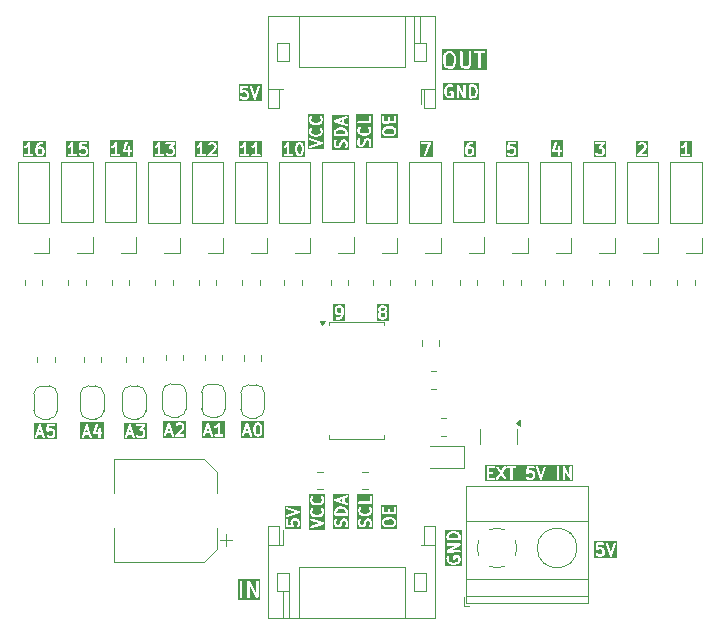
<source format=gbr>
%TF.GenerationSoftware,KiCad,Pcbnew,8.0.2*%
%TF.CreationDate,2025-04-18T13:41:41+02:00*%
%TF.ProjectId,PCA9685 board,50434139-3638-4352-9062-6f6172642e6b,rev?*%
%TF.SameCoordinates,Original*%
%TF.FileFunction,Legend,Top*%
%TF.FilePolarity,Positive*%
%FSLAX46Y46*%
G04 Gerber Fmt 4.6, Leading zero omitted, Abs format (unit mm)*
G04 Created by KiCad (PCBNEW 8.0.2) date 2025-04-18 13:41:41*
%MOMM*%
%LPD*%
G01*
G04 APERTURE LIST*
%ADD10C,0.200000*%
%ADD11C,0.120000*%
G04 APERTURE END LIST*
D10*
G36*
X167278330Y-120089056D02*
G01*
X165856108Y-120089056D01*
X165856108Y-119449374D01*
X165967219Y-119449374D01*
X165968881Y-119672329D01*
X165968004Y-119674962D01*
X165969006Y-119689067D01*
X165969140Y-119706978D01*
X165970515Y-119710298D01*
X165970770Y-119713882D01*
X165977776Y-119732190D01*
X166027116Y-119827219D01*
X166031691Y-119838264D01*
X166034847Y-119842110D01*
X166035838Y-119844018D01*
X166037832Y-119845747D01*
X166044127Y-119853418D01*
X166094229Y-119901351D01*
X166101145Y-119909326D01*
X166105294Y-119911937D01*
X166106899Y-119913473D01*
X166109339Y-119914483D01*
X166117736Y-119919769D01*
X166200753Y-119959707D01*
X166202138Y-119961092D01*
X166212887Y-119965544D01*
X166231282Y-119974394D01*
X166234865Y-119974648D01*
X166238186Y-119976024D01*
X166257695Y-119977945D01*
X166338712Y-119976588D01*
X166340426Y-119977160D01*
X166351470Y-119976375D01*
X166372442Y-119976024D01*
X166375762Y-119974648D01*
X166379346Y-119974394D01*
X166397654Y-119967388D01*
X166492683Y-119918047D01*
X166503728Y-119913473D01*
X166507574Y-119910316D01*
X166509482Y-119909326D01*
X166511211Y-119907331D01*
X166518882Y-119901037D01*
X166566815Y-119850934D01*
X166574790Y-119844019D01*
X166577401Y-119839869D01*
X166578937Y-119838265D01*
X166579947Y-119835824D01*
X166585233Y-119827428D01*
X166628661Y-119737156D01*
X166633828Y-119730183D01*
X166639056Y-119715548D01*
X166639858Y-119713882D01*
X166639909Y-119713161D01*
X166640423Y-119711723D01*
X166682171Y-119538179D01*
X166718262Y-119463158D01*
X166742924Y-119437381D01*
X166803063Y-119406156D01*
X166851528Y-119405344D01*
X166910578Y-119433752D01*
X166936355Y-119458413D01*
X166967376Y-119518161D01*
X166968840Y-119714408D01*
X166920385Y-119865438D01*
X166923151Y-119904358D01*
X166940601Y-119939257D01*
X166970077Y-119964822D01*
X167007093Y-119977160D01*
X167046013Y-119974394D01*
X167080912Y-119956944D01*
X167106477Y-119927468D01*
X167114468Y-119909568D01*
X167160374Y-119766483D01*
X167165298Y-119754597D01*
X167165789Y-119749604D01*
X167166434Y-119747596D01*
X167166246Y-119744961D01*
X167167219Y-119735088D01*
X167165556Y-119512132D01*
X167166434Y-119509500D01*
X167165431Y-119495394D01*
X167165298Y-119477484D01*
X167163922Y-119474163D01*
X167163668Y-119470580D01*
X167156662Y-119452271D01*
X167107320Y-119357238D01*
X167102747Y-119346197D01*
X167099590Y-119342351D01*
X167098600Y-119340443D01*
X167096603Y-119338711D01*
X167090310Y-119331043D01*
X167040202Y-119283105D01*
X167033291Y-119275136D01*
X167029144Y-119272525D01*
X167027537Y-119270988D01*
X167025093Y-119269976D01*
X167016701Y-119264693D01*
X166933683Y-119224754D01*
X166932299Y-119223370D01*
X166921549Y-119218917D01*
X166903155Y-119210068D01*
X166899571Y-119209813D01*
X166896251Y-119208438D01*
X166876742Y-119206517D01*
X166795724Y-119207873D01*
X166794011Y-119207302D01*
X166782966Y-119208086D01*
X166761995Y-119208438D01*
X166758674Y-119209813D01*
X166755091Y-119210068D01*
X166736782Y-119217074D01*
X166641748Y-119266416D01*
X166630708Y-119270989D01*
X166626862Y-119274144D01*
X166624954Y-119275136D01*
X166623221Y-119277133D01*
X166615555Y-119283426D01*
X166567623Y-119333526D01*
X166559647Y-119340444D01*
X166557034Y-119344593D01*
X166555500Y-119346198D01*
X166554489Y-119348637D01*
X166549204Y-119357034D01*
X166505775Y-119447305D01*
X166500609Y-119454279D01*
X166495381Y-119468911D01*
X166494579Y-119470580D01*
X166494527Y-119471302D01*
X166494014Y-119472740D01*
X166452265Y-119646282D01*
X166416173Y-119721305D01*
X166391515Y-119747078D01*
X166331372Y-119778305D01*
X166282908Y-119779117D01*
X166223858Y-119750709D01*
X166198085Y-119726051D01*
X166167061Y-119666299D01*
X166165597Y-119470054D01*
X166214053Y-119319025D01*
X166211287Y-119280105D01*
X166193837Y-119245206D01*
X166164361Y-119219641D01*
X166127345Y-119207302D01*
X166088425Y-119210069D01*
X166053526Y-119227518D01*
X166027961Y-119256994D01*
X166019970Y-119274895D01*
X165974065Y-119417974D01*
X165969140Y-119429865D01*
X165968648Y-119434858D01*
X165968004Y-119436867D01*
X165968191Y-119439500D01*
X165967219Y-119449374D01*
X165856108Y-119449374D01*
X165856108Y-118496993D01*
X165967219Y-118496993D01*
X165968828Y-118593135D01*
X165968004Y-118604738D01*
X165969103Y-118609574D01*
X165969140Y-118611740D01*
X165970151Y-118614182D01*
X165972351Y-118623854D01*
X166016759Y-118752228D01*
X166016759Y-118754597D01*
X166021728Y-118766593D01*
X166027961Y-118784611D01*
X166030316Y-118787326D01*
X166031691Y-118790645D01*
X166044127Y-118805799D01*
X166140511Y-118899810D01*
X166148764Y-118909326D01*
X166153002Y-118911993D01*
X166154519Y-118913473D01*
X166156956Y-118914482D01*
X166165355Y-118919769D01*
X166255626Y-118963197D01*
X166262600Y-118968364D01*
X166277234Y-118973592D01*
X166278901Y-118974394D01*
X166279621Y-118974445D01*
X166281060Y-118974959D01*
X166466372Y-119019538D01*
X166476281Y-119023643D01*
X166488390Y-119024835D01*
X166490929Y-119025446D01*
X166492387Y-119025228D01*
X166495790Y-119025564D01*
X166633363Y-119023936D01*
X166643508Y-119025446D01*
X166655486Y-119023674D01*
X166658156Y-119023643D01*
X166659519Y-119023078D01*
X166662901Y-119022578D01*
X166845980Y-118975073D01*
X166855536Y-118974394D01*
X166870148Y-118968802D01*
X166871837Y-118968364D01*
X166872417Y-118967933D01*
X166873844Y-118967388D01*
X166968866Y-118918051D01*
X166979918Y-118913474D01*
X166983766Y-118910315D01*
X166985672Y-118909326D01*
X166987401Y-118907331D01*
X166995071Y-118901037D01*
X167078902Y-118815091D01*
X167080912Y-118814087D01*
X167089172Y-118804562D01*
X167102747Y-118790646D01*
X167104122Y-118787326D01*
X167106477Y-118784611D01*
X167114468Y-118766711D01*
X167160374Y-118623626D01*
X167165298Y-118611740D01*
X167165789Y-118606747D01*
X167166434Y-118604739D01*
X167166246Y-118602104D01*
X167167219Y-118592231D01*
X167165609Y-118496087D01*
X167166434Y-118484485D01*
X167165334Y-118479649D01*
X167165298Y-118477484D01*
X167164286Y-118475042D01*
X167162087Y-118465370D01*
X167117678Y-118336992D01*
X167117678Y-118334626D01*
X167112710Y-118322633D01*
X167106477Y-118304613D01*
X167104122Y-118301897D01*
X167102747Y-118298578D01*
X167090310Y-118283424D01*
X167027537Y-118223369D01*
X166991488Y-118208438D01*
X166952470Y-118208439D01*
X166916422Y-118223370D01*
X166888832Y-118250960D01*
X166873901Y-118287009D01*
X166873902Y-118326027D01*
X166888833Y-118362075D01*
X166901270Y-118377228D01*
X166931926Y-118406557D01*
X166967422Y-118509169D01*
X166968485Y-118572656D01*
X166934240Y-118679396D01*
X166868752Y-118746535D01*
X166800145Y-118782156D01*
X166632580Y-118825635D01*
X166513772Y-118827041D01*
X166346500Y-118786801D01*
X166271830Y-118750879D01*
X166202824Y-118683572D01*
X166167015Y-118580054D01*
X166165952Y-118516568D01*
X166200339Y-118409387D01*
X166245604Y-118362075D01*
X166260535Y-118326026D01*
X166260535Y-118287008D01*
X166245604Y-118250960D01*
X166218014Y-118223370D01*
X166181966Y-118208439D01*
X166142948Y-118208439D01*
X166106899Y-118223370D01*
X166091746Y-118235807D01*
X166054661Y-118274569D01*
X166053526Y-118275137D01*
X166047779Y-118281762D01*
X166031691Y-118298579D01*
X166030316Y-118301897D01*
X166027961Y-118304613D01*
X166019970Y-118322514D01*
X165974065Y-118465593D01*
X165969140Y-118477484D01*
X165968648Y-118482477D01*
X165968004Y-118484486D01*
X165968191Y-118487119D01*
X165967219Y-118496993D01*
X165856108Y-118496993D01*
X165856108Y-117858436D01*
X165969140Y-117858436D01*
X165969140Y-117897454D01*
X165984072Y-117933502D01*
X166011662Y-117961092D01*
X166047710Y-117976024D01*
X166067219Y-117977945D01*
X167086728Y-117976024D01*
X167122776Y-117961092D01*
X167150366Y-117933502D01*
X167165298Y-117897454D01*
X167167219Y-117877945D01*
X167165298Y-117382246D01*
X167150366Y-117346198D01*
X167122776Y-117318608D01*
X167086728Y-117303676D01*
X167047710Y-117303676D01*
X167011662Y-117318608D01*
X166984072Y-117346198D01*
X166969140Y-117382246D01*
X166967219Y-117401755D01*
X166968677Y-117778130D01*
X166047710Y-117779866D01*
X166011662Y-117794798D01*
X165984072Y-117822388D01*
X165969140Y-117858436D01*
X165856108Y-117858436D01*
X165856108Y-117192565D01*
X167278330Y-117192565D01*
X167278330Y-120089056D01*
G37*
G36*
X153441838Y-144008036D02*
G01*
X153240532Y-144008816D01*
X153340715Y-143706465D01*
X153441838Y-144008036D01*
G37*
G36*
X154740815Y-144604330D02*
G01*
X152797490Y-144604330D01*
X152797490Y-144380712D01*
X152908601Y-144380712D01*
X152911367Y-144419632D01*
X152928817Y-144454531D01*
X152958293Y-144480096D01*
X152995309Y-144492434D01*
X153034229Y-144489668D01*
X153069128Y-144472218D01*
X153094693Y-144442742D01*
X153102684Y-144424842D01*
X153174790Y-144207225D01*
X153508198Y-144205933D01*
X153587605Y-144442742D01*
X153613170Y-144472218D01*
X153648069Y-144489667D01*
X153686989Y-144492434D01*
X153724005Y-144480095D01*
X153753481Y-144454530D01*
X153770931Y-144419631D01*
X153773697Y-144380711D01*
X153769350Y-144361596D01*
X153536244Y-143666426D01*
X153860982Y-143666426D01*
X153863748Y-143705346D01*
X153881197Y-143740245D01*
X153910674Y-143765809D01*
X153947690Y-143778148D01*
X153986610Y-143775382D01*
X154004918Y-143768376D01*
X154099947Y-143719035D01*
X154110992Y-143714461D01*
X154114838Y-143711304D01*
X154116746Y-143710314D01*
X154118475Y-143708319D01*
X154126146Y-143702025D01*
X154146453Y-143681204D01*
X154147609Y-144294467D01*
X153940688Y-144295140D01*
X153904640Y-144310072D01*
X153877050Y-144337662D01*
X153862118Y-144373710D01*
X153862118Y-144412728D01*
X153877050Y-144448776D01*
X153904640Y-144476366D01*
X153940688Y-144491298D01*
X153960197Y-144493219D01*
X154551134Y-144491298D01*
X154587182Y-144476366D01*
X154614772Y-144448776D01*
X154629704Y-144412728D01*
X154629704Y-144373710D01*
X154614772Y-144337662D01*
X154587182Y-144310072D01*
X154551134Y-144295140D01*
X154531625Y-144293219D01*
X154345723Y-144293823D01*
X154344044Y-143402550D01*
X154345911Y-143393114D01*
X154344008Y-143383602D01*
X154343990Y-143373710D01*
X154340200Y-143364561D01*
X154338259Y-143354854D01*
X154332807Y-143346713D01*
X154329058Y-143337662D01*
X154322058Y-143330662D01*
X154316548Y-143322434D01*
X154308393Y-143316997D01*
X154301468Y-143310072D01*
X154292324Y-143306284D01*
X154284083Y-143300790D01*
X154274469Y-143298888D01*
X154265420Y-143295140D01*
X154255519Y-143295140D01*
X154245807Y-143293219D01*
X154236202Y-143295140D01*
X154226402Y-143295140D01*
X154217253Y-143298929D01*
X154207546Y-143300871D01*
X154199405Y-143306322D01*
X154190354Y-143310072D01*
X154183354Y-143317071D01*
X154175126Y-143322582D01*
X154162837Y-143337588D01*
X154162764Y-143337662D01*
X154162750Y-143337694D01*
X154162706Y-143337749D01*
X154078472Y-143466892D01*
X153999826Y-143547523D01*
X153898885Y-143599933D01*
X153873321Y-143629410D01*
X153860982Y-143666426D01*
X153536244Y-143666426D01*
X153438088Y-143373703D01*
X153437598Y-143366807D01*
X153432065Y-143355741D01*
X153428026Y-143343696D01*
X153423341Y-143338294D01*
X153420148Y-143331908D01*
X153410679Y-143323695D01*
X153402461Y-143314220D01*
X153396069Y-143311023D01*
X153390672Y-143306343D01*
X153378778Y-143302378D01*
X153367562Y-143296770D01*
X153360434Y-143296263D01*
X153353656Y-143294004D01*
X153341151Y-143294893D01*
X153328642Y-143294004D01*
X153321860Y-143296264D01*
X153314736Y-143296771D01*
X153303527Y-143302374D01*
X153291626Y-143306342D01*
X153286225Y-143311025D01*
X153279837Y-143314220D01*
X153271621Y-143323691D01*
X153262150Y-143331907D01*
X153258955Y-143338296D01*
X153254272Y-143343696D01*
X153246281Y-143361597D01*
X153008057Y-144080554D01*
X153004975Y-144087995D01*
X153004975Y-144089856D01*
X152908601Y-144380712D01*
X152797490Y-144380712D01*
X152797490Y-143182108D01*
X154740815Y-143182108D01*
X154740815Y-144604330D01*
G37*
G36*
X184237784Y-148287330D02*
G01*
X176815562Y-148287330D01*
X176815562Y-147076219D01*
X176926673Y-147076219D01*
X176928594Y-148095728D01*
X176943526Y-148131776D01*
X176971116Y-148159366D01*
X177007164Y-148174298D01*
X177026673Y-148176219D01*
X177522372Y-148174298D01*
X177558420Y-148159366D01*
X177586010Y-148131776D01*
X177600942Y-148095728D01*
X177600942Y-148056710D01*
X177586010Y-148020662D01*
X177558420Y-147993072D01*
X177522372Y-147978140D01*
X177502863Y-147976219D01*
X177126487Y-147977677D01*
X177125873Y-147651868D01*
X177379515Y-147650488D01*
X177415563Y-147635556D01*
X177443153Y-147607966D01*
X177458085Y-147571918D01*
X177458085Y-147532900D01*
X177443153Y-147496852D01*
X177415563Y-147469262D01*
X177379515Y-147454330D01*
X177360006Y-147452409D01*
X177125499Y-147453685D01*
X177124976Y-147175838D01*
X177522372Y-147174298D01*
X177558420Y-147159366D01*
X177586010Y-147131776D01*
X177600942Y-147095728D01*
X177600942Y-147076114D01*
X177736197Y-147076114D01*
X177743769Y-147114391D01*
X177752992Y-147131689D01*
X178050481Y-147576406D01*
X177743769Y-148038047D01*
X177736197Y-148076324D01*
X177743849Y-148114584D01*
X177765560Y-148147004D01*
X177798025Y-148168647D01*
X177836302Y-148176219D01*
X177874562Y-148168567D01*
X177906982Y-148146856D01*
X177919402Y-148131689D01*
X178169810Y-147754792D01*
X178432078Y-148146856D01*
X178464498Y-148168567D01*
X178502758Y-148176219D01*
X178541035Y-148168647D01*
X178573500Y-148147004D01*
X178595211Y-148114584D01*
X178602863Y-148076324D01*
X178595291Y-148038047D01*
X178586068Y-148020749D01*
X178288578Y-147576031D01*
X178595291Y-147114391D01*
X178602863Y-147076114D01*
X178598982Y-147056710D01*
X178642880Y-147056710D01*
X178642880Y-147095728D01*
X178657812Y-147131776D01*
X178685402Y-147159366D01*
X178721450Y-147174298D01*
X178740959Y-147176219D01*
X178926860Y-147175614D01*
X178928594Y-148095728D01*
X178943526Y-148131776D01*
X178971116Y-148159366D01*
X179007164Y-148174298D01*
X179046182Y-148174298D01*
X179082230Y-148159366D01*
X179109820Y-148131776D01*
X179124752Y-148095728D01*
X179126673Y-148076219D01*
X179125704Y-147562062D01*
X180260474Y-147562062D01*
X180261928Y-147566880D01*
X180261928Y-147571918D01*
X180267524Y-147585427D01*
X180271745Y-147599417D01*
X180274932Y-147603313D01*
X180276860Y-147607966D01*
X180287196Y-147618302D01*
X180296452Y-147629615D01*
X180300889Y-147631995D01*
X180304450Y-147635556D01*
X180317955Y-147641150D01*
X180330836Y-147648060D01*
X180335845Y-147648560D01*
X180340498Y-147650488D01*
X180355119Y-147650488D01*
X180369660Y-147651942D01*
X180374479Y-147650488D01*
X180379516Y-147650488D01*
X180393025Y-147644891D01*
X180407015Y-147640671D01*
X180410911Y-147637483D01*
X180415564Y-147635556D01*
X180430718Y-147623120D01*
X180464284Y-147588035D01*
X180524032Y-147557013D01*
X180714895Y-147555589D01*
X180774793Y-147584405D01*
X180800570Y-147609067D01*
X180831592Y-147668815D01*
X180833016Y-147859678D01*
X180804200Y-147919576D01*
X180779538Y-147945354D01*
X180719789Y-147976376D01*
X180528927Y-147977800D01*
X180469027Y-147948983D01*
X180415565Y-147897833D01*
X180379517Y-147882902D01*
X180340499Y-147882901D01*
X180304450Y-147897832D01*
X180276860Y-147925422D01*
X180261929Y-147961470D01*
X180261928Y-148000488D01*
X180276859Y-148036537D01*
X180289296Y-148051690D01*
X180339396Y-148099623D01*
X180346314Y-148107600D01*
X180350463Y-148110211D01*
X180352068Y-148111747D01*
X180354508Y-148112757D01*
X180362905Y-148118043D01*
X180445922Y-148157981D01*
X180447307Y-148159366D01*
X180458056Y-148163818D01*
X180476451Y-148172668D01*
X180480034Y-148172922D01*
X180483355Y-148174298D01*
X180502864Y-148176219D01*
X180725819Y-148174556D01*
X180728452Y-148175434D01*
X180742557Y-148174431D01*
X180760468Y-148174298D01*
X180763788Y-148172922D01*
X180767372Y-148172668D01*
X180785680Y-148165662D01*
X180880708Y-148116322D01*
X180891755Y-148111747D01*
X180895601Y-148108589D01*
X180897508Y-148107600D01*
X180899238Y-148105605D01*
X180906908Y-148099310D01*
X180954841Y-148049207D01*
X180962816Y-148042292D01*
X180965427Y-148038142D01*
X180966964Y-148036537D01*
X180967975Y-148034095D01*
X180973259Y-148025701D01*
X181013197Y-147942683D01*
X181014582Y-147941299D01*
X181019034Y-147930549D01*
X181027884Y-147912155D01*
X181028138Y-147908571D01*
X181029514Y-147905251D01*
X181031435Y-147885742D01*
X181029772Y-147662786D01*
X181030650Y-147660154D01*
X181029647Y-147646048D01*
X181029514Y-147628138D01*
X181028138Y-147624817D01*
X181027884Y-147621234D01*
X181020878Y-147602925D01*
X180971535Y-147507891D01*
X180966963Y-147496851D01*
X180963807Y-147493005D01*
X180962816Y-147491097D01*
X180960818Y-147489364D01*
X180954526Y-147481698D01*
X180904425Y-147433766D01*
X180897508Y-147425790D01*
X180893358Y-147423177D01*
X180891754Y-147421643D01*
X180889314Y-147420632D01*
X180880918Y-147415347D01*
X180797900Y-147375408D01*
X180796516Y-147374024D01*
X180785766Y-147369571D01*
X180767372Y-147360722D01*
X180763788Y-147360467D01*
X180760468Y-147359092D01*
X180740959Y-147357171D01*
X180518003Y-147358833D01*
X180515371Y-147357956D01*
X180501265Y-147358958D01*
X180483355Y-147359092D01*
X180480034Y-147360467D01*
X180478906Y-147360547D01*
X180496653Y-147175873D01*
X180903325Y-147174298D01*
X180939373Y-147159366D01*
X180966963Y-147131776D01*
X180981895Y-147095728D01*
X180981895Y-147088726D01*
X181117935Y-147088726D01*
X181122282Y-147107842D01*
X181453543Y-148095734D01*
X181454034Y-148102632D01*
X181459567Y-148113699D01*
X181463606Y-148125742D01*
X181468289Y-148131141D01*
X181471484Y-148137531D01*
X181480955Y-148145746D01*
X181489171Y-148155218D01*
X181495559Y-148158412D01*
X181500960Y-148163096D01*
X181512861Y-148167063D01*
X181524070Y-148172667D01*
X181531194Y-148173173D01*
X181537976Y-148175434D01*
X181550485Y-148174544D01*
X181562990Y-148175434D01*
X181569768Y-148173174D01*
X181576896Y-148172668D01*
X181588112Y-148167059D01*
X181600006Y-148163095D01*
X181605403Y-148158414D01*
X181611795Y-148155218D01*
X181620013Y-148145742D01*
X181629482Y-148137530D01*
X181632675Y-148131143D01*
X181637360Y-148125742D01*
X181645351Y-148107842D01*
X181983031Y-147088727D01*
X181982142Y-147076219D01*
X182879055Y-147076219D01*
X182880976Y-148095728D01*
X182895908Y-148131776D01*
X182923498Y-148159366D01*
X182959546Y-148174298D01*
X182998564Y-148174298D01*
X183034612Y-148159366D01*
X183062202Y-148131776D01*
X183077134Y-148095728D01*
X183079055Y-148076219D01*
X183077171Y-147076219D01*
X183355245Y-147076219D01*
X183357166Y-148095728D01*
X183372098Y-148131776D01*
X183399688Y-148159366D01*
X183435736Y-148174298D01*
X183474754Y-148174298D01*
X183510802Y-148159366D01*
X183538392Y-148131776D01*
X183553324Y-148095728D01*
X183555245Y-148076219D01*
X183554064Y-147449475D01*
X183938562Y-148119793D01*
X183943526Y-148131776D01*
X183948005Y-148136255D01*
X183951196Y-148141818D01*
X183961712Y-148149962D01*
X183971116Y-148159366D01*
X183977003Y-148161804D01*
X183982045Y-148165709D01*
X183994877Y-148169208D01*
X184007164Y-148174298D01*
X184013540Y-148174298D01*
X184019689Y-148175975D01*
X184032882Y-148174298D01*
X184046182Y-148174298D01*
X184052070Y-148171858D01*
X184058395Y-148171055D01*
X184069944Y-148164454D01*
X184082230Y-148159366D01*
X184086737Y-148154858D01*
X184092272Y-148151696D01*
X184100416Y-148141179D01*
X184109820Y-148131776D01*
X184112258Y-148125888D01*
X184116163Y-148120847D01*
X184119662Y-148108014D01*
X184124752Y-148095728D01*
X184125734Y-148085750D01*
X184126429Y-148083204D01*
X184126178Y-148081236D01*
X184126673Y-148076219D01*
X184124752Y-147056710D01*
X184109820Y-147020662D01*
X184082230Y-146993072D01*
X184046182Y-146978140D01*
X184007164Y-146978140D01*
X183971116Y-146993072D01*
X183943526Y-147020662D01*
X183928594Y-147056710D01*
X183926673Y-147076219D01*
X183927853Y-147702962D01*
X183543355Y-147032644D01*
X183538392Y-147020662D01*
X183533912Y-147016182D01*
X183530722Y-147010620D01*
X183520207Y-147002477D01*
X183510802Y-146993072D01*
X183504911Y-146990632D01*
X183499873Y-146986730D01*
X183487044Y-146983231D01*
X183474754Y-146978140D01*
X183468379Y-146978140D01*
X183462230Y-146976463D01*
X183449037Y-146978140D01*
X183435736Y-146978140D01*
X183429847Y-146980579D01*
X183423523Y-146981383D01*
X183411973Y-146987983D01*
X183399688Y-146993072D01*
X183395180Y-146997579D01*
X183389646Y-147000742D01*
X183381503Y-147011256D01*
X183372098Y-147020662D01*
X183369658Y-147026552D01*
X183365756Y-147031591D01*
X183362257Y-147044419D01*
X183357166Y-147056710D01*
X183356183Y-147066687D01*
X183355489Y-147069234D01*
X183355739Y-147071201D01*
X183355245Y-147076219D01*
X183077171Y-147076219D01*
X183077134Y-147056710D01*
X183062202Y-147020662D01*
X183034612Y-146993072D01*
X182998564Y-146978140D01*
X182959546Y-146978140D01*
X182923498Y-146993072D01*
X182895908Y-147020662D01*
X182880976Y-147056710D01*
X182879055Y-147076219D01*
X181982142Y-147076219D01*
X181980265Y-147049807D01*
X181962815Y-147014908D01*
X181933339Y-146989343D01*
X181896323Y-146977004D01*
X181857403Y-146979771D01*
X181822504Y-146997220D01*
X181796939Y-147026696D01*
X181788948Y-147044597D01*
X181550916Y-147762973D01*
X181304027Y-147026696D01*
X181278462Y-146997220D01*
X181243563Y-146979770D01*
X181204643Y-146977004D01*
X181167627Y-146989342D01*
X181138151Y-147014907D01*
X181120701Y-147049806D01*
X181117935Y-147088726D01*
X180981895Y-147088726D01*
X180981895Y-147056710D01*
X180966963Y-147020662D01*
X180939373Y-146993072D01*
X180903325Y-146978140D01*
X180883816Y-146976219D01*
X180411604Y-146978048D01*
X180397973Y-146976686D01*
X180393219Y-146978120D01*
X180388117Y-146978140D01*
X180374607Y-146983736D01*
X180360618Y-146987957D01*
X180356721Y-146991144D01*
X180352069Y-146993072D01*
X180341732Y-147003408D01*
X180330420Y-147012664D01*
X180328039Y-147017101D01*
X180324479Y-147020662D01*
X180318884Y-147034167D01*
X180311975Y-147047048D01*
X180310498Y-147054412D01*
X180309547Y-147056710D01*
X180309547Y-147059160D01*
X180308122Y-147066269D01*
X180263684Y-147528660D01*
X180261928Y-147532900D01*
X180261928Y-147546932D01*
X180260474Y-147562062D01*
X179125704Y-147562062D01*
X179124974Y-147174970D01*
X179331896Y-147174298D01*
X179367944Y-147159366D01*
X179395534Y-147131776D01*
X179410466Y-147095728D01*
X179410466Y-147056710D01*
X179395534Y-147020662D01*
X179367944Y-146993072D01*
X179331896Y-146978140D01*
X179312387Y-146976219D01*
X178721450Y-146978140D01*
X178685402Y-146993072D01*
X178657812Y-147020662D01*
X178642880Y-147056710D01*
X178598982Y-147056710D01*
X178595211Y-147037854D01*
X178573500Y-147005434D01*
X178541035Y-146983791D01*
X178502758Y-146976219D01*
X178464498Y-146983871D01*
X178432078Y-147005582D01*
X178419658Y-147020749D01*
X178169249Y-147397645D01*
X177906982Y-147005582D01*
X177874562Y-146983871D01*
X177836302Y-146976219D01*
X177798025Y-146983791D01*
X177765560Y-147005434D01*
X177743849Y-147037854D01*
X177736197Y-147076114D01*
X177600942Y-147076114D01*
X177600942Y-147056710D01*
X177586010Y-147020662D01*
X177558420Y-146993072D01*
X177522372Y-146978140D01*
X177502863Y-146976219D01*
X177007164Y-146978140D01*
X176971116Y-146993072D01*
X176943526Y-147020662D01*
X176928594Y-147056710D01*
X176926673Y-147076219D01*
X176815562Y-147076219D01*
X176815562Y-146865108D01*
X184237784Y-146865108D01*
X184237784Y-148287330D01*
G37*
G36*
X150646974Y-120855330D02*
G01*
X148701728Y-120855330D01*
X148701728Y-119917426D01*
X148812839Y-119917426D01*
X148815605Y-119956346D01*
X148833054Y-119991245D01*
X148862531Y-120016809D01*
X148899547Y-120029148D01*
X148938467Y-120026382D01*
X148956775Y-120019376D01*
X149051804Y-119970035D01*
X149062849Y-119965461D01*
X149066695Y-119962304D01*
X149068603Y-119961314D01*
X149070332Y-119959319D01*
X149078003Y-119953025D01*
X149098310Y-119932204D01*
X149099466Y-120545467D01*
X148892545Y-120546140D01*
X148856497Y-120561072D01*
X148828907Y-120588662D01*
X148813975Y-120624710D01*
X148813975Y-120663728D01*
X148828907Y-120699776D01*
X148856497Y-120727366D01*
X148892545Y-120742298D01*
X148912054Y-120744219D01*
X149502991Y-120742298D01*
X149539039Y-120727366D01*
X149566629Y-120699776D01*
X149581561Y-120663728D01*
X149581561Y-120624710D01*
X149566629Y-120588662D01*
X149539039Y-120561072D01*
X149502991Y-120546140D01*
X149483482Y-120544219D01*
X149297580Y-120544823D01*
X149295901Y-119653550D01*
X149297768Y-119644114D01*
X149295865Y-119634602D01*
X149295847Y-119624710D01*
X149718737Y-119624710D01*
X149718737Y-119663728D01*
X149733669Y-119699776D01*
X149761259Y-119727366D01*
X149797307Y-119742298D01*
X149816816Y-119744219D01*
X150217599Y-119743013D01*
X150030026Y-119958970D01*
X150019383Y-119969614D01*
X150018107Y-119972692D01*
X150015871Y-119975268D01*
X150010666Y-119990656D01*
X150004451Y-120005662D01*
X150004451Y-120009035D01*
X150003371Y-120012229D01*
X150004451Y-120028431D01*
X150004451Y-120044680D01*
X150005741Y-120047795D01*
X150005966Y-120051161D01*
X150013166Y-120065721D01*
X150019383Y-120080728D01*
X150021767Y-120083112D01*
X150023263Y-120086136D01*
X150035488Y-120096833D01*
X150046973Y-120108318D01*
X150050087Y-120109608D01*
X150052627Y-120111830D01*
X150068015Y-120117034D01*
X150083021Y-120123250D01*
X150087780Y-120123718D01*
X150089588Y-120124330D01*
X150092212Y-120124155D01*
X150102530Y-120125171D01*
X150219728Y-120123784D01*
X150279221Y-120152405D01*
X150304998Y-120177067D01*
X150336020Y-120236815D01*
X150337444Y-120427678D01*
X150308628Y-120487576D01*
X150283966Y-120513354D01*
X150224265Y-120544351D01*
X149985845Y-120545852D01*
X149925836Y-120516983D01*
X149872374Y-120465833D01*
X149836326Y-120450902D01*
X149797308Y-120450901D01*
X149761259Y-120465832D01*
X149733669Y-120493422D01*
X149718738Y-120529470D01*
X149718737Y-120568488D01*
X149733668Y-120604537D01*
X149746105Y-120619690D01*
X149796205Y-120667623D01*
X149803123Y-120675600D01*
X149807272Y-120678211D01*
X149808877Y-120679747D01*
X149811317Y-120680757D01*
X149819714Y-120686043D01*
X149902731Y-120725981D01*
X149904116Y-120727366D01*
X149914865Y-120731818D01*
X149933260Y-120740668D01*
X149936843Y-120740922D01*
X149940164Y-120742298D01*
X149959673Y-120744219D01*
X150230128Y-120742516D01*
X150232880Y-120743434D01*
X150247306Y-120742408D01*
X150264896Y-120742298D01*
X150268216Y-120740922D01*
X150271800Y-120740668D01*
X150290108Y-120733662D01*
X150385136Y-120684322D01*
X150396183Y-120679747D01*
X150400029Y-120676589D01*
X150401936Y-120675600D01*
X150403666Y-120673605D01*
X150411336Y-120667310D01*
X150459269Y-120617207D01*
X150467244Y-120610292D01*
X150469855Y-120606142D01*
X150471392Y-120604537D01*
X150472403Y-120602095D01*
X150477687Y-120593701D01*
X150517625Y-120510683D01*
X150519010Y-120509299D01*
X150523462Y-120498549D01*
X150532312Y-120480155D01*
X150532566Y-120476571D01*
X150533942Y-120473251D01*
X150535863Y-120453742D01*
X150534200Y-120230786D01*
X150535078Y-120228154D01*
X150534075Y-120214048D01*
X150533942Y-120196138D01*
X150532566Y-120192817D01*
X150532312Y-120189234D01*
X150525306Y-120170925D01*
X150475963Y-120075891D01*
X150471391Y-120064851D01*
X150468235Y-120061005D01*
X150467244Y-120059097D01*
X150465246Y-120057364D01*
X150458954Y-120049698D01*
X150408853Y-120001766D01*
X150401936Y-119993790D01*
X150397786Y-119991177D01*
X150396182Y-119989643D01*
X150393742Y-119988632D01*
X150385346Y-119983347D01*
X150304917Y-119944654D01*
X150508366Y-119710419D01*
X150519010Y-119699776D01*
X150520285Y-119696697D01*
X150522522Y-119694122D01*
X150527726Y-119678733D01*
X150533942Y-119663728D01*
X150533942Y-119660354D01*
X150535022Y-119657161D01*
X150533942Y-119640958D01*
X150533942Y-119624710D01*
X150532651Y-119621594D01*
X150532427Y-119618229D01*
X150525224Y-119603663D01*
X150519010Y-119588662D01*
X150516626Y-119586278D01*
X150515131Y-119583254D01*
X150502897Y-119572549D01*
X150491420Y-119561072D01*
X150488306Y-119559782D01*
X150485767Y-119557560D01*
X150470375Y-119552354D01*
X150455372Y-119546140D01*
X150450612Y-119545671D01*
X150448805Y-119545060D01*
X150446180Y-119545234D01*
X150435863Y-119544219D01*
X149797307Y-119546140D01*
X149761259Y-119561072D01*
X149733669Y-119588662D01*
X149718737Y-119624710D01*
X149295847Y-119624710D01*
X149292057Y-119615561D01*
X149290116Y-119605854D01*
X149284664Y-119597713D01*
X149280915Y-119588662D01*
X149273915Y-119581662D01*
X149268405Y-119573434D01*
X149260250Y-119567997D01*
X149253325Y-119561072D01*
X149244181Y-119557284D01*
X149235940Y-119551790D01*
X149226326Y-119549888D01*
X149217277Y-119546140D01*
X149207376Y-119546140D01*
X149197664Y-119544219D01*
X149188059Y-119546140D01*
X149178259Y-119546140D01*
X149169110Y-119549929D01*
X149159403Y-119551871D01*
X149151262Y-119557322D01*
X149142211Y-119561072D01*
X149135211Y-119568071D01*
X149126983Y-119573582D01*
X149114694Y-119588588D01*
X149114621Y-119588662D01*
X149114607Y-119588694D01*
X149114563Y-119588749D01*
X149030329Y-119717892D01*
X148951683Y-119798523D01*
X148850742Y-119850933D01*
X148825178Y-119880410D01*
X148812839Y-119917426D01*
X148701728Y-119917426D01*
X148701728Y-119433108D01*
X150646974Y-119433108D01*
X150646974Y-120855330D01*
G37*
G36*
X143154838Y-144135036D02*
G01*
X142953532Y-144135816D01*
X143053715Y-143833465D01*
X143154838Y-144135036D01*
G37*
G36*
X144501434Y-144730545D02*
G01*
X142510490Y-144730545D01*
X142510490Y-144507712D01*
X142621601Y-144507712D01*
X142624367Y-144546632D01*
X142641817Y-144581531D01*
X142671293Y-144607096D01*
X142708309Y-144619434D01*
X142747229Y-144616668D01*
X142782128Y-144599218D01*
X142807693Y-144569742D01*
X142815684Y-144551842D01*
X142887790Y-144334225D01*
X143221198Y-144332933D01*
X143300605Y-144569742D01*
X143326170Y-144599218D01*
X143361069Y-144616667D01*
X143399989Y-144619434D01*
X143437005Y-144607095D01*
X143466481Y-144581530D01*
X143483931Y-144546631D01*
X143486697Y-144507711D01*
X143482350Y-144488596D01*
X143376986Y-144174378D01*
X143573982Y-144174378D01*
X143575118Y-144190362D01*
X143575118Y-144206394D01*
X143576493Y-144209714D01*
X143576748Y-144213298D01*
X143583915Y-144227633D01*
X143590050Y-144242442D01*
X143592590Y-144244982D01*
X143594198Y-144248197D01*
X143606309Y-144258701D01*
X143617640Y-144270032D01*
X143620958Y-144271406D01*
X143623674Y-144273762D01*
X143638883Y-144278831D01*
X143653688Y-144284964D01*
X143658788Y-144285466D01*
X143660690Y-144286100D01*
X143663323Y-144285912D01*
X143673197Y-144286885D01*
X144050596Y-144285749D01*
X144051308Y-144539728D01*
X144066240Y-144575776D01*
X144093830Y-144603366D01*
X144129878Y-144618298D01*
X144168896Y-144618298D01*
X144204944Y-144603366D01*
X144232534Y-144575776D01*
X144247466Y-144539728D01*
X144249387Y-144520219D01*
X144248728Y-144285153D01*
X144311753Y-144284964D01*
X144347801Y-144270032D01*
X144375391Y-144242442D01*
X144390323Y-144206394D01*
X144390323Y-144167376D01*
X144375391Y-144131328D01*
X144347801Y-144103738D01*
X144311753Y-144088806D01*
X144292244Y-144086885D01*
X144248174Y-144087017D01*
X144247466Y-143834043D01*
X144232534Y-143797995D01*
X144204944Y-143770405D01*
X144168896Y-143755473D01*
X144129878Y-143755473D01*
X144093830Y-143770405D01*
X144066240Y-143797995D01*
X144051308Y-143834043D01*
X144049387Y-143853552D01*
X144050042Y-144087613D01*
X143811097Y-144088332D01*
X144010507Y-143485108D01*
X144007741Y-143446188D01*
X143990291Y-143411289D01*
X143960815Y-143385724D01*
X143923799Y-143373385D01*
X143884879Y-143376152D01*
X143849980Y-143393601D01*
X143824415Y-143423077D01*
X143816424Y-143440978D01*
X143580954Y-144153285D01*
X143575118Y-144167376D01*
X143575118Y-144170941D01*
X143573982Y-144174378D01*
X143376986Y-144174378D01*
X143151088Y-143500703D01*
X143150598Y-143493807D01*
X143145065Y-143482741D01*
X143141026Y-143470696D01*
X143136341Y-143465294D01*
X143133148Y-143458908D01*
X143123679Y-143450695D01*
X143115461Y-143441220D01*
X143109069Y-143438023D01*
X143103672Y-143433343D01*
X143091778Y-143429378D01*
X143080562Y-143423770D01*
X143073434Y-143423263D01*
X143066656Y-143421004D01*
X143054151Y-143421893D01*
X143041642Y-143421004D01*
X143034860Y-143423264D01*
X143027736Y-143423771D01*
X143016527Y-143429374D01*
X143004626Y-143433342D01*
X142999225Y-143438025D01*
X142992837Y-143441220D01*
X142984621Y-143450691D01*
X142975150Y-143458907D01*
X142971955Y-143465296D01*
X142967272Y-143470696D01*
X142959281Y-143488597D01*
X142721057Y-144207554D01*
X142717975Y-144214995D01*
X142717975Y-144216856D01*
X142621601Y-144507712D01*
X142510490Y-144507712D01*
X142510490Y-143262274D01*
X144501434Y-143262274D01*
X144501434Y-144730545D01*
G37*
G36*
X174339936Y-152725041D02*
G01*
X174414607Y-152760964D01*
X174483613Y-152828272D01*
X174519307Y-152931454D01*
X174520250Y-153057893D01*
X173718485Y-153059404D01*
X173717597Y-152940292D01*
X173752198Y-152832447D01*
X173817685Y-152765306D01*
X173886289Y-152729686D01*
X174053856Y-152686207D01*
X174172663Y-152684801D01*
X174339936Y-152725041D01*
G37*
G36*
X174830330Y-155464056D02*
G01*
X173408108Y-155464056D01*
X173408108Y-154776755D01*
X173519219Y-154776755D01*
X173520906Y-154919415D01*
X173520004Y-154932119D01*
X173521114Y-154937004D01*
X173521140Y-154939121D01*
X173522151Y-154941563D01*
X173524351Y-154951235D01*
X173568759Y-155079609D01*
X173568759Y-155081978D01*
X173573728Y-155093974D01*
X173579961Y-155111992D01*
X173582316Y-155114707D01*
X173583691Y-155118026D01*
X173596127Y-155133180D01*
X173692511Y-155227191D01*
X173700764Y-155236707D01*
X173705002Y-155239374D01*
X173706519Y-155240854D01*
X173708956Y-155241863D01*
X173717355Y-155247150D01*
X173807626Y-155290578D01*
X173814600Y-155295745D01*
X173829234Y-155300973D01*
X173830901Y-155301775D01*
X173831621Y-155301826D01*
X173833060Y-155302340D01*
X174018372Y-155346919D01*
X174028281Y-155351024D01*
X174040390Y-155352216D01*
X174042929Y-155352827D01*
X174044387Y-155352609D01*
X174047790Y-155352945D01*
X174185363Y-155351317D01*
X174195508Y-155352827D01*
X174207486Y-155351055D01*
X174210156Y-155351024D01*
X174211519Y-155350459D01*
X174214901Y-155349959D01*
X174397980Y-155302454D01*
X174407536Y-155301775D01*
X174422148Y-155296183D01*
X174423837Y-155295745D01*
X174424417Y-155295314D01*
X174425844Y-155294769D01*
X174520866Y-155245432D01*
X174531918Y-155240855D01*
X174535766Y-155237696D01*
X174537672Y-155236707D01*
X174539401Y-155234712D01*
X174547071Y-155228418D01*
X174630902Y-155142472D01*
X174632912Y-155141468D01*
X174641172Y-155131943D01*
X174654747Y-155118027D01*
X174656122Y-155114707D01*
X174658477Y-155111992D01*
X174666468Y-155094092D01*
X174712374Y-154951007D01*
X174717298Y-154939121D01*
X174717789Y-154934128D01*
X174718434Y-154932120D01*
X174718246Y-154929485D01*
X174719219Y-154919612D01*
X174717609Y-154823468D01*
X174718434Y-154811866D01*
X174717334Y-154807030D01*
X174717298Y-154804865D01*
X174716286Y-154802423D01*
X174714087Y-154792751D01*
X174669678Y-154664373D01*
X174669678Y-154662007D01*
X174664710Y-154650014D01*
X174658477Y-154631994D01*
X174656122Y-154629278D01*
X174654747Y-154625959D01*
X174642310Y-154610805D01*
X174579537Y-154550750D01*
X174554046Y-154540192D01*
X174543489Y-154535819D01*
X174523980Y-154533898D01*
X174171138Y-154535819D01*
X174135090Y-154550751D01*
X174107500Y-154578341D01*
X174092568Y-154614389D01*
X174090647Y-154633898D01*
X174092568Y-154843883D01*
X174107500Y-154879931D01*
X174135090Y-154907521D01*
X174171138Y-154922453D01*
X174210156Y-154922453D01*
X174246204Y-154907521D01*
X174273794Y-154879931D01*
X174288726Y-154843883D01*
X174290647Y-154824374D01*
X174289814Y-154733358D01*
X174482224Y-154732310D01*
X174483926Y-154733938D01*
X174519422Y-154836550D01*
X174520485Y-154900037D01*
X174486240Y-155006777D01*
X174420752Y-155073916D01*
X174352145Y-155109537D01*
X174184580Y-155153016D01*
X174065772Y-155154422D01*
X173898500Y-155114182D01*
X173823830Y-155078260D01*
X173754824Y-155010953D01*
X173719077Y-154907614D01*
X173717832Y-154802413D01*
X173763287Y-154707930D01*
X173766053Y-154669010D01*
X173753714Y-154631994D01*
X173728149Y-154602517D01*
X173693251Y-154585068D01*
X173654331Y-154582303D01*
X173617315Y-154594641D01*
X173587838Y-154620206D01*
X173577395Y-154636796D01*
X173537456Y-154719813D01*
X173536072Y-154721198D01*
X173531619Y-154731947D01*
X173522770Y-154750342D01*
X173522515Y-154753925D01*
X173521140Y-154757246D01*
X173519219Y-154776755D01*
X173408108Y-154776755D01*
X173408108Y-154198341D01*
X173519463Y-154198341D01*
X173521140Y-154211534D01*
X173521140Y-154224835D01*
X173523579Y-154230723D01*
X173524383Y-154237048D01*
X173530983Y-154248597D01*
X173536072Y-154260883D01*
X173540579Y-154265390D01*
X173543742Y-154270925D01*
X173554256Y-154279067D01*
X173563662Y-154288473D01*
X173569552Y-154290912D01*
X173574591Y-154294815D01*
X173587419Y-154298313D01*
X173599710Y-154303405D01*
X173609687Y-154304387D01*
X173612234Y-154305082D01*
X173614201Y-154304831D01*
X173619219Y-154305326D01*
X174638728Y-154303405D01*
X174674776Y-154288473D01*
X174702366Y-154260883D01*
X174717298Y-154224835D01*
X174717298Y-154185817D01*
X174702366Y-154149769D01*
X174674776Y-154122179D01*
X174638728Y-154107247D01*
X174619219Y-154105326D01*
X173992475Y-154106506D01*
X174662793Y-153722008D01*
X174674776Y-153717045D01*
X174679255Y-153712565D01*
X174684818Y-153709375D01*
X174692962Y-153698858D01*
X174702366Y-153689455D01*
X174704804Y-153683567D01*
X174708709Y-153678526D01*
X174712208Y-153665693D01*
X174717298Y-153653407D01*
X174717298Y-153647031D01*
X174718975Y-153640882D01*
X174717298Y-153627688D01*
X174717298Y-153614389D01*
X174714858Y-153608500D01*
X174714055Y-153602176D01*
X174707454Y-153590626D01*
X174702366Y-153578341D01*
X174697858Y-153573833D01*
X174694696Y-153568299D01*
X174684179Y-153560154D01*
X174674776Y-153550751D01*
X174668888Y-153548312D01*
X174663847Y-153544408D01*
X174651014Y-153540908D01*
X174638728Y-153535819D01*
X174628750Y-153534836D01*
X174626204Y-153534142D01*
X174624236Y-153534392D01*
X174619219Y-153533898D01*
X173599710Y-153535819D01*
X173563662Y-153550751D01*
X173536072Y-153578341D01*
X173521140Y-153614389D01*
X173521140Y-153653407D01*
X173536072Y-153689455D01*
X173563662Y-153717045D01*
X173599710Y-153731977D01*
X173619219Y-153733898D01*
X174245962Y-153732717D01*
X173575644Y-154117215D01*
X173563662Y-154122179D01*
X173559182Y-154126658D01*
X173553620Y-154129849D01*
X173545477Y-154140363D01*
X173536072Y-154149769D01*
X173533632Y-154155659D01*
X173529730Y-154160698D01*
X173526231Y-154173526D01*
X173521140Y-154185817D01*
X173521140Y-154192192D01*
X173519463Y-154198341D01*
X173408108Y-154198341D01*
X173408108Y-152919612D01*
X173519219Y-152919612D01*
X173521140Y-153177216D01*
X173536072Y-153213264D01*
X173563662Y-153240854D01*
X173599710Y-153255786D01*
X173619219Y-153257707D01*
X174638728Y-153255786D01*
X174674776Y-153240854D01*
X174702366Y-153213264D01*
X174717298Y-153177216D01*
X174719219Y-153157707D01*
X174717453Y-152920905D01*
X174718434Y-152907104D01*
X174717313Y-152902176D01*
X174717298Y-152900103D01*
X174716286Y-152897661D01*
X174714087Y-152887989D01*
X174669679Y-152759614D01*
X174669679Y-152757246D01*
X174664708Y-152745247D01*
X174658477Y-152727232D01*
X174656122Y-152724516D01*
X174654747Y-152721197D01*
X174642311Y-152706044D01*
X174545915Y-152612021D01*
X174537672Y-152602517D01*
X174533438Y-152599852D01*
X174531918Y-152598369D01*
X174529474Y-152597356D01*
X174521082Y-152592074D01*
X174430810Y-152548645D01*
X174423837Y-152543479D01*
X174409204Y-152538251D01*
X174407536Y-152537449D01*
X174406813Y-152537397D01*
X174405376Y-152536884D01*
X174220065Y-152492304D01*
X174210156Y-152488200D01*
X174198046Y-152487007D01*
X174195508Y-152486397D01*
X174194049Y-152486614D01*
X174190647Y-152486279D01*
X174053073Y-152487906D01*
X174042929Y-152486397D01*
X174030950Y-152488168D01*
X174028281Y-152488200D01*
X174026917Y-152488764D01*
X174023536Y-152489265D01*
X173840456Y-152536769D01*
X173830901Y-152537449D01*
X173816285Y-152543041D01*
X173814600Y-152543479D01*
X173814020Y-152543908D01*
X173812592Y-152544455D01*
X173717558Y-152593797D01*
X173706519Y-152598370D01*
X173702674Y-152601525D01*
X173700764Y-152602517D01*
X173699031Y-152604514D01*
X173691365Y-152610806D01*
X173607536Y-152696750D01*
X173605526Y-152697756D01*
X173597260Y-152707285D01*
X173583691Y-152721198D01*
X173582316Y-152724516D01*
X173579961Y-152727232D01*
X173571970Y-152745133D01*
X173526065Y-152888212D01*
X173521140Y-152900103D01*
X173520648Y-152905096D01*
X173520004Y-152907105D01*
X173520191Y-152909738D01*
X173519219Y-152919612D01*
X173408108Y-152919612D01*
X173408108Y-152375168D01*
X174830330Y-152375168D01*
X174830330Y-155464056D01*
G37*
G36*
X179539593Y-120855330D02*
G01*
X178546410Y-120855330D01*
X178546410Y-120130062D01*
X178657521Y-120130062D01*
X178658975Y-120134880D01*
X178658975Y-120139918D01*
X178664571Y-120153427D01*
X178668792Y-120167417D01*
X178671979Y-120171313D01*
X178673907Y-120175966D01*
X178684243Y-120186302D01*
X178693499Y-120197615D01*
X178697936Y-120199995D01*
X178701497Y-120203556D01*
X178715002Y-120209150D01*
X178727883Y-120216060D01*
X178732892Y-120216560D01*
X178737545Y-120218488D01*
X178752166Y-120218488D01*
X178766707Y-120219942D01*
X178771526Y-120218488D01*
X178776563Y-120218488D01*
X178790072Y-120212891D01*
X178804062Y-120208671D01*
X178807958Y-120205483D01*
X178812611Y-120203556D01*
X178827765Y-120191120D01*
X178861331Y-120156035D01*
X178921079Y-120125013D01*
X179111942Y-120123589D01*
X179171840Y-120152405D01*
X179197617Y-120177067D01*
X179228639Y-120236815D01*
X179230063Y-120427678D01*
X179201247Y-120487576D01*
X179176585Y-120513354D01*
X179116836Y-120544376D01*
X178925974Y-120545800D01*
X178866074Y-120516983D01*
X178812612Y-120465833D01*
X178776564Y-120450902D01*
X178737546Y-120450901D01*
X178701497Y-120465832D01*
X178673907Y-120493422D01*
X178658976Y-120529470D01*
X178658975Y-120568488D01*
X178673906Y-120604537D01*
X178686343Y-120619690D01*
X178736443Y-120667623D01*
X178743361Y-120675600D01*
X178747510Y-120678211D01*
X178749115Y-120679747D01*
X178751555Y-120680757D01*
X178759952Y-120686043D01*
X178842969Y-120725981D01*
X178844354Y-120727366D01*
X178855103Y-120731818D01*
X178873498Y-120740668D01*
X178877081Y-120740922D01*
X178880402Y-120742298D01*
X178899911Y-120744219D01*
X179122866Y-120742556D01*
X179125499Y-120743434D01*
X179139604Y-120742431D01*
X179157515Y-120742298D01*
X179160835Y-120740922D01*
X179164419Y-120740668D01*
X179182727Y-120733662D01*
X179277755Y-120684322D01*
X179288802Y-120679747D01*
X179292648Y-120676589D01*
X179294555Y-120675600D01*
X179296285Y-120673605D01*
X179303955Y-120667310D01*
X179351888Y-120617207D01*
X179359863Y-120610292D01*
X179362474Y-120606142D01*
X179364011Y-120604537D01*
X179365022Y-120602095D01*
X179370306Y-120593701D01*
X179410244Y-120510683D01*
X179411629Y-120509299D01*
X179416081Y-120498549D01*
X179424931Y-120480155D01*
X179425185Y-120476571D01*
X179426561Y-120473251D01*
X179428482Y-120453742D01*
X179426819Y-120230786D01*
X179427697Y-120228154D01*
X179426694Y-120214048D01*
X179426561Y-120196138D01*
X179425185Y-120192817D01*
X179424931Y-120189234D01*
X179417925Y-120170925D01*
X179368582Y-120075891D01*
X179364010Y-120064851D01*
X179360854Y-120061005D01*
X179359863Y-120059097D01*
X179357865Y-120057364D01*
X179351573Y-120049698D01*
X179301472Y-120001766D01*
X179294555Y-119993790D01*
X179290405Y-119991177D01*
X179288801Y-119989643D01*
X179286361Y-119988632D01*
X179277965Y-119983347D01*
X179194947Y-119943408D01*
X179193563Y-119942024D01*
X179182813Y-119937571D01*
X179164419Y-119928722D01*
X179160835Y-119928467D01*
X179157515Y-119927092D01*
X179138006Y-119925171D01*
X178915050Y-119926833D01*
X178912418Y-119925956D01*
X178898312Y-119926958D01*
X178880402Y-119927092D01*
X178877081Y-119928467D01*
X178875953Y-119928547D01*
X178893700Y-119743873D01*
X179300372Y-119742298D01*
X179336420Y-119727366D01*
X179364010Y-119699776D01*
X179378942Y-119663728D01*
X179378942Y-119624710D01*
X179364010Y-119588662D01*
X179336420Y-119561072D01*
X179300372Y-119546140D01*
X179280863Y-119544219D01*
X178808651Y-119546048D01*
X178795020Y-119544686D01*
X178790266Y-119546120D01*
X178785164Y-119546140D01*
X178771654Y-119551736D01*
X178757665Y-119555957D01*
X178753768Y-119559144D01*
X178749116Y-119561072D01*
X178738779Y-119571408D01*
X178727467Y-119580664D01*
X178725086Y-119585101D01*
X178721526Y-119588662D01*
X178715931Y-119602167D01*
X178709022Y-119615048D01*
X178707545Y-119622412D01*
X178706594Y-119624710D01*
X178706594Y-119627160D01*
X178705169Y-119634269D01*
X178660731Y-120096660D01*
X178658975Y-120100900D01*
X178658975Y-120114932D01*
X178657521Y-120130062D01*
X178546410Y-120130062D01*
X178546410Y-119433108D01*
X179539593Y-119433108D01*
X179539593Y-120855330D01*
G37*
G36*
X167337330Y-152289056D02*
G01*
X165915108Y-152289056D01*
X165915108Y-151649374D01*
X166026219Y-151649374D01*
X166027881Y-151872329D01*
X166027004Y-151874962D01*
X166028006Y-151889067D01*
X166028140Y-151906978D01*
X166029515Y-151910298D01*
X166029770Y-151913882D01*
X166036776Y-151932190D01*
X166086116Y-152027219D01*
X166090691Y-152038264D01*
X166093847Y-152042110D01*
X166094838Y-152044018D01*
X166096832Y-152045747D01*
X166103127Y-152053418D01*
X166153229Y-152101351D01*
X166160145Y-152109326D01*
X166164294Y-152111937D01*
X166165899Y-152113473D01*
X166168339Y-152114483D01*
X166176736Y-152119769D01*
X166259753Y-152159707D01*
X166261138Y-152161092D01*
X166271887Y-152165544D01*
X166290282Y-152174394D01*
X166293865Y-152174648D01*
X166297186Y-152176024D01*
X166316695Y-152177945D01*
X166397712Y-152176588D01*
X166399426Y-152177160D01*
X166410470Y-152176375D01*
X166431442Y-152176024D01*
X166434762Y-152174648D01*
X166438346Y-152174394D01*
X166456654Y-152167388D01*
X166551683Y-152118047D01*
X166562728Y-152113473D01*
X166566574Y-152110316D01*
X166568482Y-152109326D01*
X166570211Y-152107331D01*
X166577882Y-152101037D01*
X166625815Y-152050934D01*
X166633790Y-152044019D01*
X166636401Y-152039869D01*
X166637937Y-152038265D01*
X166638947Y-152035824D01*
X166644233Y-152027428D01*
X166687661Y-151937156D01*
X166692828Y-151930183D01*
X166698056Y-151915548D01*
X166698858Y-151913882D01*
X166698909Y-151913161D01*
X166699423Y-151911723D01*
X166741171Y-151738179D01*
X166777262Y-151663158D01*
X166801924Y-151637381D01*
X166862063Y-151606156D01*
X166910528Y-151605344D01*
X166969578Y-151633752D01*
X166995355Y-151658413D01*
X167026376Y-151718161D01*
X167027840Y-151914408D01*
X166979385Y-152065438D01*
X166982151Y-152104358D01*
X166999601Y-152139257D01*
X167029077Y-152164822D01*
X167066093Y-152177160D01*
X167105013Y-152174394D01*
X167139912Y-152156944D01*
X167165477Y-152127468D01*
X167173468Y-152109568D01*
X167219374Y-151966483D01*
X167224298Y-151954597D01*
X167224789Y-151949604D01*
X167225434Y-151947596D01*
X167225246Y-151944961D01*
X167226219Y-151935088D01*
X167224556Y-151712132D01*
X167225434Y-151709500D01*
X167224431Y-151695394D01*
X167224298Y-151677484D01*
X167222922Y-151674163D01*
X167222668Y-151670580D01*
X167215662Y-151652271D01*
X167166320Y-151557238D01*
X167161747Y-151546197D01*
X167158590Y-151542351D01*
X167157600Y-151540443D01*
X167155603Y-151538711D01*
X167149310Y-151531043D01*
X167099202Y-151483105D01*
X167092291Y-151475136D01*
X167088144Y-151472525D01*
X167086537Y-151470988D01*
X167084093Y-151469976D01*
X167075701Y-151464693D01*
X166992683Y-151424754D01*
X166991299Y-151423370D01*
X166980549Y-151418917D01*
X166962155Y-151410068D01*
X166958571Y-151409813D01*
X166955251Y-151408438D01*
X166935742Y-151406517D01*
X166854724Y-151407873D01*
X166853011Y-151407302D01*
X166841966Y-151408086D01*
X166820995Y-151408438D01*
X166817674Y-151409813D01*
X166814091Y-151410068D01*
X166795782Y-151417074D01*
X166700748Y-151466416D01*
X166689708Y-151470989D01*
X166685862Y-151474144D01*
X166683954Y-151475136D01*
X166682221Y-151477133D01*
X166674555Y-151483426D01*
X166626623Y-151533526D01*
X166618647Y-151540444D01*
X166616034Y-151544593D01*
X166614500Y-151546198D01*
X166613489Y-151548637D01*
X166608204Y-151557034D01*
X166564775Y-151647305D01*
X166559609Y-151654279D01*
X166554381Y-151668911D01*
X166553579Y-151670580D01*
X166553527Y-151671302D01*
X166553014Y-151672740D01*
X166511265Y-151846282D01*
X166475173Y-151921305D01*
X166450515Y-151947078D01*
X166390372Y-151978305D01*
X166341908Y-151979117D01*
X166282858Y-151950709D01*
X166257085Y-151926051D01*
X166226061Y-151866299D01*
X166224597Y-151670054D01*
X166273053Y-151519025D01*
X166270287Y-151480105D01*
X166252837Y-151445206D01*
X166223361Y-151419641D01*
X166186345Y-151407302D01*
X166147425Y-151410069D01*
X166112526Y-151427518D01*
X166086961Y-151456994D01*
X166078970Y-151474895D01*
X166033065Y-151617974D01*
X166028140Y-151629865D01*
X166027648Y-151634858D01*
X166027004Y-151636867D01*
X166027191Y-151639500D01*
X166026219Y-151649374D01*
X165915108Y-151649374D01*
X165915108Y-150696993D01*
X166026219Y-150696993D01*
X166027828Y-150793135D01*
X166027004Y-150804738D01*
X166028103Y-150809574D01*
X166028140Y-150811740D01*
X166029151Y-150814182D01*
X166031351Y-150823854D01*
X166075759Y-150952228D01*
X166075759Y-150954597D01*
X166080728Y-150966593D01*
X166086961Y-150984611D01*
X166089316Y-150987326D01*
X166090691Y-150990645D01*
X166103127Y-151005799D01*
X166199511Y-151099810D01*
X166207764Y-151109326D01*
X166212002Y-151111993D01*
X166213519Y-151113473D01*
X166215956Y-151114482D01*
X166224355Y-151119769D01*
X166314626Y-151163197D01*
X166321600Y-151168364D01*
X166336234Y-151173592D01*
X166337901Y-151174394D01*
X166338621Y-151174445D01*
X166340060Y-151174959D01*
X166525372Y-151219538D01*
X166535281Y-151223643D01*
X166547390Y-151224835D01*
X166549929Y-151225446D01*
X166551387Y-151225228D01*
X166554790Y-151225564D01*
X166692363Y-151223936D01*
X166702508Y-151225446D01*
X166714486Y-151223674D01*
X166717156Y-151223643D01*
X166718519Y-151223078D01*
X166721901Y-151222578D01*
X166904980Y-151175073D01*
X166914536Y-151174394D01*
X166929148Y-151168802D01*
X166930837Y-151168364D01*
X166931417Y-151167933D01*
X166932844Y-151167388D01*
X167027866Y-151118051D01*
X167038918Y-151113474D01*
X167042766Y-151110315D01*
X167044672Y-151109326D01*
X167046401Y-151107331D01*
X167054071Y-151101037D01*
X167137902Y-151015091D01*
X167139912Y-151014087D01*
X167148172Y-151004562D01*
X167161747Y-150990646D01*
X167163122Y-150987326D01*
X167165477Y-150984611D01*
X167173468Y-150966711D01*
X167219374Y-150823626D01*
X167224298Y-150811740D01*
X167224789Y-150806747D01*
X167225434Y-150804739D01*
X167225246Y-150802104D01*
X167226219Y-150792231D01*
X167224609Y-150696087D01*
X167225434Y-150684485D01*
X167224334Y-150679649D01*
X167224298Y-150677484D01*
X167223286Y-150675042D01*
X167221087Y-150665370D01*
X167176678Y-150536992D01*
X167176678Y-150534626D01*
X167171710Y-150522633D01*
X167165477Y-150504613D01*
X167163122Y-150501897D01*
X167161747Y-150498578D01*
X167149310Y-150483424D01*
X167086537Y-150423369D01*
X167050488Y-150408438D01*
X167011470Y-150408439D01*
X166975422Y-150423370D01*
X166947832Y-150450960D01*
X166932901Y-150487009D01*
X166932902Y-150526027D01*
X166947833Y-150562075D01*
X166960270Y-150577228D01*
X166990926Y-150606557D01*
X167026422Y-150709169D01*
X167027485Y-150772656D01*
X166993240Y-150879396D01*
X166927752Y-150946535D01*
X166859145Y-150982156D01*
X166691580Y-151025635D01*
X166572772Y-151027041D01*
X166405500Y-150986801D01*
X166330830Y-150950879D01*
X166261824Y-150883572D01*
X166226015Y-150780054D01*
X166224952Y-150716568D01*
X166259339Y-150609387D01*
X166304604Y-150562075D01*
X166319535Y-150526026D01*
X166319535Y-150487008D01*
X166304604Y-150450960D01*
X166277014Y-150423370D01*
X166240966Y-150408439D01*
X166201948Y-150408439D01*
X166165899Y-150423370D01*
X166150746Y-150435807D01*
X166113661Y-150474569D01*
X166112526Y-150475137D01*
X166106779Y-150481762D01*
X166090691Y-150498579D01*
X166089316Y-150501897D01*
X166086961Y-150504613D01*
X166078970Y-150522514D01*
X166033065Y-150665593D01*
X166028140Y-150677484D01*
X166027648Y-150682477D01*
X166027004Y-150684486D01*
X166027191Y-150687119D01*
X166026219Y-150696993D01*
X165915108Y-150696993D01*
X165915108Y-150058436D01*
X166028140Y-150058436D01*
X166028140Y-150097454D01*
X166043072Y-150133502D01*
X166070662Y-150161092D01*
X166106710Y-150176024D01*
X166126219Y-150177945D01*
X167145728Y-150176024D01*
X167181776Y-150161092D01*
X167209366Y-150133502D01*
X167224298Y-150097454D01*
X167226219Y-150077945D01*
X167224298Y-149582246D01*
X167209366Y-149546198D01*
X167181776Y-149518608D01*
X167145728Y-149503676D01*
X167106710Y-149503676D01*
X167070662Y-149518608D01*
X167043072Y-149546198D01*
X167028140Y-149582246D01*
X167026219Y-149601755D01*
X167027677Y-149978130D01*
X166106710Y-149979866D01*
X166070662Y-149994798D01*
X166043072Y-150022388D01*
X166028140Y-150058436D01*
X165915108Y-150058436D01*
X165915108Y-149392565D01*
X167337330Y-149392565D01*
X167337330Y-152289056D01*
G37*
G36*
X154202974Y-120855330D02*
G01*
X152257728Y-120855330D01*
X152257728Y-119917426D01*
X152368839Y-119917426D01*
X152371605Y-119956346D01*
X152389054Y-119991245D01*
X152418531Y-120016809D01*
X152455547Y-120029148D01*
X152494467Y-120026382D01*
X152512775Y-120019376D01*
X152607804Y-119970035D01*
X152618849Y-119965461D01*
X152622695Y-119962304D01*
X152624603Y-119961314D01*
X152626332Y-119959319D01*
X152634003Y-119953025D01*
X152654310Y-119932204D01*
X152655466Y-120545467D01*
X152448545Y-120546140D01*
X152412497Y-120561072D01*
X152384907Y-120588662D01*
X152369975Y-120624710D01*
X152369975Y-120663728D01*
X152384907Y-120699776D01*
X152412497Y-120727366D01*
X152448545Y-120742298D01*
X152468054Y-120744219D01*
X153058991Y-120742298D01*
X153095039Y-120727366D01*
X153122629Y-120699776D01*
X153137561Y-120663728D01*
X153137561Y-120624710D01*
X153274737Y-120624710D01*
X153274737Y-120663728D01*
X153289669Y-120699776D01*
X153317259Y-120727366D01*
X153353307Y-120742298D01*
X153372816Y-120744219D01*
X154011372Y-120742298D01*
X154047420Y-120727366D01*
X154075010Y-120699776D01*
X154089942Y-120663728D01*
X154089942Y-120624710D01*
X154075010Y-120588662D01*
X154047420Y-120561072D01*
X154011372Y-120546140D01*
X153991863Y-120544219D01*
X153612310Y-120545360D01*
X154002573Y-120153280D01*
X154005556Y-120151789D01*
X154015704Y-120140087D01*
X154027391Y-120128347D01*
X154028765Y-120125028D01*
X154031121Y-120122313D01*
X154039112Y-120104413D01*
X154085018Y-119961328D01*
X154089942Y-119949442D01*
X154090433Y-119944449D01*
X154091078Y-119942441D01*
X154090890Y-119939806D01*
X154091863Y-119929933D01*
X154090506Y-119848915D01*
X154091078Y-119847202D01*
X154090293Y-119836157D01*
X154089942Y-119815186D01*
X154088566Y-119811865D01*
X154088312Y-119808282D01*
X154081306Y-119789973D01*
X154031963Y-119694939D01*
X154027391Y-119683899D01*
X154024235Y-119680053D01*
X154023244Y-119678145D01*
X154021246Y-119676412D01*
X154014954Y-119668746D01*
X153964853Y-119620814D01*
X153957936Y-119612838D01*
X153953786Y-119610225D01*
X153952182Y-119608691D01*
X153949742Y-119607680D01*
X153941346Y-119602395D01*
X153858328Y-119562456D01*
X153856944Y-119561072D01*
X153846194Y-119556619D01*
X153827800Y-119547770D01*
X153824216Y-119547515D01*
X153820896Y-119546140D01*
X153801387Y-119544219D01*
X153578431Y-119545881D01*
X153575799Y-119545004D01*
X153561693Y-119546006D01*
X153543783Y-119546140D01*
X153540462Y-119547515D01*
X153536879Y-119547770D01*
X153518570Y-119554776D01*
X153423536Y-119604118D01*
X153412496Y-119608691D01*
X153408650Y-119611846D01*
X153406742Y-119612838D01*
X153405009Y-119614835D01*
X153397343Y-119621128D01*
X153337288Y-119683900D01*
X153322356Y-119719948D01*
X153322356Y-119758966D01*
X153337288Y-119795014D01*
X153364878Y-119822604D01*
X153400926Y-119837536D01*
X153439944Y-119837536D01*
X153475992Y-119822604D01*
X153491146Y-119810168D01*
X153524712Y-119775083D01*
X153584460Y-119744061D01*
X153775323Y-119742637D01*
X153835221Y-119771453D01*
X153860998Y-119796115D01*
X153892223Y-119856254D01*
X153893129Y-119910358D01*
X153859027Y-120016652D01*
X153289669Y-120588662D01*
X153274737Y-120624710D01*
X153137561Y-120624710D01*
X153122629Y-120588662D01*
X153095039Y-120561072D01*
X153058991Y-120546140D01*
X153039482Y-120544219D01*
X152853580Y-120544823D01*
X152851901Y-119653550D01*
X152853768Y-119644114D01*
X152851865Y-119634602D01*
X152851847Y-119624710D01*
X152848057Y-119615561D01*
X152846116Y-119605854D01*
X152840664Y-119597713D01*
X152836915Y-119588662D01*
X152829915Y-119581662D01*
X152824405Y-119573434D01*
X152816250Y-119567997D01*
X152809325Y-119561072D01*
X152800181Y-119557284D01*
X152791940Y-119551790D01*
X152782326Y-119549888D01*
X152773277Y-119546140D01*
X152763376Y-119546140D01*
X152753664Y-119544219D01*
X152744059Y-119546140D01*
X152734259Y-119546140D01*
X152725110Y-119549929D01*
X152715403Y-119551871D01*
X152707262Y-119557322D01*
X152698211Y-119561072D01*
X152691211Y-119568071D01*
X152682983Y-119573582D01*
X152670694Y-119588588D01*
X152670621Y-119588662D01*
X152670607Y-119588694D01*
X152670563Y-119588749D01*
X152586329Y-119717892D01*
X152507683Y-119798523D01*
X152406742Y-119850933D01*
X152381178Y-119880410D01*
X152368839Y-119917426D01*
X152257728Y-119917426D01*
X152257728Y-119433108D01*
X154202974Y-119433108D01*
X154202974Y-120855330D01*
G37*
G36*
X163178330Y-120183509D02*
G01*
X161756108Y-120183509D01*
X161756108Y-119294010D01*
X161868004Y-119294010D01*
X161870770Y-119332930D01*
X161888220Y-119367829D01*
X161917696Y-119393394D01*
X161935596Y-119401385D01*
X162653972Y-119639416D01*
X161917696Y-119886306D01*
X161888220Y-119911871D01*
X161870770Y-119946770D01*
X161868004Y-119985690D01*
X161880342Y-120022706D01*
X161905907Y-120052182D01*
X161940806Y-120069632D01*
X161979726Y-120072398D01*
X161998842Y-120068051D01*
X162986734Y-119736789D01*
X162993631Y-119736299D01*
X163004696Y-119730766D01*
X163016742Y-119726727D01*
X163022143Y-119722042D01*
X163028530Y-119718849D01*
X163036742Y-119709380D01*
X163046218Y-119701162D01*
X163049413Y-119694770D01*
X163054095Y-119689373D01*
X163058061Y-119677475D01*
X163063667Y-119666263D01*
X163064173Y-119659138D01*
X163066434Y-119652357D01*
X163065544Y-119639850D01*
X163066434Y-119627343D01*
X163064173Y-119620561D01*
X163063667Y-119613437D01*
X163058061Y-119602224D01*
X163054095Y-119590327D01*
X163049413Y-119584929D01*
X163046218Y-119578538D01*
X163036742Y-119570319D01*
X163028530Y-119560851D01*
X163022143Y-119557657D01*
X163016742Y-119552973D01*
X162998841Y-119544982D01*
X161979726Y-119207302D01*
X161940806Y-119210068D01*
X161905907Y-119227518D01*
X161880342Y-119256994D01*
X161868004Y-119294010D01*
X161756108Y-119294010D01*
X161756108Y-118592231D01*
X161867219Y-118592231D01*
X161868828Y-118688373D01*
X161868004Y-118699976D01*
X161869103Y-118704812D01*
X161869140Y-118706978D01*
X161870151Y-118709420D01*
X161872351Y-118719092D01*
X161916759Y-118847466D01*
X161916759Y-118849835D01*
X161921728Y-118861831D01*
X161927961Y-118879849D01*
X161930316Y-118882564D01*
X161931691Y-118885883D01*
X161944127Y-118901037D01*
X162040511Y-118995048D01*
X162048764Y-119004564D01*
X162053002Y-119007231D01*
X162054519Y-119008711D01*
X162056956Y-119009720D01*
X162065355Y-119015007D01*
X162155626Y-119058435D01*
X162162600Y-119063602D01*
X162177234Y-119068830D01*
X162178901Y-119069632D01*
X162179621Y-119069683D01*
X162181060Y-119070197D01*
X162366372Y-119114776D01*
X162376281Y-119118881D01*
X162388390Y-119120073D01*
X162390929Y-119120684D01*
X162392387Y-119120466D01*
X162395790Y-119120802D01*
X162533363Y-119119174D01*
X162543508Y-119120684D01*
X162555486Y-119118912D01*
X162558156Y-119118881D01*
X162559519Y-119118316D01*
X162562901Y-119117816D01*
X162745980Y-119070311D01*
X162755536Y-119069632D01*
X162770148Y-119064040D01*
X162771837Y-119063602D01*
X162772417Y-119063171D01*
X162773844Y-119062626D01*
X162868866Y-119013289D01*
X162879918Y-119008712D01*
X162883766Y-119005553D01*
X162885672Y-119004564D01*
X162887401Y-119002569D01*
X162895071Y-118996275D01*
X162978902Y-118910329D01*
X162980912Y-118909325D01*
X162989172Y-118899800D01*
X163002747Y-118885884D01*
X163004122Y-118882564D01*
X163006477Y-118879849D01*
X163014468Y-118861949D01*
X163060374Y-118718864D01*
X163065298Y-118706978D01*
X163065789Y-118701985D01*
X163066434Y-118699977D01*
X163066246Y-118697342D01*
X163067219Y-118687469D01*
X163065609Y-118591325D01*
X163066434Y-118579723D01*
X163065334Y-118574887D01*
X163065298Y-118572722D01*
X163064286Y-118570280D01*
X163062087Y-118560608D01*
X163017678Y-118432230D01*
X163017678Y-118429864D01*
X163012710Y-118417871D01*
X163006477Y-118399851D01*
X163004122Y-118397135D01*
X163002747Y-118393816D01*
X162990310Y-118378662D01*
X162927537Y-118318607D01*
X162891488Y-118303676D01*
X162852470Y-118303677D01*
X162816422Y-118318608D01*
X162788832Y-118346198D01*
X162773901Y-118382247D01*
X162773902Y-118421265D01*
X162788833Y-118457313D01*
X162801270Y-118472466D01*
X162831926Y-118501795D01*
X162867422Y-118604407D01*
X162868485Y-118667894D01*
X162834240Y-118774634D01*
X162768752Y-118841773D01*
X162700145Y-118877394D01*
X162532580Y-118920873D01*
X162413772Y-118922279D01*
X162246500Y-118882039D01*
X162171830Y-118846117D01*
X162102824Y-118778810D01*
X162067015Y-118675292D01*
X162065952Y-118611806D01*
X162100339Y-118504625D01*
X162145604Y-118457313D01*
X162160535Y-118421264D01*
X162160535Y-118382246D01*
X162145604Y-118346198D01*
X162118014Y-118318608D01*
X162081966Y-118303677D01*
X162042948Y-118303677D01*
X162006899Y-118318608D01*
X161991746Y-118331045D01*
X161954661Y-118369807D01*
X161953526Y-118370375D01*
X161947779Y-118377000D01*
X161931691Y-118393817D01*
X161930316Y-118397135D01*
X161927961Y-118399851D01*
X161919970Y-118417752D01*
X161874065Y-118560831D01*
X161869140Y-118572722D01*
X161868648Y-118577715D01*
X161868004Y-118579724D01*
X161868191Y-118582357D01*
X161867219Y-118592231D01*
X161756108Y-118592231D01*
X161756108Y-117592231D01*
X161867219Y-117592231D01*
X161868828Y-117688373D01*
X161868004Y-117699976D01*
X161869103Y-117704812D01*
X161869140Y-117706978D01*
X161870151Y-117709420D01*
X161872351Y-117719092D01*
X161916759Y-117847466D01*
X161916759Y-117849835D01*
X161921728Y-117861831D01*
X161927961Y-117879849D01*
X161930316Y-117882564D01*
X161931691Y-117885883D01*
X161944127Y-117901037D01*
X162040511Y-117995048D01*
X162048764Y-118004564D01*
X162053002Y-118007231D01*
X162054519Y-118008711D01*
X162056956Y-118009720D01*
X162065355Y-118015007D01*
X162155626Y-118058435D01*
X162162600Y-118063602D01*
X162177234Y-118068830D01*
X162178901Y-118069632D01*
X162179621Y-118069683D01*
X162181060Y-118070197D01*
X162366372Y-118114776D01*
X162376281Y-118118881D01*
X162388390Y-118120073D01*
X162390929Y-118120684D01*
X162392387Y-118120466D01*
X162395790Y-118120802D01*
X162533363Y-118119174D01*
X162543508Y-118120684D01*
X162555486Y-118118912D01*
X162558156Y-118118881D01*
X162559519Y-118118316D01*
X162562901Y-118117816D01*
X162745980Y-118070311D01*
X162755536Y-118069632D01*
X162770148Y-118064040D01*
X162771837Y-118063602D01*
X162772417Y-118063171D01*
X162773844Y-118062626D01*
X162868866Y-118013289D01*
X162879918Y-118008712D01*
X162883766Y-118005553D01*
X162885672Y-118004564D01*
X162887401Y-118002569D01*
X162895071Y-117996275D01*
X162978902Y-117910329D01*
X162980912Y-117909325D01*
X162989172Y-117899800D01*
X163002747Y-117885884D01*
X163004122Y-117882564D01*
X163006477Y-117879849D01*
X163014468Y-117861949D01*
X163060374Y-117718864D01*
X163065298Y-117706978D01*
X163065789Y-117701985D01*
X163066434Y-117699977D01*
X163066246Y-117697342D01*
X163067219Y-117687469D01*
X163065609Y-117591325D01*
X163066434Y-117579723D01*
X163065334Y-117574887D01*
X163065298Y-117572722D01*
X163064286Y-117570280D01*
X163062087Y-117560608D01*
X163017678Y-117432230D01*
X163017678Y-117429864D01*
X163012710Y-117417871D01*
X163006477Y-117399851D01*
X163004122Y-117397135D01*
X163002747Y-117393816D01*
X162990310Y-117378662D01*
X162927537Y-117318607D01*
X162891488Y-117303676D01*
X162852470Y-117303677D01*
X162816422Y-117318608D01*
X162788832Y-117346198D01*
X162773901Y-117382247D01*
X162773902Y-117421265D01*
X162788833Y-117457313D01*
X162801270Y-117472466D01*
X162831926Y-117501795D01*
X162867422Y-117604407D01*
X162868485Y-117667894D01*
X162834240Y-117774634D01*
X162768752Y-117841773D01*
X162700145Y-117877394D01*
X162532580Y-117920873D01*
X162413772Y-117922279D01*
X162246500Y-117882039D01*
X162171830Y-117846117D01*
X162102824Y-117778810D01*
X162067015Y-117675292D01*
X162065952Y-117611806D01*
X162100339Y-117504625D01*
X162145604Y-117457313D01*
X162160535Y-117421264D01*
X162160535Y-117382246D01*
X162145604Y-117346198D01*
X162118014Y-117318608D01*
X162081966Y-117303677D01*
X162042948Y-117303677D01*
X162006899Y-117318608D01*
X161991746Y-117331045D01*
X161954661Y-117369807D01*
X161953526Y-117370375D01*
X161947779Y-117377000D01*
X161931691Y-117393817D01*
X161930316Y-117397135D01*
X161927961Y-117399851D01*
X161919970Y-117417752D01*
X161874065Y-117560831D01*
X161869140Y-117572722D01*
X161868648Y-117577715D01*
X161868004Y-117579724D01*
X161868191Y-117582357D01*
X161867219Y-117592231D01*
X161756108Y-117592231D01*
X161756108Y-117192565D01*
X163178330Y-117192565D01*
X163178330Y-120183509D01*
G37*
G36*
X183395291Y-120853409D02*
G01*
X182356728Y-120853409D01*
X182356728Y-120298378D01*
X182467839Y-120298378D01*
X182468975Y-120314362D01*
X182468975Y-120330394D01*
X182470350Y-120333714D01*
X182470605Y-120337298D01*
X182477772Y-120351633D01*
X182483907Y-120366442D01*
X182486447Y-120368982D01*
X182488055Y-120372197D01*
X182500166Y-120382701D01*
X182511497Y-120394032D01*
X182514815Y-120395406D01*
X182517531Y-120397762D01*
X182532740Y-120402831D01*
X182547545Y-120408964D01*
X182552645Y-120409466D01*
X182554547Y-120410100D01*
X182557180Y-120409912D01*
X182567054Y-120410885D01*
X182944453Y-120409749D01*
X182945165Y-120663728D01*
X182960097Y-120699776D01*
X182987687Y-120727366D01*
X183023735Y-120742298D01*
X183062753Y-120742298D01*
X183098801Y-120727366D01*
X183126391Y-120699776D01*
X183141323Y-120663728D01*
X183143244Y-120644219D01*
X183142585Y-120409153D01*
X183205610Y-120408964D01*
X183241658Y-120394032D01*
X183269248Y-120366442D01*
X183284180Y-120330394D01*
X183284180Y-120291376D01*
X183269248Y-120255328D01*
X183241658Y-120227738D01*
X183205610Y-120212806D01*
X183186101Y-120210885D01*
X183142031Y-120211017D01*
X183141323Y-119958043D01*
X183126391Y-119921995D01*
X183098801Y-119894405D01*
X183062753Y-119879473D01*
X183023735Y-119879473D01*
X182987687Y-119894405D01*
X182960097Y-119921995D01*
X182945165Y-119958043D01*
X182943244Y-119977552D01*
X182943899Y-120211613D01*
X182704954Y-120212332D01*
X182904364Y-119609108D01*
X182901598Y-119570188D01*
X182884148Y-119535289D01*
X182854672Y-119509724D01*
X182817656Y-119497385D01*
X182778736Y-119500152D01*
X182743837Y-119517601D01*
X182718272Y-119547077D01*
X182710281Y-119564978D01*
X182474811Y-120277285D01*
X182468975Y-120291376D01*
X182468975Y-120294941D01*
X182467839Y-120298378D01*
X182356728Y-120298378D01*
X182356728Y-119386274D01*
X183395291Y-119386274D01*
X183395291Y-120853409D01*
G37*
G36*
X161241330Y-152288589D02*
G01*
X159819108Y-152288589D01*
X159819108Y-151554136D01*
X159930219Y-151554136D01*
X159932048Y-152026347D01*
X159930686Y-152039979D01*
X159932120Y-152044732D01*
X159932140Y-152049835D01*
X159937736Y-152063344D01*
X159941957Y-152077334D01*
X159945144Y-152081230D01*
X159947072Y-152085883D01*
X159957408Y-152096219D01*
X159966664Y-152107532D01*
X159971101Y-152109912D01*
X159974662Y-152113473D01*
X159988167Y-152119067D01*
X160001048Y-152125977D01*
X160008412Y-152127453D01*
X160010710Y-152128405D01*
X160013160Y-152128405D01*
X160020269Y-152129830D01*
X160482663Y-152174268D01*
X160486900Y-152176023D01*
X160500922Y-152176023D01*
X160516062Y-152177478D01*
X160520884Y-152176023D01*
X160525918Y-152176023D01*
X160539422Y-152170429D01*
X160553417Y-152166207D01*
X160557313Y-152163019D01*
X160561966Y-152161092D01*
X160572302Y-152150755D01*
X160583615Y-152141500D01*
X160585995Y-152137062D01*
X160589556Y-152133502D01*
X160595148Y-152119999D01*
X160602060Y-152107116D01*
X160602561Y-152102103D01*
X160604487Y-152097454D01*
X160604487Y-152082843D01*
X160605942Y-152068292D01*
X160604487Y-152063469D01*
X160604487Y-152058436D01*
X160598893Y-152044930D01*
X160594671Y-152030937D01*
X160591483Y-152027041D01*
X160589556Y-152022387D01*
X160577119Y-152007234D01*
X160542037Y-151973670D01*
X160511013Y-151913918D01*
X160509589Y-151723056D01*
X160538405Y-151663158D01*
X160563067Y-151637381D01*
X160622815Y-151606359D01*
X160813678Y-151604935D01*
X160873578Y-151633752D01*
X160899355Y-151658413D01*
X160930376Y-151718161D01*
X160931800Y-151909024D01*
X160902983Y-151968924D01*
X160851833Y-152022387D01*
X160836902Y-152058435D01*
X160836901Y-152097453D01*
X160851832Y-152133502D01*
X160879422Y-152161092D01*
X160915470Y-152176023D01*
X160954488Y-152176024D01*
X160990537Y-152161093D01*
X161005690Y-152148656D01*
X161053623Y-152098555D01*
X161061600Y-152091638D01*
X161064211Y-152087488D01*
X161065747Y-152085884D01*
X161066757Y-152083443D01*
X161072043Y-152075047D01*
X161111981Y-151992029D01*
X161113366Y-151990645D01*
X161117818Y-151979895D01*
X161126668Y-151961501D01*
X161126922Y-151957917D01*
X161128298Y-151954597D01*
X161130219Y-151935088D01*
X161128556Y-151712132D01*
X161129434Y-151709500D01*
X161128431Y-151695394D01*
X161128298Y-151677484D01*
X161126922Y-151674163D01*
X161126668Y-151670580D01*
X161119662Y-151652271D01*
X161070320Y-151557238D01*
X161065747Y-151546197D01*
X161062590Y-151542351D01*
X161061600Y-151540443D01*
X161059603Y-151538711D01*
X161053310Y-151531043D01*
X161003202Y-151483105D01*
X160996291Y-151475136D01*
X160992144Y-151472525D01*
X160990537Y-151470988D01*
X160988093Y-151469976D01*
X160979701Y-151464693D01*
X160896683Y-151424754D01*
X160895299Y-151423370D01*
X160884549Y-151418917D01*
X160866155Y-151410068D01*
X160862571Y-151409813D01*
X160859251Y-151408438D01*
X160839742Y-151406517D01*
X160616786Y-151408179D01*
X160614154Y-151407302D01*
X160600048Y-151408304D01*
X160582138Y-151408438D01*
X160578817Y-151409813D01*
X160575234Y-151410068D01*
X160556925Y-151417074D01*
X160461891Y-151466416D01*
X160450851Y-151470989D01*
X160447005Y-151474144D01*
X160445097Y-151475136D01*
X160443364Y-151477133D01*
X160435698Y-151483426D01*
X160387766Y-151533526D01*
X160379790Y-151540444D01*
X160377177Y-151544593D01*
X160375643Y-151546198D01*
X160374632Y-151548637D01*
X160369347Y-151557034D01*
X160329408Y-151640051D01*
X160328024Y-151641436D01*
X160323571Y-151652185D01*
X160314722Y-151670580D01*
X160314467Y-151674163D01*
X160313092Y-151677484D01*
X160311171Y-151696993D01*
X160312833Y-151919948D01*
X160311956Y-151922581D01*
X160312958Y-151936686D01*
X160313092Y-151954597D01*
X160314467Y-151957917D01*
X160314547Y-151959045D01*
X160129873Y-151941298D01*
X160128298Y-151534627D01*
X160113366Y-151498579D01*
X160085776Y-151470989D01*
X160049728Y-151456057D01*
X160010710Y-151456057D01*
X159974662Y-151470989D01*
X159947072Y-151498579D01*
X159932140Y-151534627D01*
X159930219Y-151554136D01*
X159819108Y-151554136D01*
X159819108Y-150541629D01*
X159931004Y-150541629D01*
X159933770Y-150580549D01*
X159951220Y-150615448D01*
X159980696Y-150641013D01*
X159998596Y-150649004D01*
X160716972Y-150887035D01*
X159980696Y-151133925D01*
X159951220Y-151159490D01*
X159933770Y-151194389D01*
X159931004Y-151233309D01*
X159943342Y-151270325D01*
X159968907Y-151299801D01*
X160003806Y-151317251D01*
X160042726Y-151320017D01*
X160061842Y-151315670D01*
X161049734Y-150984408D01*
X161056631Y-150983918D01*
X161067696Y-150978385D01*
X161079742Y-150974346D01*
X161085143Y-150969661D01*
X161091530Y-150966468D01*
X161099742Y-150956999D01*
X161109218Y-150948781D01*
X161112413Y-150942389D01*
X161117095Y-150936992D01*
X161121061Y-150925094D01*
X161126667Y-150913882D01*
X161127173Y-150906757D01*
X161129434Y-150899976D01*
X161128544Y-150887469D01*
X161129434Y-150874962D01*
X161127173Y-150868180D01*
X161126667Y-150861056D01*
X161121061Y-150849843D01*
X161117095Y-150837946D01*
X161112413Y-150832548D01*
X161109218Y-150826157D01*
X161099742Y-150817938D01*
X161091530Y-150808470D01*
X161085143Y-150805276D01*
X161079742Y-150800592D01*
X161061841Y-150792601D01*
X160042726Y-150454921D01*
X160003806Y-150457687D01*
X159968907Y-150475137D01*
X159943342Y-150504613D01*
X159931004Y-150541629D01*
X159819108Y-150541629D01*
X159819108Y-150343810D01*
X161241330Y-150343810D01*
X161241330Y-152288589D01*
G37*
G36*
X164566840Y-133614453D02*
G01*
X164592617Y-133639115D01*
X164623583Y-133698754D01*
X164624504Y-133890887D01*
X164596246Y-133949626D01*
X164571588Y-133975399D01*
X164511765Y-134006460D01*
X164368436Y-134007771D01*
X164308693Y-133979030D01*
X164282920Y-133954372D01*
X164251896Y-133894620D01*
X164250472Y-133703758D01*
X164279288Y-133643860D01*
X164303950Y-133618083D01*
X164363769Y-133587024D01*
X164507099Y-133585713D01*
X164566840Y-133614453D01*
G37*
G36*
X164934593Y-134698330D02*
G01*
X163940943Y-134698330D01*
X163940943Y-133677695D01*
X164052054Y-133677695D01*
X164053716Y-133900650D01*
X164052839Y-133903283D01*
X164053841Y-133917388D01*
X164053975Y-133935299D01*
X164055350Y-133938619D01*
X164055605Y-133942203D01*
X164062611Y-133960511D01*
X164111951Y-134055540D01*
X164116526Y-134066585D01*
X164119682Y-134070431D01*
X164120673Y-134072339D01*
X164122667Y-134074068D01*
X164128962Y-134081739D01*
X164179064Y-134129672D01*
X164185980Y-134137647D01*
X164190129Y-134140258D01*
X164191734Y-134141794D01*
X164194174Y-134142804D01*
X164202571Y-134148090D01*
X164285588Y-134188028D01*
X164286973Y-134189413D01*
X164297722Y-134193865D01*
X164316117Y-134202715D01*
X164319700Y-134202969D01*
X164323021Y-134204345D01*
X164342530Y-134206266D01*
X164518037Y-134204660D01*
X164520499Y-134205481D01*
X164534114Y-134204513D01*
X164552515Y-134204345D01*
X164555835Y-134202969D01*
X164559419Y-134202715D01*
X164577727Y-134195709D01*
X164589079Y-134189814D01*
X164585524Y-134204589D01*
X164508363Y-134322889D01*
X164476347Y-134356354D01*
X164416527Y-134387413D01*
X164227783Y-134389140D01*
X164191735Y-134404072D01*
X164164145Y-134431662D01*
X164149213Y-134467710D01*
X164149213Y-134506728D01*
X164164145Y-134542776D01*
X164191735Y-134570366D01*
X164227783Y-134585298D01*
X164247292Y-134587219D01*
X164422799Y-134585613D01*
X164425261Y-134586434D01*
X164438876Y-134585466D01*
X164457277Y-134585298D01*
X164460597Y-134583922D01*
X164464181Y-134583668D01*
X164482489Y-134576662D01*
X164577517Y-134527322D01*
X164588564Y-134522747D01*
X164592410Y-134519589D01*
X164594317Y-134518600D01*
X164596047Y-134516605D01*
X164603717Y-134510310D01*
X164645664Y-134466464D01*
X164651410Y-134462617D01*
X164663674Y-134447640D01*
X164663773Y-134447537D01*
X164663787Y-134447501D01*
X164663830Y-134447450D01*
X164758317Y-134302585D01*
X164766282Y-134291837D01*
X164767436Y-134288604D01*
X164768291Y-134287295D01*
X164768770Y-134284871D01*
X164772877Y-134273377D01*
X164817456Y-134088064D01*
X164821561Y-134078156D01*
X164822753Y-134066046D01*
X164823364Y-134063508D01*
X164823146Y-134062049D01*
X164823482Y-134058647D01*
X164821728Y-133693107D01*
X164822697Y-133690202D01*
X164821643Y-133675377D01*
X164821561Y-133658186D01*
X164820185Y-133654865D01*
X164819931Y-133651282D01*
X164812925Y-133632973D01*
X164763582Y-133537939D01*
X164759010Y-133526899D01*
X164755854Y-133523053D01*
X164754863Y-133521145D01*
X164752865Y-133519412D01*
X164746573Y-133511746D01*
X164696472Y-133463814D01*
X164689555Y-133455838D01*
X164685405Y-133453225D01*
X164683801Y-133451691D01*
X164681361Y-133450680D01*
X164672965Y-133445395D01*
X164589947Y-133405456D01*
X164588563Y-133404072D01*
X164577813Y-133399619D01*
X164559419Y-133390770D01*
X164555835Y-133390515D01*
X164552515Y-133389140D01*
X164533006Y-133387219D01*
X164357498Y-133388824D01*
X164355037Y-133388004D01*
X164341421Y-133388971D01*
X164323021Y-133389140D01*
X164319700Y-133390515D01*
X164316117Y-133390770D01*
X164297808Y-133397776D01*
X164202774Y-133447118D01*
X164191734Y-133451691D01*
X164187888Y-133454846D01*
X164185980Y-133455838D01*
X164184247Y-133457835D01*
X164176581Y-133464128D01*
X164128649Y-133514228D01*
X164120673Y-133521146D01*
X164118060Y-133525295D01*
X164116526Y-133526900D01*
X164115515Y-133529339D01*
X164110230Y-133537736D01*
X164070291Y-133620753D01*
X164068907Y-133622138D01*
X164064454Y-133632887D01*
X164055605Y-133651282D01*
X164055350Y-133654865D01*
X164053975Y-133658186D01*
X164052054Y-133677695D01*
X163940943Y-133677695D01*
X163940943Y-133276108D01*
X164934593Y-133276108D01*
X164934593Y-134698330D01*
G37*
G36*
X163273330Y-152383509D02*
G01*
X161851108Y-152383509D01*
X161851108Y-151494010D01*
X161963004Y-151494010D01*
X161965770Y-151532930D01*
X161983220Y-151567829D01*
X162012696Y-151593394D01*
X162030596Y-151601385D01*
X162748972Y-151839416D01*
X162012696Y-152086306D01*
X161983220Y-152111871D01*
X161965770Y-152146770D01*
X161963004Y-152185690D01*
X161975342Y-152222706D01*
X162000907Y-152252182D01*
X162035806Y-152269632D01*
X162074726Y-152272398D01*
X162093842Y-152268051D01*
X163081734Y-151936789D01*
X163088631Y-151936299D01*
X163099696Y-151930766D01*
X163111742Y-151926727D01*
X163117143Y-151922042D01*
X163123530Y-151918849D01*
X163131742Y-151909380D01*
X163141218Y-151901162D01*
X163144413Y-151894770D01*
X163149095Y-151889373D01*
X163153061Y-151877475D01*
X163158667Y-151866263D01*
X163159173Y-151859138D01*
X163161434Y-151852357D01*
X163160544Y-151839850D01*
X163161434Y-151827343D01*
X163159173Y-151820561D01*
X163158667Y-151813437D01*
X163153061Y-151802224D01*
X163149095Y-151790327D01*
X163144413Y-151784929D01*
X163141218Y-151778538D01*
X163131742Y-151770319D01*
X163123530Y-151760851D01*
X163117143Y-151757657D01*
X163111742Y-151752973D01*
X163093841Y-151744982D01*
X162074726Y-151407302D01*
X162035806Y-151410068D01*
X162000907Y-151427518D01*
X161975342Y-151456994D01*
X161963004Y-151494010D01*
X161851108Y-151494010D01*
X161851108Y-150792231D01*
X161962219Y-150792231D01*
X161963828Y-150888373D01*
X161963004Y-150899976D01*
X161964103Y-150904812D01*
X161964140Y-150906978D01*
X161965151Y-150909420D01*
X161967351Y-150919092D01*
X162011759Y-151047466D01*
X162011759Y-151049835D01*
X162016728Y-151061831D01*
X162022961Y-151079849D01*
X162025316Y-151082564D01*
X162026691Y-151085883D01*
X162039127Y-151101037D01*
X162135511Y-151195048D01*
X162143764Y-151204564D01*
X162148002Y-151207231D01*
X162149519Y-151208711D01*
X162151956Y-151209720D01*
X162160355Y-151215007D01*
X162250626Y-151258435D01*
X162257600Y-151263602D01*
X162272234Y-151268830D01*
X162273901Y-151269632D01*
X162274621Y-151269683D01*
X162276060Y-151270197D01*
X162461372Y-151314776D01*
X162471281Y-151318881D01*
X162483390Y-151320073D01*
X162485929Y-151320684D01*
X162487387Y-151320466D01*
X162490790Y-151320802D01*
X162628363Y-151319174D01*
X162638508Y-151320684D01*
X162650486Y-151318912D01*
X162653156Y-151318881D01*
X162654519Y-151318316D01*
X162657901Y-151317816D01*
X162840980Y-151270311D01*
X162850536Y-151269632D01*
X162865148Y-151264040D01*
X162866837Y-151263602D01*
X162867417Y-151263171D01*
X162868844Y-151262626D01*
X162963866Y-151213289D01*
X162974918Y-151208712D01*
X162978766Y-151205553D01*
X162980672Y-151204564D01*
X162982401Y-151202569D01*
X162990071Y-151196275D01*
X163073902Y-151110329D01*
X163075912Y-151109325D01*
X163084172Y-151099800D01*
X163097747Y-151085884D01*
X163099122Y-151082564D01*
X163101477Y-151079849D01*
X163109468Y-151061949D01*
X163155374Y-150918864D01*
X163160298Y-150906978D01*
X163160789Y-150901985D01*
X163161434Y-150899977D01*
X163161246Y-150897342D01*
X163162219Y-150887469D01*
X163160609Y-150791325D01*
X163161434Y-150779723D01*
X163160334Y-150774887D01*
X163160298Y-150772722D01*
X163159286Y-150770280D01*
X163157087Y-150760608D01*
X163112678Y-150632230D01*
X163112678Y-150629864D01*
X163107710Y-150617871D01*
X163101477Y-150599851D01*
X163099122Y-150597135D01*
X163097747Y-150593816D01*
X163085310Y-150578662D01*
X163022537Y-150518607D01*
X162986488Y-150503676D01*
X162947470Y-150503677D01*
X162911422Y-150518608D01*
X162883832Y-150546198D01*
X162868901Y-150582247D01*
X162868902Y-150621265D01*
X162883833Y-150657313D01*
X162896270Y-150672466D01*
X162926926Y-150701795D01*
X162962422Y-150804407D01*
X162963485Y-150867894D01*
X162929240Y-150974634D01*
X162863752Y-151041773D01*
X162795145Y-151077394D01*
X162627580Y-151120873D01*
X162508772Y-151122279D01*
X162341500Y-151082039D01*
X162266830Y-151046117D01*
X162197824Y-150978810D01*
X162162015Y-150875292D01*
X162160952Y-150811806D01*
X162195339Y-150704625D01*
X162240604Y-150657313D01*
X162255535Y-150621264D01*
X162255535Y-150582246D01*
X162240604Y-150546198D01*
X162213014Y-150518608D01*
X162176966Y-150503677D01*
X162137948Y-150503677D01*
X162101899Y-150518608D01*
X162086746Y-150531045D01*
X162049661Y-150569807D01*
X162048526Y-150570375D01*
X162042779Y-150577000D01*
X162026691Y-150593817D01*
X162025316Y-150597135D01*
X162022961Y-150599851D01*
X162014970Y-150617752D01*
X161969065Y-150760831D01*
X161964140Y-150772722D01*
X161963648Y-150777715D01*
X161963004Y-150779724D01*
X161963191Y-150782357D01*
X161962219Y-150792231D01*
X161851108Y-150792231D01*
X161851108Y-149792231D01*
X161962219Y-149792231D01*
X161963828Y-149888373D01*
X161963004Y-149899976D01*
X161964103Y-149904812D01*
X161964140Y-149906978D01*
X161965151Y-149909420D01*
X161967351Y-149919092D01*
X162011759Y-150047466D01*
X162011759Y-150049835D01*
X162016728Y-150061831D01*
X162022961Y-150079849D01*
X162025316Y-150082564D01*
X162026691Y-150085883D01*
X162039127Y-150101037D01*
X162135511Y-150195048D01*
X162143764Y-150204564D01*
X162148002Y-150207231D01*
X162149519Y-150208711D01*
X162151956Y-150209720D01*
X162160355Y-150215007D01*
X162250626Y-150258435D01*
X162257600Y-150263602D01*
X162272234Y-150268830D01*
X162273901Y-150269632D01*
X162274621Y-150269683D01*
X162276060Y-150270197D01*
X162461372Y-150314776D01*
X162471281Y-150318881D01*
X162483390Y-150320073D01*
X162485929Y-150320684D01*
X162487387Y-150320466D01*
X162490790Y-150320802D01*
X162628363Y-150319174D01*
X162638508Y-150320684D01*
X162650486Y-150318912D01*
X162653156Y-150318881D01*
X162654519Y-150318316D01*
X162657901Y-150317816D01*
X162840980Y-150270311D01*
X162850536Y-150269632D01*
X162865148Y-150264040D01*
X162866837Y-150263602D01*
X162867417Y-150263171D01*
X162868844Y-150262626D01*
X162963866Y-150213289D01*
X162974918Y-150208712D01*
X162978766Y-150205553D01*
X162980672Y-150204564D01*
X162982401Y-150202569D01*
X162990071Y-150196275D01*
X163073902Y-150110329D01*
X163075912Y-150109325D01*
X163084172Y-150099800D01*
X163097747Y-150085884D01*
X163099122Y-150082564D01*
X163101477Y-150079849D01*
X163109468Y-150061949D01*
X163155374Y-149918864D01*
X163160298Y-149906978D01*
X163160789Y-149901985D01*
X163161434Y-149899977D01*
X163161246Y-149897342D01*
X163162219Y-149887469D01*
X163160609Y-149791325D01*
X163161434Y-149779723D01*
X163160334Y-149774887D01*
X163160298Y-149772722D01*
X163159286Y-149770280D01*
X163157087Y-149760608D01*
X163112678Y-149632230D01*
X163112678Y-149629864D01*
X163107710Y-149617871D01*
X163101477Y-149599851D01*
X163099122Y-149597135D01*
X163097747Y-149593816D01*
X163085310Y-149578662D01*
X163022537Y-149518607D01*
X162986488Y-149503676D01*
X162947470Y-149503677D01*
X162911422Y-149518608D01*
X162883832Y-149546198D01*
X162868901Y-149582247D01*
X162868902Y-149621265D01*
X162883833Y-149657313D01*
X162896270Y-149672466D01*
X162926926Y-149701795D01*
X162962422Y-149804407D01*
X162963485Y-149867894D01*
X162929240Y-149974634D01*
X162863752Y-150041773D01*
X162795145Y-150077394D01*
X162627580Y-150120873D01*
X162508772Y-150122279D01*
X162341500Y-150082039D01*
X162266830Y-150046117D01*
X162197824Y-149978810D01*
X162162015Y-149875292D01*
X162160952Y-149811806D01*
X162195339Y-149704625D01*
X162240604Y-149657313D01*
X162255535Y-149621264D01*
X162255535Y-149582246D01*
X162240604Y-149546198D01*
X162213014Y-149518608D01*
X162176966Y-149503677D01*
X162137948Y-149503677D01*
X162101899Y-149518608D01*
X162086746Y-149531045D01*
X162049661Y-149569807D01*
X162048526Y-149570375D01*
X162042779Y-149577000D01*
X162026691Y-149593817D01*
X162025316Y-149597135D01*
X162022961Y-149599851D01*
X162014970Y-149617752D01*
X161969065Y-149760831D01*
X161964140Y-149772722D01*
X161963648Y-149777715D01*
X161963004Y-149779724D01*
X161963191Y-149782357D01*
X161962219Y-149792231D01*
X161851108Y-149792231D01*
X161851108Y-149392565D01*
X163273330Y-149392565D01*
X163273330Y-152383509D01*
G37*
G36*
X146837838Y-144135036D02*
G01*
X146636532Y-144135816D01*
X146736715Y-143833465D01*
X146837838Y-144135036D01*
G37*
G36*
X148138736Y-144731330D02*
G01*
X146193490Y-144731330D01*
X146193490Y-144507712D01*
X146304601Y-144507712D01*
X146307367Y-144546632D01*
X146324817Y-144581531D01*
X146354293Y-144607096D01*
X146391309Y-144619434D01*
X146430229Y-144616668D01*
X146465128Y-144599218D01*
X146490693Y-144569742D01*
X146498684Y-144551842D01*
X146570790Y-144334225D01*
X146904198Y-144332933D01*
X146983605Y-144569742D01*
X147009170Y-144599218D01*
X147044069Y-144616667D01*
X147082989Y-144619434D01*
X147120005Y-144607095D01*
X147149481Y-144581530D01*
X147166931Y-144546631D01*
X147169697Y-144507711D01*
X147165350Y-144488596D01*
X146834090Y-143500710D01*
X147210499Y-143500710D01*
X147210499Y-143539728D01*
X147225431Y-143575776D01*
X147253021Y-143603366D01*
X147289069Y-143618298D01*
X147308578Y-143620219D01*
X147709361Y-143619013D01*
X147521788Y-143834970D01*
X147511145Y-143845614D01*
X147509869Y-143848692D01*
X147507633Y-143851268D01*
X147502428Y-143866656D01*
X147496213Y-143881662D01*
X147496213Y-143885035D01*
X147495133Y-143888229D01*
X147496213Y-143904431D01*
X147496213Y-143920680D01*
X147497503Y-143923795D01*
X147497728Y-143927161D01*
X147504928Y-143941721D01*
X147511145Y-143956728D01*
X147513529Y-143959112D01*
X147515025Y-143962136D01*
X147527250Y-143972833D01*
X147538735Y-143984318D01*
X147541849Y-143985608D01*
X147544389Y-143987830D01*
X147559777Y-143993034D01*
X147574783Y-143999250D01*
X147579542Y-143999718D01*
X147581350Y-144000330D01*
X147583974Y-144000155D01*
X147594292Y-144001171D01*
X147711490Y-143999784D01*
X147770983Y-144028405D01*
X147796760Y-144053067D01*
X147827782Y-144112815D01*
X147829206Y-144303678D01*
X147800390Y-144363576D01*
X147775728Y-144389354D01*
X147716027Y-144420351D01*
X147477607Y-144421852D01*
X147417598Y-144392983D01*
X147364136Y-144341833D01*
X147328088Y-144326902D01*
X147289070Y-144326901D01*
X147253021Y-144341832D01*
X147225431Y-144369422D01*
X147210500Y-144405470D01*
X147210499Y-144444488D01*
X147225430Y-144480537D01*
X147237867Y-144495690D01*
X147287967Y-144543623D01*
X147294885Y-144551600D01*
X147299034Y-144554211D01*
X147300639Y-144555747D01*
X147303079Y-144556757D01*
X147311476Y-144562043D01*
X147394493Y-144601981D01*
X147395878Y-144603366D01*
X147406627Y-144607818D01*
X147425022Y-144616668D01*
X147428605Y-144616922D01*
X147431926Y-144618298D01*
X147451435Y-144620219D01*
X147721890Y-144618516D01*
X147724642Y-144619434D01*
X147739068Y-144618408D01*
X147756658Y-144618298D01*
X147759978Y-144616922D01*
X147763562Y-144616668D01*
X147781870Y-144609662D01*
X147876898Y-144560322D01*
X147887945Y-144555747D01*
X147891791Y-144552589D01*
X147893698Y-144551600D01*
X147895428Y-144549605D01*
X147903098Y-144543310D01*
X147951031Y-144493207D01*
X147959006Y-144486292D01*
X147961617Y-144482142D01*
X147963154Y-144480537D01*
X147964165Y-144478095D01*
X147969449Y-144469701D01*
X148009387Y-144386683D01*
X148010772Y-144385299D01*
X148015224Y-144374549D01*
X148024074Y-144356155D01*
X148024328Y-144352571D01*
X148025704Y-144349251D01*
X148027625Y-144329742D01*
X148025962Y-144106786D01*
X148026840Y-144104154D01*
X148025837Y-144090048D01*
X148025704Y-144072138D01*
X148024328Y-144068817D01*
X148024074Y-144065234D01*
X148017068Y-144046925D01*
X147967725Y-143951891D01*
X147963153Y-143940851D01*
X147959997Y-143937005D01*
X147959006Y-143935097D01*
X147957008Y-143933364D01*
X147950716Y-143925698D01*
X147900615Y-143877766D01*
X147893698Y-143869790D01*
X147889548Y-143867177D01*
X147887944Y-143865643D01*
X147885504Y-143864632D01*
X147877108Y-143859347D01*
X147796679Y-143820654D01*
X148000128Y-143586419D01*
X148010772Y-143575776D01*
X148012047Y-143572697D01*
X148014284Y-143570122D01*
X148019488Y-143554733D01*
X148025704Y-143539728D01*
X148025704Y-143536354D01*
X148026784Y-143533161D01*
X148025704Y-143516958D01*
X148025704Y-143500710D01*
X148024413Y-143497594D01*
X148024189Y-143494229D01*
X148016986Y-143479663D01*
X148010772Y-143464662D01*
X148008388Y-143462278D01*
X148006893Y-143459254D01*
X147994659Y-143448549D01*
X147983182Y-143437072D01*
X147980068Y-143435782D01*
X147977529Y-143433560D01*
X147962137Y-143428354D01*
X147947134Y-143422140D01*
X147942374Y-143421671D01*
X147940567Y-143421060D01*
X147937942Y-143421234D01*
X147927625Y-143420219D01*
X147289069Y-143422140D01*
X147253021Y-143437072D01*
X147225431Y-143464662D01*
X147210499Y-143500710D01*
X146834090Y-143500710D01*
X146834088Y-143500703D01*
X146833598Y-143493807D01*
X146828065Y-143482741D01*
X146824026Y-143470696D01*
X146819341Y-143465294D01*
X146816148Y-143458908D01*
X146806679Y-143450695D01*
X146798461Y-143441220D01*
X146792069Y-143438023D01*
X146786672Y-143433343D01*
X146774778Y-143429378D01*
X146763562Y-143423770D01*
X146756434Y-143423263D01*
X146749656Y-143421004D01*
X146737151Y-143421893D01*
X146724642Y-143421004D01*
X146717860Y-143423264D01*
X146710736Y-143423771D01*
X146699527Y-143429374D01*
X146687626Y-143433342D01*
X146682225Y-143438025D01*
X146675837Y-143441220D01*
X146667621Y-143450691D01*
X146658150Y-143458907D01*
X146654955Y-143465296D01*
X146650272Y-143470696D01*
X146642281Y-143488597D01*
X146404057Y-144207554D01*
X146400975Y-144214995D01*
X146400975Y-144216856D01*
X146304601Y-144507712D01*
X146193490Y-144507712D01*
X146193490Y-143309108D01*
X148138736Y-143309108D01*
X148138736Y-144731330D01*
G37*
G36*
X161153602Y-119771453D02*
G01*
X161179379Y-119796115D01*
X161214455Y-119863670D01*
X161257907Y-120031131D01*
X161259499Y-120244622D01*
X161219100Y-120412555D01*
X161183009Y-120487576D01*
X161158347Y-120513354D01*
X161098207Y-120544579D01*
X161049743Y-120545391D01*
X160990693Y-120516983D01*
X160964919Y-120492324D01*
X160929842Y-120424764D01*
X160886390Y-120257305D01*
X160884798Y-120043815D01*
X160925197Y-119875881D01*
X160961288Y-119800860D01*
X160985950Y-119775083D01*
X161046089Y-119743858D01*
X161094554Y-119743046D01*
X161153602Y-119771453D01*
G37*
G36*
X161568974Y-120855330D02*
G01*
X159623728Y-120855330D01*
X159623728Y-119917426D01*
X159734839Y-119917426D01*
X159737605Y-119956346D01*
X159755054Y-119991245D01*
X159784531Y-120016809D01*
X159821547Y-120029148D01*
X159860467Y-120026382D01*
X159878775Y-120019376D01*
X159973804Y-119970035D01*
X159984849Y-119965461D01*
X159988695Y-119962304D01*
X159990603Y-119961314D01*
X159992332Y-119959319D01*
X160000003Y-119953025D01*
X160020310Y-119932204D01*
X160021466Y-120545467D01*
X159814545Y-120546140D01*
X159778497Y-120561072D01*
X159750907Y-120588662D01*
X159735975Y-120624710D01*
X159735975Y-120663728D01*
X159750907Y-120699776D01*
X159778497Y-120727366D01*
X159814545Y-120742298D01*
X159834054Y-120744219D01*
X160424991Y-120742298D01*
X160461039Y-120727366D01*
X160488629Y-120699776D01*
X160503561Y-120663728D01*
X160503561Y-120624710D01*
X160488629Y-120588662D01*
X160461039Y-120561072D01*
X160424991Y-120546140D01*
X160405482Y-120544219D01*
X160219580Y-120544823D01*
X160218601Y-120025171D01*
X160686435Y-120025171D01*
X160688165Y-120257288D01*
X160686553Y-120268127D01*
X160688336Y-120280188D01*
X160688356Y-120282775D01*
X160688920Y-120284138D01*
X160689421Y-120287520D01*
X160736925Y-120470599D01*
X160737605Y-120480155D01*
X160743196Y-120494767D01*
X160743635Y-120496456D01*
X160744065Y-120497036D01*
X160744611Y-120498463D01*
X160793948Y-120593487D01*
X160798525Y-120604537D01*
X160801683Y-120608385D01*
X160802673Y-120610291D01*
X160804667Y-120612020D01*
X160810962Y-120619690D01*
X160861062Y-120667623D01*
X160867980Y-120675600D01*
X160872129Y-120678211D01*
X160873734Y-120679747D01*
X160876174Y-120680757D01*
X160884571Y-120686043D01*
X160967588Y-120725981D01*
X160968973Y-120727366D01*
X160979722Y-120731818D01*
X160998117Y-120740668D01*
X161001700Y-120740922D01*
X161005021Y-120742298D01*
X161024530Y-120744219D01*
X161105547Y-120742862D01*
X161107261Y-120743434D01*
X161118305Y-120742649D01*
X161139277Y-120742298D01*
X161142597Y-120740922D01*
X161146181Y-120740668D01*
X161164489Y-120733662D01*
X161259517Y-120684322D01*
X161270564Y-120679747D01*
X161274410Y-120676589D01*
X161276317Y-120675600D01*
X161278047Y-120673605D01*
X161285717Y-120667310D01*
X161333650Y-120617207D01*
X161341625Y-120610292D01*
X161344236Y-120606142D01*
X161345773Y-120604537D01*
X161346784Y-120602095D01*
X161352068Y-120593701D01*
X161395496Y-120503429D01*
X161400663Y-120496456D01*
X161405891Y-120481821D01*
X161406693Y-120480155D01*
X161406744Y-120479434D01*
X161407258Y-120477996D01*
X161451837Y-120292683D01*
X161455942Y-120282775D01*
X161457134Y-120270665D01*
X161457745Y-120268127D01*
X161457527Y-120266668D01*
X161457863Y-120263266D01*
X161456132Y-120031148D01*
X161457745Y-120020310D01*
X161455961Y-120008248D01*
X161455942Y-120005662D01*
X161455377Y-120004298D01*
X161454877Y-120000917D01*
X161407372Y-119817837D01*
X161406693Y-119808282D01*
X161401100Y-119793666D01*
X161400663Y-119791981D01*
X161400233Y-119791401D01*
X161399687Y-119789973D01*
X161350344Y-119694939D01*
X161345772Y-119683899D01*
X161342616Y-119680053D01*
X161341625Y-119678145D01*
X161339627Y-119676412D01*
X161333335Y-119668746D01*
X161283234Y-119620814D01*
X161276317Y-119612838D01*
X161272167Y-119610225D01*
X161270563Y-119608691D01*
X161268123Y-119607680D01*
X161259727Y-119602395D01*
X161176709Y-119562456D01*
X161175325Y-119561072D01*
X161164575Y-119556619D01*
X161146181Y-119547770D01*
X161142597Y-119547515D01*
X161139277Y-119546140D01*
X161119768Y-119544219D01*
X161038750Y-119545575D01*
X161037037Y-119545004D01*
X161025992Y-119545788D01*
X161005021Y-119546140D01*
X161001700Y-119547515D01*
X160998117Y-119547770D01*
X160979808Y-119554776D01*
X160884774Y-119604118D01*
X160873734Y-119608691D01*
X160869888Y-119611846D01*
X160867980Y-119612838D01*
X160866247Y-119614835D01*
X160858581Y-119621128D01*
X160810649Y-119671228D01*
X160802673Y-119678146D01*
X160800060Y-119682295D01*
X160798526Y-119683900D01*
X160797515Y-119686339D01*
X160792230Y-119694736D01*
X160748801Y-119785007D01*
X160743635Y-119791981D01*
X160738407Y-119806613D01*
X160737605Y-119808282D01*
X160737553Y-119809004D01*
X160737040Y-119810442D01*
X160692460Y-119995752D01*
X160688356Y-120005662D01*
X160687163Y-120017771D01*
X160686553Y-120020310D01*
X160686770Y-120021768D01*
X160686435Y-120025171D01*
X160218601Y-120025171D01*
X160217901Y-119653550D01*
X160219768Y-119644114D01*
X160217865Y-119634602D01*
X160217847Y-119624710D01*
X160214057Y-119615561D01*
X160212116Y-119605854D01*
X160206664Y-119597713D01*
X160202915Y-119588662D01*
X160195915Y-119581662D01*
X160190405Y-119573434D01*
X160182250Y-119567997D01*
X160175325Y-119561072D01*
X160166181Y-119557284D01*
X160157940Y-119551790D01*
X160148326Y-119549888D01*
X160139277Y-119546140D01*
X160129376Y-119546140D01*
X160119664Y-119544219D01*
X160110059Y-119546140D01*
X160100259Y-119546140D01*
X160091110Y-119549929D01*
X160081403Y-119551871D01*
X160073262Y-119557322D01*
X160064211Y-119561072D01*
X160057211Y-119568071D01*
X160048983Y-119573582D01*
X160036694Y-119588588D01*
X160036621Y-119588662D01*
X160036607Y-119588694D01*
X160036563Y-119588749D01*
X159952329Y-119717892D01*
X159873683Y-119798523D01*
X159772742Y-119850933D01*
X159747178Y-119880410D01*
X159734839Y-119917426D01*
X159623728Y-119917426D01*
X159623728Y-119433108D01*
X161568974Y-119433108D01*
X161568974Y-120855330D01*
G37*
G36*
X157629364Y-143520453D02*
G01*
X157655141Y-143545115D01*
X157690217Y-143612670D01*
X157733669Y-143780131D01*
X157735261Y-143993622D01*
X157694862Y-144161555D01*
X157658771Y-144236576D01*
X157634109Y-144262354D01*
X157573969Y-144293579D01*
X157525505Y-144294391D01*
X157466455Y-144265983D01*
X157440681Y-144241324D01*
X157405604Y-144173764D01*
X157362152Y-144006305D01*
X157360560Y-143792815D01*
X157400959Y-143624881D01*
X157437050Y-143549860D01*
X157461712Y-143524083D01*
X157521851Y-143492858D01*
X157570316Y-143492046D01*
X157629364Y-143520453D01*
G37*
G36*
X156743838Y-144008036D02*
G01*
X156542532Y-144008816D01*
X156642715Y-143706465D01*
X156743838Y-144008036D01*
G37*
G36*
X158044736Y-144604330D02*
G01*
X156099490Y-144604330D01*
X156099490Y-144380712D01*
X156210601Y-144380712D01*
X156213367Y-144419632D01*
X156230817Y-144454531D01*
X156260293Y-144480096D01*
X156297309Y-144492434D01*
X156336229Y-144489668D01*
X156371128Y-144472218D01*
X156396693Y-144442742D01*
X156404684Y-144424842D01*
X156476790Y-144207225D01*
X156810198Y-144205933D01*
X156889605Y-144442742D01*
X156915170Y-144472218D01*
X156950069Y-144489667D01*
X156988989Y-144492434D01*
X157026005Y-144480095D01*
X157055481Y-144454530D01*
X157072931Y-144419631D01*
X157075697Y-144380711D01*
X157071350Y-144361596D01*
X156874374Y-143774171D01*
X157162197Y-143774171D01*
X157163927Y-144006288D01*
X157162315Y-144017127D01*
X157164098Y-144029188D01*
X157164118Y-144031775D01*
X157164682Y-144033138D01*
X157165183Y-144036520D01*
X157212687Y-144219599D01*
X157213367Y-144229155D01*
X157218958Y-144243767D01*
X157219397Y-144245456D01*
X157219827Y-144246036D01*
X157220373Y-144247463D01*
X157269710Y-144342487D01*
X157274287Y-144353537D01*
X157277445Y-144357385D01*
X157278435Y-144359291D01*
X157280429Y-144361020D01*
X157286724Y-144368690D01*
X157336824Y-144416623D01*
X157343742Y-144424600D01*
X157347891Y-144427211D01*
X157349496Y-144428747D01*
X157351936Y-144429757D01*
X157360333Y-144435043D01*
X157443350Y-144474981D01*
X157444735Y-144476366D01*
X157455484Y-144480818D01*
X157473879Y-144489668D01*
X157477462Y-144489922D01*
X157480783Y-144491298D01*
X157500292Y-144493219D01*
X157581309Y-144491862D01*
X157583023Y-144492434D01*
X157594067Y-144491649D01*
X157615039Y-144491298D01*
X157618359Y-144489922D01*
X157621943Y-144489668D01*
X157640251Y-144482662D01*
X157735279Y-144433322D01*
X157746326Y-144428747D01*
X157750172Y-144425589D01*
X157752079Y-144424600D01*
X157753809Y-144422605D01*
X157761479Y-144416310D01*
X157809412Y-144366207D01*
X157817387Y-144359292D01*
X157819998Y-144355142D01*
X157821535Y-144353537D01*
X157822546Y-144351095D01*
X157827830Y-144342701D01*
X157871258Y-144252429D01*
X157876425Y-144245456D01*
X157881653Y-144230821D01*
X157882455Y-144229155D01*
X157882506Y-144228434D01*
X157883020Y-144226996D01*
X157927599Y-144041683D01*
X157931704Y-144031775D01*
X157932896Y-144019665D01*
X157933507Y-144017127D01*
X157933289Y-144015668D01*
X157933625Y-144012266D01*
X157931894Y-143780148D01*
X157933507Y-143769310D01*
X157931723Y-143757248D01*
X157931704Y-143754662D01*
X157931139Y-143753298D01*
X157930639Y-143749917D01*
X157883134Y-143566837D01*
X157882455Y-143557282D01*
X157876862Y-143542666D01*
X157876425Y-143540981D01*
X157875995Y-143540401D01*
X157875449Y-143538973D01*
X157826106Y-143443939D01*
X157821534Y-143432899D01*
X157818378Y-143429053D01*
X157817387Y-143427145D01*
X157815389Y-143425412D01*
X157809097Y-143417746D01*
X157758996Y-143369814D01*
X157752079Y-143361838D01*
X157747929Y-143359225D01*
X157746325Y-143357691D01*
X157743885Y-143356680D01*
X157735489Y-143351395D01*
X157652471Y-143311456D01*
X157651087Y-143310072D01*
X157640337Y-143305619D01*
X157621943Y-143296770D01*
X157618359Y-143296515D01*
X157615039Y-143295140D01*
X157595530Y-143293219D01*
X157514512Y-143294575D01*
X157512799Y-143294004D01*
X157501754Y-143294788D01*
X157480783Y-143295140D01*
X157477462Y-143296515D01*
X157473879Y-143296770D01*
X157455570Y-143303776D01*
X157360536Y-143353118D01*
X157349496Y-143357691D01*
X157345650Y-143360846D01*
X157343742Y-143361838D01*
X157342009Y-143363835D01*
X157334343Y-143370128D01*
X157286411Y-143420228D01*
X157278435Y-143427146D01*
X157275822Y-143431295D01*
X157274288Y-143432900D01*
X157273277Y-143435339D01*
X157267992Y-143443736D01*
X157224563Y-143534007D01*
X157219397Y-143540981D01*
X157214169Y-143555613D01*
X157213367Y-143557282D01*
X157213315Y-143558004D01*
X157212802Y-143559442D01*
X157168222Y-143744752D01*
X157164118Y-143754662D01*
X157162925Y-143766771D01*
X157162315Y-143769310D01*
X157162532Y-143770768D01*
X157162197Y-143774171D01*
X156874374Y-143774171D01*
X156740088Y-143373703D01*
X156739598Y-143366807D01*
X156734065Y-143355741D01*
X156730026Y-143343696D01*
X156725341Y-143338294D01*
X156722148Y-143331908D01*
X156712679Y-143323695D01*
X156704461Y-143314220D01*
X156698069Y-143311023D01*
X156692672Y-143306343D01*
X156680778Y-143302378D01*
X156669562Y-143296770D01*
X156662434Y-143296263D01*
X156655656Y-143294004D01*
X156643151Y-143294893D01*
X156630642Y-143294004D01*
X156623860Y-143296264D01*
X156616736Y-143296771D01*
X156605527Y-143302374D01*
X156593626Y-143306342D01*
X156588225Y-143311025D01*
X156581837Y-143314220D01*
X156573621Y-143323691D01*
X156564150Y-143331907D01*
X156560955Y-143338296D01*
X156556272Y-143343696D01*
X156548281Y-143361597D01*
X156310057Y-144080554D01*
X156306975Y-144087995D01*
X156306975Y-144089856D01*
X156210601Y-144380712D01*
X156099490Y-144380712D01*
X156099490Y-143182108D01*
X158044736Y-143182108D01*
X158044736Y-144604330D01*
G37*
G36*
X172346521Y-120853639D02*
G01*
X171261245Y-120853639D01*
X171261245Y-119624710D01*
X171372356Y-119624710D01*
X171372356Y-119663728D01*
X171387288Y-119699776D01*
X171414878Y-119727366D01*
X171450926Y-119742298D01*
X171470435Y-119744219D01*
X171986348Y-119742774D01*
X171610696Y-120623515D01*
X171610221Y-120662531D01*
X171624712Y-120698758D01*
X171651963Y-120726683D01*
X171687826Y-120742053D01*
X171726842Y-120742528D01*
X171763069Y-120728037D01*
X171790994Y-120700786D01*
X171800445Y-120683611D01*
X172219936Y-119700087D01*
X172220248Y-119699776D01*
X172226261Y-119685258D01*
X172234935Y-119664923D01*
X172234942Y-119664301D01*
X172235180Y-119663728D01*
X172235180Y-119644799D01*
X172235410Y-119625908D01*
X172235180Y-119625332D01*
X172235180Y-119624710D01*
X172227926Y-119607199D01*
X172220919Y-119589680D01*
X172220485Y-119589236D01*
X172220248Y-119588662D01*
X172206868Y-119575282D01*
X172193668Y-119561756D01*
X172193097Y-119561511D01*
X172192658Y-119561072D01*
X172175141Y-119553816D01*
X172157804Y-119546386D01*
X172157185Y-119546378D01*
X172156610Y-119546140D01*
X172137101Y-119544219D01*
X171450926Y-119546140D01*
X171414878Y-119561072D01*
X171387288Y-119588662D01*
X171372356Y-119624710D01*
X171261245Y-119624710D01*
X171261245Y-119433108D01*
X172346521Y-119433108D01*
X172346521Y-120853639D01*
G37*
G36*
X157856189Y-116078330D02*
G01*
X155911410Y-116078330D01*
X155911410Y-115353062D01*
X156022521Y-115353062D01*
X156023975Y-115357880D01*
X156023975Y-115362918D01*
X156029571Y-115376427D01*
X156033792Y-115390417D01*
X156036979Y-115394313D01*
X156038907Y-115398966D01*
X156049243Y-115409302D01*
X156058499Y-115420615D01*
X156062936Y-115422995D01*
X156066497Y-115426556D01*
X156080002Y-115432150D01*
X156092883Y-115439060D01*
X156097892Y-115439560D01*
X156102545Y-115441488D01*
X156117166Y-115441488D01*
X156131707Y-115442942D01*
X156136526Y-115441488D01*
X156141563Y-115441488D01*
X156155072Y-115435891D01*
X156169062Y-115431671D01*
X156172958Y-115428483D01*
X156177611Y-115426556D01*
X156192765Y-115414120D01*
X156226331Y-115379035D01*
X156286079Y-115348013D01*
X156476942Y-115346589D01*
X156536840Y-115375405D01*
X156562617Y-115400067D01*
X156593639Y-115459815D01*
X156595063Y-115650678D01*
X156566247Y-115710576D01*
X156541585Y-115736354D01*
X156481836Y-115767376D01*
X156290974Y-115768800D01*
X156231074Y-115739983D01*
X156177612Y-115688833D01*
X156141564Y-115673902D01*
X156102546Y-115673901D01*
X156066497Y-115688832D01*
X156038907Y-115716422D01*
X156023976Y-115752470D01*
X156023975Y-115791488D01*
X156038906Y-115827537D01*
X156051343Y-115842690D01*
X156101443Y-115890623D01*
X156108361Y-115898600D01*
X156112510Y-115901211D01*
X156114115Y-115902747D01*
X156116555Y-115903757D01*
X156124952Y-115909043D01*
X156207969Y-115948981D01*
X156209354Y-115950366D01*
X156220103Y-115954818D01*
X156238498Y-115963668D01*
X156242081Y-115963922D01*
X156245402Y-115965298D01*
X156264911Y-115967219D01*
X156487866Y-115965556D01*
X156490499Y-115966434D01*
X156504604Y-115965431D01*
X156522515Y-115965298D01*
X156525835Y-115963922D01*
X156529419Y-115963668D01*
X156547727Y-115956662D01*
X156642755Y-115907322D01*
X156653802Y-115902747D01*
X156657648Y-115899589D01*
X156659555Y-115898600D01*
X156661285Y-115896605D01*
X156668955Y-115890310D01*
X156716888Y-115840207D01*
X156724863Y-115833292D01*
X156727474Y-115829142D01*
X156729011Y-115827537D01*
X156730022Y-115825095D01*
X156735306Y-115816701D01*
X156775244Y-115733683D01*
X156776629Y-115732299D01*
X156781081Y-115721549D01*
X156789931Y-115703155D01*
X156790185Y-115699571D01*
X156791561Y-115696251D01*
X156793482Y-115676742D01*
X156791819Y-115453786D01*
X156792697Y-115451154D01*
X156791694Y-115437048D01*
X156791561Y-115419138D01*
X156790185Y-115415817D01*
X156789931Y-115412234D01*
X156782925Y-115393925D01*
X156733582Y-115298891D01*
X156729010Y-115287851D01*
X156725854Y-115284005D01*
X156724863Y-115282097D01*
X156722865Y-115280364D01*
X156716573Y-115272698D01*
X156666472Y-115224766D01*
X156659555Y-115216790D01*
X156655405Y-115214177D01*
X156653801Y-115212643D01*
X156651361Y-115211632D01*
X156642965Y-115206347D01*
X156559947Y-115166408D01*
X156558563Y-115165024D01*
X156547813Y-115160571D01*
X156529419Y-115151722D01*
X156525835Y-115151467D01*
X156522515Y-115150092D01*
X156503006Y-115148171D01*
X156280050Y-115149833D01*
X156277418Y-115148956D01*
X156263312Y-115149958D01*
X156245402Y-115150092D01*
X156242081Y-115151467D01*
X156240953Y-115151547D01*
X156258700Y-114966873D01*
X156665372Y-114965298D01*
X156701420Y-114950366D01*
X156729010Y-114922776D01*
X156743942Y-114886728D01*
X156743942Y-114879726D01*
X156879982Y-114879726D01*
X156884329Y-114898842D01*
X157215590Y-115886734D01*
X157216081Y-115893632D01*
X157221614Y-115904699D01*
X157225653Y-115916742D01*
X157230336Y-115922141D01*
X157233531Y-115928531D01*
X157243002Y-115936746D01*
X157251218Y-115946218D01*
X157257606Y-115949412D01*
X157263007Y-115954096D01*
X157274908Y-115958063D01*
X157286117Y-115963667D01*
X157293241Y-115964173D01*
X157300023Y-115966434D01*
X157312532Y-115965544D01*
X157325037Y-115966434D01*
X157331815Y-115964174D01*
X157338943Y-115963668D01*
X157350159Y-115958059D01*
X157362053Y-115954095D01*
X157367450Y-115949414D01*
X157373842Y-115946218D01*
X157382060Y-115936742D01*
X157391529Y-115928530D01*
X157394722Y-115922143D01*
X157399407Y-115916742D01*
X157407398Y-115898842D01*
X157745078Y-114879727D01*
X157742312Y-114840807D01*
X157724862Y-114805908D01*
X157695386Y-114780343D01*
X157658370Y-114768004D01*
X157619450Y-114770771D01*
X157584551Y-114788220D01*
X157558986Y-114817696D01*
X157550995Y-114835597D01*
X157312963Y-115553973D01*
X157066074Y-114817696D01*
X157040509Y-114788220D01*
X157005610Y-114770770D01*
X156966690Y-114768004D01*
X156929674Y-114780342D01*
X156900198Y-114805907D01*
X156882748Y-114840806D01*
X156879982Y-114879726D01*
X156743942Y-114879726D01*
X156743942Y-114847710D01*
X156729010Y-114811662D01*
X156701420Y-114784072D01*
X156665372Y-114769140D01*
X156645863Y-114767219D01*
X156173651Y-114769048D01*
X156160020Y-114767686D01*
X156155266Y-114769120D01*
X156150164Y-114769140D01*
X156136654Y-114774736D01*
X156122665Y-114778957D01*
X156118768Y-114782144D01*
X156114116Y-114784072D01*
X156103779Y-114794408D01*
X156092467Y-114803664D01*
X156090086Y-114808101D01*
X156086526Y-114811662D01*
X156080931Y-114825167D01*
X156074022Y-114838048D01*
X156072545Y-114845412D01*
X156071594Y-114847710D01*
X156071594Y-114850160D01*
X156070169Y-114857269D01*
X156025731Y-115319660D01*
X156023975Y-115323900D01*
X156023975Y-115337932D01*
X156022521Y-115353062D01*
X155911410Y-115353062D01*
X155911410Y-114656108D01*
X157856189Y-114656108D01*
X157856189Y-116078330D01*
G37*
G36*
X157884053Y-120855330D02*
G01*
X155940728Y-120855330D01*
X155940728Y-119917426D01*
X156051839Y-119917426D01*
X156054605Y-119956346D01*
X156072054Y-119991245D01*
X156101531Y-120016809D01*
X156138547Y-120029148D01*
X156177467Y-120026382D01*
X156195775Y-120019376D01*
X156290804Y-119970035D01*
X156301849Y-119965461D01*
X156305695Y-119962304D01*
X156307603Y-119961314D01*
X156309332Y-119959319D01*
X156317003Y-119953025D01*
X156337310Y-119932204D01*
X156338466Y-120545467D01*
X156131545Y-120546140D01*
X156095497Y-120561072D01*
X156067907Y-120588662D01*
X156052975Y-120624710D01*
X156052975Y-120663728D01*
X156067907Y-120699776D01*
X156095497Y-120727366D01*
X156131545Y-120742298D01*
X156151054Y-120744219D01*
X156741991Y-120742298D01*
X156778039Y-120727366D01*
X156805629Y-120699776D01*
X156820561Y-120663728D01*
X156820561Y-120624710D01*
X156805629Y-120588662D01*
X156778039Y-120561072D01*
X156741991Y-120546140D01*
X156722482Y-120544219D01*
X156536580Y-120544823D01*
X156535398Y-119917426D01*
X157004220Y-119917426D01*
X157006986Y-119956346D01*
X157024435Y-119991245D01*
X157053912Y-120016809D01*
X157090928Y-120029148D01*
X157129848Y-120026382D01*
X157148156Y-120019376D01*
X157243185Y-119970035D01*
X157254230Y-119965461D01*
X157258076Y-119962304D01*
X157259984Y-119961314D01*
X157261713Y-119959319D01*
X157269384Y-119953025D01*
X157289691Y-119932204D01*
X157290847Y-120545467D01*
X157083926Y-120546140D01*
X157047878Y-120561072D01*
X157020288Y-120588662D01*
X157005356Y-120624710D01*
X157005356Y-120663728D01*
X157020288Y-120699776D01*
X157047878Y-120727366D01*
X157083926Y-120742298D01*
X157103435Y-120744219D01*
X157694372Y-120742298D01*
X157730420Y-120727366D01*
X157758010Y-120699776D01*
X157772942Y-120663728D01*
X157772942Y-120624710D01*
X157758010Y-120588662D01*
X157730420Y-120561072D01*
X157694372Y-120546140D01*
X157674863Y-120544219D01*
X157488961Y-120544823D01*
X157487282Y-119653550D01*
X157489149Y-119644114D01*
X157487246Y-119634602D01*
X157487228Y-119624710D01*
X157483438Y-119615561D01*
X157481497Y-119605854D01*
X157476045Y-119597713D01*
X157472296Y-119588662D01*
X157465296Y-119581662D01*
X157459786Y-119573434D01*
X157451631Y-119567997D01*
X157444706Y-119561072D01*
X157435562Y-119557284D01*
X157427321Y-119551790D01*
X157417707Y-119549888D01*
X157408658Y-119546140D01*
X157398757Y-119546140D01*
X157389045Y-119544219D01*
X157379440Y-119546140D01*
X157369640Y-119546140D01*
X157360491Y-119549929D01*
X157350784Y-119551871D01*
X157342643Y-119557322D01*
X157333592Y-119561072D01*
X157326592Y-119568071D01*
X157318364Y-119573582D01*
X157306075Y-119588588D01*
X157306002Y-119588662D01*
X157305988Y-119588694D01*
X157305944Y-119588749D01*
X157221710Y-119717892D01*
X157143064Y-119798523D01*
X157042123Y-119850933D01*
X157016559Y-119880410D01*
X157004220Y-119917426D01*
X156535398Y-119917426D01*
X156534901Y-119653550D01*
X156536768Y-119644114D01*
X156534865Y-119634602D01*
X156534847Y-119624710D01*
X156531057Y-119615561D01*
X156529116Y-119605854D01*
X156523664Y-119597713D01*
X156519915Y-119588662D01*
X156512915Y-119581662D01*
X156507405Y-119573434D01*
X156499250Y-119567997D01*
X156492325Y-119561072D01*
X156483181Y-119557284D01*
X156474940Y-119551790D01*
X156465326Y-119549888D01*
X156456277Y-119546140D01*
X156446376Y-119546140D01*
X156436664Y-119544219D01*
X156427059Y-119546140D01*
X156417259Y-119546140D01*
X156408110Y-119549929D01*
X156398403Y-119551871D01*
X156390262Y-119557322D01*
X156381211Y-119561072D01*
X156374211Y-119568071D01*
X156365983Y-119573582D01*
X156353694Y-119588588D01*
X156353621Y-119588662D01*
X156353607Y-119588694D01*
X156353563Y-119588749D01*
X156269329Y-119717892D01*
X156190683Y-119798523D01*
X156089742Y-119850933D01*
X156064178Y-119880410D01*
X156051839Y-119917426D01*
X155940728Y-119917426D01*
X155940728Y-119433108D01*
X157884053Y-119433108D01*
X157884053Y-120855330D01*
G37*
G36*
X187984189Y-154764330D02*
G01*
X186039410Y-154764330D01*
X186039410Y-154039062D01*
X186150521Y-154039062D01*
X186151975Y-154043880D01*
X186151975Y-154048918D01*
X186157571Y-154062427D01*
X186161792Y-154076417D01*
X186164979Y-154080313D01*
X186166907Y-154084966D01*
X186177243Y-154095302D01*
X186186499Y-154106615D01*
X186190936Y-154108995D01*
X186194497Y-154112556D01*
X186208002Y-154118150D01*
X186220883Y-154125060D01*
X186225892Y-154125560D01*
X186230545Y-154127488D01*
X186245166Y-154127488D01*
X186259707Y-154128942D01*
X186264526Y-154127488D01*
X186269563Y-154127488D01*
X186283072Y-154121891D01*
X186297062Y-154117671D01*
X186300958Y-154114483D01*
X186305611Y-154112556D01*
X186320765Y-154100120D01*
X186354331Y-154065035D01*
X186414079Y-154034013D01*
X186604942Y-154032589D01*
X186664840Y-154061405D01*
X186690617Y-154086067D01*
X186721639Y-154145815D01*
X186723063Y-154336678D01*
X186694247Y-154396576D01*
X186669585Y-154422354D01*
X186609836Y-154453376D01*
X186418974Y-154454800D01*
X186359074Y-154425983D01*
X186305612Y-154374833D01*
X186269564Y-154359902D01*
X186230546Y-154359901D01*
X186194497Y-154374832D01*
X186166907Y-154402422D01*
X186151976Y-154438470D01*
X186151975Y-154477488D01*
X186166906Y-154513537D01*
X186179343Y-154528690D01*
X186229443Y-154576623D01*
X186236361Y-154584600D01*
X186240510Y-154587211D01*
X186242115Y-154588747D01*
X186244555Y-154589757D01*
X186252952Y-154595043D01*
X186335969Y-154634981D01*
X186337354Y-154636366D01*
X186348103Y-154640818D01*
X186366498Y-154649668D01*
X186370081Y-154649922D01*
X186373402Y-154651298D01*
X186392911Y-154653219D01*
X186615866Y-154651556D01*
X186618499Y-154652434D01*
X186632604Y-154651431D01*
X186650515Y-154651298D01*
X186653835Y-154649922D01*
X186657419Y-154649668D01*
X186675727Y-154642662D01*
X186770755Y-154593322D01*
X186781802Y-154588747D01*
X186785648Y-154585589D01*
X186787555Y-154584600D01*
X186789285Y-154582605D01*
X186796955Y-154576310D01*
X186844888Y-154526207D01*
X186852863Y-154519292D01*
X186855474Y-154515142D01*
X186857011Y-154513537D01*
X186858022Y-154511095D01*
X186863306Y-154502701D01*
X186903244Y-154419683D01*
X186904629Y-154418299D01*
X186909081Y-154407549D01*
X186917931Y-154389155D01*
X186918185Y-154385571D01*
X186919561Y-154382251D01*
X186921482Y-154362742D01*
X186919819Y-154139786D01*
X186920697Y-154137154D01*
X186919694Y-154123048D01*
X186919561Y-154105138D01*
X186918185Y-154101817D01*
X186917931Y-154098234D01*
X186910925Y-154079925D01*
X186861582Y-153984891D01*
X186857010Y-153973851D01*
X186853854Y-153970005D01*
X186852863Y-153968097D01*
X186850865Y-153966364D01*
X186844573Y-153958698D01*
X186794472Y-153910766D01*
X186787555Y-153902790D01*
X186783405Y-153900177D01*
X186781801Y-153898643D01*
X186779361Y-153897632D01*
X186770965Y-153892347D01*
X186687947Y-153852408D01*
X186686563Y-153851024D01*
X186675813Y-153846571D01*
X186657419Y-153837722D01*
X186653835Y-153837467D01*
X186650515Y-153836092D01*
X186631006Y-153834171D01*
X186408050Y-153835833D01*
X186405418Y-153834956D01*
X186391312Y-153835958D01*
X186373402Y-153836092D01*
X186370081Y-153837467D01*
X186368953Y-153837547D01*
X186386700Y-153652873D01*
X186793372Y-153651298D01*
X186829420Y-153636366D01*
X186857010Y-153608776D01*
X186871942Y-153572728D01*
X186871942Y-153565726D01*
X187007982Y-153565726D01*
X187012329Y-153584842D01*
X187343590Y-154572734D01*
X187344081Y-154579632D01*
X187349614Y-154590699D01*
X187353653Y-154602742D01*
X187358336Y-154608141D01*
X187361531Y-154614531D01*
X187371002Y-154622746D01*
X187379218Y-154632218D01*
X187385606Y-154635412D01*
X187391007Y-154640096D01*
X187402908Y-154644063D01*
X187414117Y-154649667D01*
X187421241Y-154650173D01*
X187428023Y-154652434D01*
X187440532Y-154651544D01*
X187453037Y-154652434D01*
X187459815Y-154650174D01*
X187466943Y-154649668D01*
X187478159Y-154644059D01*
X187490053Y-154640095D01*
X187495450Y-154635414D01*
X187501842Y-154632218D01*
X187510060Y-154622742D01*
X187519529Y-154614530D01*
X187522722Y-154608143D01*
X187527407Y-154602742D01*
X187535398Y-154584842D01*
X187873078Y-153565727D01*
X187870312Y-153526807D01*
X187852862Y-153491908D01*
X187823386Y-153466343D01*
X187786370Y-153454004D01*
X187747450Y-153456771D01*
X187712551Y-153474220D01*
X187686986Y-153503696D01*
X187678995Y-153521597D01*
X187440963Y-154239973D01*
X187194074Y-153503696D01*
X187168509Y-153474220D01*
X187133610Y-153456770D01*
X187094690Y-153454004D01*
X187057674Y-153466342D01*
X187028198Y-153491907D01*
X187010748Y-153526806D01*
X187007982Y-153565726D01*
X186871942Y-153565726D01*
X186871942Y-153533710D01*
X186857010Y-153497662D01*
X186829420Y-153470072D01*
X186793372Y-153455140D01*
X186773863Y-153453219D01*
X186301651Y-153455048D01*
X186288020Y-153453686D01*
X186283266Y-153455120D01*
X186278164Y-153455140D01*
X186264654Y-153460736D01*
X186250665Y-153464957D01*
X186246768Y-153468144D01*
X186242116Y-153470072D01*
X186231779Y-153480408D01*
X186220467Y-153489664D01*
X186218086Y-153494101D01*
X186214526Y-153497662D01*
X186208931Y-153511167D01*
X186202022Y-153524048D01*
X186200545Y-153531412D01*
X186199594Y-153533710D01*
X186199594Y-153536160D01*
X186198169Y-153543269D01*
X186153731Y-154005660D01*
X186151975Y-154009900D01*
X186151975Y-154023932D01*
X186150521Y-154039062D01*
X186039410Y-154039062D01*
X186039410Y-153342108D01*
X187984189Y-153342108D01*
X187984189Y-154764330D01*
G37*
G36*
X173972033Y-112082546D02*
G01*
X174067227Y-112175880D01*
X174119886Y-112380428D01*
X174121619Y-112788983D01*
X174069711Y-113002965D01*
X173978912Y-113095575D01*
X173889490Y-113141653D01*
X173688952Y-113143096D01*
X173601028Y-113100463D01*
X173505831Y-113007128D01*
X173453173Y-112802581D01*
X173451440Y-112394024D01*
X173503347Y-112180044D01*
X173594146Y-112087434D01*
X173683570Y-112041354D01*
X173884106Y-112039911D01*
X173972033Y-112082546D01*
G37*
G36*
X176938577Y-113485948D02*
G01*
X173108753Y-113485948D01*
X173108753Y-112374838D01*
X173253197Y-112374838D01*
X173255007Y-112801657D01*
X173253315Y-112813032D01*
X173255107Y-112825150D01*
X173255118Y-112827680D01*
X173255683Y-112829044D01*
X173256183Y-112832424D01*
X173317022Y-113068749D01*
X173317022Y-113075299D01*
X173321476Y-113086053D01*
X173324682Y-113098504D01*
X173329108Y-113104478D01*
X173331954Y-113111347D01*
X173344390Y-113126501D01*
X173468940Y-113248615D01*
X173477600Y-113258600D01*
X173481858Y-113261280D01*
X173483354Y-113262747D01*
X173485793Y-113263757D01*
X173494190Y-113269043D01*
X173605552Y-113323040D01*
X173607163Y-113324651D01*
X173618901Y-113329513D01*
X173636307Y-113337953D01*
X173639890Y-113338207D01*
X173643211Y-113339583D01*
X173662720Y-113341504D01*
X173895171Y-113339832D01*
X173897831Y-113340719D01*
X173912010Y-113339711D01*
X173929848Y-113339583D01*
X173933168Y-113338207D01*
X173936751Y-113337953D01*
X173955060Y-113330947D01*
X174078011Y-113267591D01*
X174089707Y-113262747D01*
X174093578Y-113259569D01*
X174095460Y-113258600D01*
X174097190Y-113256604D01*
X174104860Y-113250310D01*
X174219833Y-113133042D01*
X174225148Y-113129854D01*
X174231917Y-113120717D01*
X174241105Y-113111347D01*
X174243950Y-113104478D01*
X174248377Y-113098504D01*
X174254972Y-113080044D01*
X174313717Y-112837877D01*
X174317942Y-112827680D01*
X174319137Y-112815534D01*
X174319745Y-112813032D01*
X174319527Y-112811573D01*
X174319863Y-112808171D01*
X174318052Y-112381351D01*
X174319745Y-112369977D01*
X174317952Y-112357857D01*
X174317942Y-112355329D01*
X174317377Y-112353965D01*
X174316877Y-112350584D01*
X174256036Y-112114258D01*
X174256037Y-112107710D01*
X174251582Y-112096955D01*
X174248377Y-112084505D01*
X174243950Y-112078530D01*
X174241105Y-112071662D01*
X174228669Y-112056509D01*
X174111372Y-111941504D01*
X174677006Y-111941504D01*
X174678863Y-112978159D01*
X174677791Y-112981378D01*
X174678897Y-112996947D01*
X174678927Y-113013394D01*
X174680302Y-113016714D01*
X174680557Y-113020298D01*
X174687563Y-113038606D01*
X174750921Y-113161562D01*
X174755764Y-113173252D01*
X174758939Y-113177121D01*
X174759911Y-113179007D01*
X174761908Y-113180739D01*
X174768200Y-113188406D01*
X174832048Y-113250002D01*
X174839505Y-113258600D01*
X174843693Y-113261236D01*
X174845259Y-113262747D01*
X174847698Y-113263757D01*
X174856095Y-113269043D01*
X174967457Y-113323040D01*
X174969068Y-113324651D01*
X174980806Y-113329513D01*
X174998212Y-113337953D01*
X175001795Y-113338207D01*
X175005116Y-113339583D01*
X175024625Y-113341504D01*
X175257076Y-113339832D01*
X175259736Y-113340719D01*
X175273915Y-113339711D01*
X175291753Y-113339583D01*
X175295073Y-113338207D01*
X175298656Y-113337953D01*
X175316965Y-113330947D01*
X175439915Y-113267591D01*
X175451611Y-113262747D01*
X175455482Y-113259570D01*
X175457365Y-113258600D01*
X175459095Y-113256605D01*
X175466765Y-113250311D01*
X175528359Y-113186464D01*
X175536959Y-113179006D01*
X175539595Y-113174817D01*
X175541106Y-113173252D01*
X175542116Y-113170812D01*
X175547402Y-113162416D01*
X175601400Y-113051051D01*
X175603010Y-113049442D01*
X175607872Y-113037704D01*
X175616312Y-113020298D01*
X175616566Y-113016714D01*
X175617942Y-113013394D01*
X175619863Y-112993885D01*
X175617942Y-111921995D01*
X175855118Y-111921995D01*
X175855118Y-111961013D01*
X175870050Y-111997061D01*
X175897640Y-112024651D01*
X175933688Y-112039583D01*
X175953197Y-112041504D01*
X176224770Y-112040819D01*
X176226547Y-113261013D01*
X176241479Y-113297061D01*
X176269069Y-113324651D01*
X176305117Y-113339583D01*
X176344135Y-113339583D01*
X176380183Y-113324651D01*
X176407773Y-113297061D01*
X176422705Y-113261013D01*
X176424626Y-113241504D01*
X176422877Y-112040320D01*
X176715563Y-112039583D01*
X176751611Y-112024651D01*
X176779201Y-111997061D01*
X176794133Y-111961013D01*
X176794133Y-111921995D01*
X176779201Y-111885947D01*
X176751611Y-111858357D01*
X176715563Y-111843425D01*
X176696054Y-111841504D01*
X175933688Y-111843425D01*
X175897640Y-111858357D01*
X175870050Y-111885947D01*
X175855118Y-111921995D01*
X175617942Y-111921995D01*
X175603010Y-111885947D01*
X175575420Y-111858357D01*
X175539372Y-111843425D01*
X175500354Y-111843425D01*
X175464306Y-111858357D01*
X175436716Y-111885947D01*
X175421784Y-111921995D01*
X175419863Y-111941504D01*
X175421701Y-112967146D01*
X175378686Y-113055858D01*
X175339928Y-113096033D01*
X175251395Y-113141653D01*
X175050857Y-113143096D01*
X174962651Y-113100326D01*
X174922477Y-113061569D01*
X174876969Y-112973254D01*
X174875085Y-111921995D01*
X174860153Y-111885947D01*
X174832563Y-111858357D01*
X174796515Y-111843425D01*
X174757497Y-111843425D01*
X174721449Y-111858357D01*
X174693859Y-111885947D01*
X174678927Y-111921995D01*
X174677006Y-111941504D01*
X174111372Y-111941504D01*
X174104119Y-111934393D01*
X174095461Y-111924409D01*
X174091202Y-111921728D01*
X174089707Y-111920262D01*
X174087268Y-111919251D01*
X174078871Y-111913966D01*
X173967506Y-111859967D01*
X173965896Y-111858357D01*
X173954157Y-111853494D01*
X173936752Y-111845055D01*
X173933168Y-111844800D01*
X173929848Y-111843425D01*
X173910339Y-111841504D01*
X173677886Y-111843175D01*
X173675227Y-111842289D01*
X173661047Y-111843296D01*
X173643211Y-111843425D01*
X173639890Y-111844800D01*
X173636307Y-111845055D01*
X173617998Y-111852061D01*
X173495042Y-111915420D01*
X173483354Y-111920262D01*
X173479484Y-111923437D01*
X173477599Y-111924409D01*
X173475866Y-111926406D01*
X173468200Y-111932698D01*
X173353225Y-112049966D01*
X173347911Y-112053155D01*
X173341141Y-112062291D01*
X173331954Y-112071662D01*
X173329108Y-112078530D01*
X173324682Y-112084505D01*
X173318087Y-112102965D01*
X173259342Y-112345131D01*
X173255118Y-112355329D01*
X173253922Y-112367474D01*
X173253315Y-112369977D01*
X173253532Y-112371435D01*
X173253197Y-112374838D01*
X173108753Y-112374838D01*
X173108753Y-111697060D01*
X176938577Y-111697060D01*
X176938577Y-113485948D01*
G37*
G36*
X168962791Y-151547303D02*
G01*
X169026811Y-151609747D01*
X169058413Y-151670613D01*
X169059724Y-151813943D01*
X169031152Y-151873334D01*
X168966396Y-151939723D01*
X168818971Y-151977977D01*
X168510507Y-151979656D01*
X168353646Y-151941921D01*
X168289628Y-151879479D01*
X168258024Y-151818609D01*
X168256713Y-151675280D01*
X168285284Y-151615890D01*
X168350040Y-151549500D01*
X168497465Y-151511246D01*
X168805928Y-151509567D01*
X168962791Y-151547303D01*
G37*
G36*
X169369330Y-152289056D02*
G01*
X167947108Y-152289056D01*
X167947108Y-151649374D01*
X168058219Y-151649374D01*
X168059824Y-151824881D01*
X168059004Y-151827343D01*
X168059971Y-151840958D01*
X168060140Y-151859359D01*
X168061515Y-151862679D01*
X168061770Y-151866263D01*
X168068776Y-151884571D01*
X168118116Y-151979600D01*
X168122691Y-151990645D01*
X168125847Y-151994491D01*
X168126838Y-151996399D01*
X168128832Y-151998128D01*
X168135127Y-152005799D01*
X168223982Y-152092466D01*
X168227012Y-152097516D01*
X168235946Y-152104135D01*
X168245519Y-152113473D01*
X168252387Y-152116318D01*
X168258362Y-152120745D01*
X168276822Y-152127340D01*
X168462134Y-152171919D01*
X168472043Y-152176024D01*
X168484152Y-152177216D01*
X168486691Y-152177827D01*
X168488149Y-152177609D01*
X168491552Y-152177945D01*
X168818574Y-152176164D01*
X168829746Y-152177827D01*
X168841843Y-152176037D01*
X168844394Y-152176024D01*
X168845757Y-152175459D01*
X168849139Y-152174959D01*
X169028554Y-152128404D01*
X169034870Y-152128405D01*
X169045462Y-152124017D01*
X169058075Y-152120745D01*
X169064047Y-152116319D01*
X169070918Y-152113474D01*
X169086071Y-152101037D01*
X169180088Y-152004648D01*
X169189600Y-151996400D01*
X169192266Y-151992164D01*
X169193747Y-151990646D01*
X169194757Y-151988205D01*
X169200043Y-151979809D01*
X169239981Y-151896791D01*
X169241366Y-151895407D01*
X169245818Y-151884657D01*
X169254668Y-151866263D01*
X169254922Y-151862679D01*
X169256298Y-151859359D01*
X169258219Y-151839850D01*
X169256613Y-151664342D01*
X169257434Y-151661881D01*
X169256466Y-151648265D01*
X169256298Y-151629865D01*
X169254922Y-151626544D01*
X169254668Y-151622961D01*
X169247662Y-151604652D01*
X169198321Y-151509621D01*
X169193747Y-151498578D01*
X169190590Y-151494732D01*
X169189600Y-151492824D01*
X169187604Y-151491093D01*
X169181311Y-151483425D01*
X169092453Y-151396755D01*
X169089425Y-151391708D01*
X169080495Y-151385091D01*
X169070918Y-151375750D01*
X169064047Y-151372904D01*
X169058075Y-151368479D01*
X169039614Y-151361884D01*
X168854303Y-151317304D01*
X168844394Y-151313200D01*
X168832284Y-151312007D01*
X168829746Y-151311397D01*
X168828287Y-151311614D01*
X168824885Y-151311279D01*
X168497862Y-151313059D01*
X168486691Y-151311397D01*
X168474593Y-151313186D01*
X168472043Y-151313200D01*
X168470679Y-151313764D01*
X168467298Y-151314265D01*
X168287883Y-151360819D01*
X168281567Y-151360819D01*
X168270976Y-151365205D01*
X168258362Y-151368479D01*
X168252387Y-151372905D01*
X168245519Y-151375751D01*
X168230365Y-151388187D01*
X168136348Y-151484576D01*
X168126838Y-151492825D01*
X168124171Y-151497061D01*
X168122691Y-151498579D01*
X168121680Y-151501018D01*
X168116395Y-151509415D01*
X168076456Y-151592432D01*
X168075072Y-151593817D01*
X168070619Y-151604566D01*
X168061770Y-151622961D01*
X168061515Y-151626544D01*
X168060140Y-151629865D01*
X168058219Y-151649374D01*
X167947108Y-151649374D01*
X167947108Y-150506517D01*
X168058219Y-150506517D01*
X168060140Y-151002216D01*
X168075072Y-151038264D01*
X168102662Y-151065854D01*
X168138710Y-151080786D01*
X168158219Y-151082707D01*
X169177728Y-151080786D01*
X169213776Y-151065854D01*
X169241366Y-151038264D01*
X169256298Y-151002216D01*
X169258219Y-150982707D01*
X169256298Y-150487008D01*
X169241366Y-150450960D01*
X169213776Y-150423370D01*
X169177728Y-150408438D01*
X169138710Y-150408438D01*
X169102662Y-150423370D01*
X169075072Y-150450960D01*
X169060140Y-150487008D01*
X169058219Y-150506517D01*
X169059677Y-150882892D01*
X168733868Y-150883506D01*
X168732488Y-150629865D01*
X168717556Y-150593817D01*
X168689966Y-150566227D01*
X168653918Y-150551295D01*
X168614900Y-150551295D01*
X168578852Y-150566227D01*
X168551262Y-150593817D01*
X168536330Y-150629865D01*
X168534409Y-150649374D01*
X168535685Y-150883880D01*
X168257838Y-150884403D01*
X168256298Y-150487008D01*
X168241366Y-150450960D01*
X168213776Y-150423370D01*
X168177728Y-150408438D01*
X168138710Y-150408438D01*
X168102662Y-150423370D01*
X168075072Y-150450960D01*
X168060140Y-150487008D01*
X168058219Y-150506517D01*
X167947108Y-150506517D01*
X167947108Y-150297327D01*
X169369330Y-150297327D01*
X169369330Y-152289056D01*
G37*
G36*
X190588593Y-120855330D02*
G01*
X189549245Y-120855330D01*
X189549245Y-120624710D01*
X189660356Y-120624710D01*
X189660356Y-120663728D01*
X189675288Y-120699776D01*
X189702878Y-120727366D01*
X189738926Y-120742298D01*
X189758435Y-120744219D01*
X190396991Y-120742298D01*
X190433039Y-120727366D01*
X190460629Y-120699776D01*
X190475561Y-120663728D01*
X190475561Y-120624710D01*
X190460629Y-120588662D01*
X190433039Y-120561072D01*
X190396991Y-120546140D01*
X190377482Y-120544219D01*
X189997929Y-120545360D01*
X190388192Y-120153280D01*
X190391175Y-120151789D01*
X190401323Y-120140087D01*
X190413010Y-120128347D01*
X190414384Y-120125028D01*
X190416740Y-120122313D01*
X190424731Y-120104413D01*
X190470637Y-119961328D01*
X190475561Y-119949442D01*
X190476052Y-119944449D01*
X190476697Y-119942441D01*
X190476509Y-119939806D01*
X190477482Y-119929933D01*
X190476125Y-119848915D01*
X190476697Y-119847202D01*
X190475912Y-119836157D01*
X190475561Y-119815186D01*
X190474185Y-119811865D01*
X190473931Y-119808282D01*
X190466925Y-119789973D01*
X190417582Y-119694939D01*
X190413010Y-119683899D01*
X190409854Y-119680053D01*
X190408863Y-119678145D01*
X190406865Y-119676412D01*
X190400573Y-119668746D01*
X190350472Y-119620814D01*
X190343555Y-119612838D01*
X190339405Y-119610225D01*
X190337801Y-119608691D01*
X190335361Y-119607680D01*
X190326965Y-119602395D01*
X190243947Y-119562456D01*
X190242563Y-119561072D01*
X190231813Y-119556619D01*
X190213419Y-119547770D01*
X190209835Y-119547515D01*
X190206515Y-119546140D01*
X190187006Y-119544219D01*
X189964050Y-119545881D01*
X189961418Y-119545004D01*
X189947312Y-119546006D01*
X189929402Y-119546140D01*
X189926081Y-119547515D01*
X189922498Y-119547770D01*
X189904189Y-119554776D01*
X189809155Y-119604118D01*
X189798115Y-119608691D01*
X189794269Y-119611846D01*
X189792361Y-119612838D01*
X189790628Y-119614835D01*
X189782962Y-119621128D01*
X189722907Y-119683900D01*
X189707975Y-119719948D01*
X189707975Y-119758966D01*
X189722907Y-119795014D01*
X189750497Y-119822604D01*
X189786545Y-119837536D01*
X189825563Y-119837536D01*
X189861611Y-119822604D01*
X189876765Y-119810168D01*
X189910331Y-119775083D01*
X189970079Y-119744061D01*
X190160942Y-119742637D01*
X190220840Y-119771453D01*
X190246617Y-119796115D01*
X190277842Y-119856254D01*
X190278748Y-119910358D01*
X190244646Y-120016652D01*
X189675288Y-120588662D01*
X189660356Y-120624710D01*
X189549245Y-120624710D01*
X189549245Y-119433108D01*
X190588593Y-119433108D01*
X190588593Y-120855330D01*
G37*
G36*
X187032593Y-120855330D02*
G01*
X185993245Y-120855330D01*
X185993245Y-119624710D01*
X186104356Y-119624710D01*
X186104356Y-119663728D01*
X186119288Y-119699776D01*
X186146878Y-119727366D01*
X186182926Y-119742298D01*
X186202435Y-119744219D01*
X186603218Y-119743013D01*
X186415645Y-119958970D01*
X186405002Y-119969614D01*
X186403726Y-119972692D01*
X186401490Y-119975268D01*
X186396285Y-119990656D01*
X186390070Y-120005662D01*
X186390070Y-120009035D01*
X186388990Y-120012229D01*
X186390070Y-120028431D01*
X186390070Y-120044680D01*
X186391360Y-120047795D01*
X186391585Y-120051161D01*
X186398785Y-120065721D01*
X186405002Y-120080728D01*
X186407386Y-120083112D01*
X186408882Y-120086136D01*
X186421107Y-120096833D01*
X186432592Y-120108318D01*
X186435706Y-120109608D01*
X186438246Y-120111830D01*
X186453634Y-120117034D01*
X186468640Y-120123250D01*
X186473399Y-120123718D01*
X186475207Y-120124330D01*
X186477831Y-120124155D01*
X186488149Y-120125171D01*
X186605347Y-120123784D01*
X186664840Y-120152405D01*
X186690617Y-120177067D01*
X186721639Y-120236815D01*
X186723063Y-120427678D01*
X186694247Y-120487576D01*
X186669585Y-120513354D01*
X186609884Y-120544351D01*
X186371464Y-120545852D01*
X186311455Y-120516983D01*
X186257993Y-120465833D01*
X186221945Y-120450902D01*
X186182927Y-120450901D01*
X186146878Y-120465832D01*
X186119288Y-120493422D01*
X186104357Y-120529470D01*
X186104356Y-120568488D01*
X186119287Y-120604537D01*
X186131724Y-120619690D01*
X186181824Y-120667623D01*
X186188742Y-120675600D01*
X186192891Y-120678211D01*
X186194496Y-120679747D01*
X186196936Y-120680757D01*
X186205333Y-120686043D01*
X186288350Y-120725981D01*
X186289735Y-120727366D01*
X186300484Y-120731818D01*
X186318879Y-120740668D01*
X186322462Y-120740922D01*
X186325783Y-120742298D01*
X186345292Y-120744219D01*
X186615747Y-120742516D01*
X186618499Y-120743434D01*
X186632925Y-120742408D01*
X186650515Y-120742298D01*
X186653835Y-120740922D01*
X186657419Y-120740668D01*
X186675727Y-120733662D01*
X186770755Y-120684322D01*
X186781802Y-120679747D01*
X186785648Y-120676589D01*
X186787555Y-120675600D01*
X186789285Y-120673605D01*
X186796955Y-120667310D01*
X186844888Y-120617207D01*
X186852863Y-120610292D01*
X186855474Y-120606142D01*
X186857011Y-120604537D01*
X186858022Y-120602095D01*
X186863306Y-120593701D01*
X186903244Y-120510683D01*
X186904629Y-120509299D01*
X186909081Y-120498549D01*
X186917931Y-120480155D01*
X186918185Y-120476571D01*
X186919561Y-120473251D01*
X186921482Y-120453742D01*
X186919819Y-120230786D01*
X186920697Y-120228154D01*
X186919694Y-120214048D01*
X186919561Y-120196138D01*
X186918185Y-120192817D01*
X186917931Y-120189234D01*
X186910925Y-120170925D01*
X186861582Y-120075891D01*
X186857010Y-120064851D01*
X186853854Y-120061005D01*
X186852863Y-120059097D01*
X186850865Y-120057364D01*
X186844573Y-120049698D01*
X186794472Y-120001766D01*
X186787555Y-119993790D01*
X186783405Y-119991177D01*
X186781801Y-119989643D01*
X186779361Y-119988632D01*
X186770965Y-119983347D01*
X186690536Y-119944654D01*
X186893985Y-119710419D01*
X186904629Y-119699776D01*
X186905904Y-119696697D01*
X186908141Y-119694122D01*
X186913345Y-119678733D01*
X186919561Y-119663728D01*
X186919561Y-119660354D01*
X186920641Y-119657161D01*
X186919561Y-119640958D01*
X186919561Y-119624710D01*
X186918270Y-119621594D01*
X186918046Y-119618229D01*
X186910843Y-119603663D01*
X186904629Y-119588662D01*
X186902245Y-119586278D01*
X186900750Y-119583254D01*
X186888516Y-119572549D01*
X186877039Y-119561072D01*
X186873925Y-119559782D01*
X186871386Y-119557560D01*
X186855994Y-119552354D01*
X186840991Y-119546140D01*
X186836231Y-119545671D01*
X186834424Y-119545060D01*
X186831799Y-119545234D01*
X186821482Y-119544219D01*
X186182926Y-119546140D01*
X186146878Y-119561072D01*
X186119288Y-119588662D01*
X186104356Y-119624710D01*
X185993245Y-119624710D01*
X185993245Y-119433108D01*
X187032593Y-119433108D01*
X187032593Y-120855330D01*
G37*
G36*
X175615840Y-120152405D02*
G01*
X175641617Y-120177067D01*
X175672639Y-120236815D01*
X175674063Y-120427678D01*
X175645247Y-120487576D01*
X175620585Y-120513354D01*
X175560765Y-120544413D01*
X175417436Y-120545724D01*
X175357693Y-120516983D01*
X175331919Y-120492324D01*
X175300952Y-120432681D01*
X175300031Y-120240549D01*
X175328288Y-120181812D01*
X175352950Y-120156035D01*
X175412769Y-120124976D01*
X175556099Y-120123665D01*
X175615840Y-120152405D01*
G37*
G36*
X175983593Y-120855330D02*
G01*
X174989943Y-120855330D01*
X174989943Y-120072790D01*
X175101054Y-120072790D01*
X175102807Y-120438329D01*
X175101839Y-120441235D01*
X175102892Y-120456059D01*
X175102975Y-120473251D01*
X175104350Y-120476571D01*
X175104605Y-120480155D01*
X175111611Y-120498463D01*
X175160948Y-120593487D01*
X175165525Y-120604537D01*
X175168683Y-120608385D01*
X175169673Y-120610291D01*
X175171667Y-120612020D01*
X175177962Y-120619690D01*
X175228062Y-120667623D01*
X175234980Y-120675600D01*
X175239129Y-120678211D01*
X175240734Y-120679747D01*
X175243174Y-120680757D01*
X175251571Y-120686043D01*
X175334588Y-120725981D01*
X175335973Y-120727366D01*
X175346722Y-120731818D01*
X175365117Y-120740668D01*
X175368700Y-120740922D01*
X175372021Y-120742298D01*
X175391530Y-120744219D01*
X175567037Y-120742613D01*
X175569499Y-120743434D01*
X175583114Y-120742466D01*
X175601515Y-120742298D01*
X175604835Y-120740922D01*
X175608419Y-120740668D01*
X175626727Y-120733662D01*
X175721755Y-120684322D01*
X175732802Y-120679747D01*
X175736648Y-120676589D01*
X175738555Y-120675600D01*
X175740285Y-120673605D01*
X175747955Y-120667310D01*
X175795888Y-120617207D01*
X175803863Y-120610292D01*
X175806474Y-120606142D01*
X175808011Y-120604537D01*
X175809022Y-120602095D01*
X175814306Y-120593701D01*
X175854244Y-120510683D01*
X175855629Y-120509299D01*
X175860081Y-120498549D01*
X175868931Y-120480155D01*
X175869185Y-120476571D01*
X175870561Y-120473251D01*
X175872482Y-120453742D01*
X175870819Y-120230786D01*
X175871697Y-120228154D01*
X175870694Y-120214048D01*
X175870561Y-120196138D01*
X175869185Y-120192817D01*
X175868931Y-120189234D01*
X175861925Y-120170925D01*
X175812582Y-120075891D01*
X175808010Y-120064851D01*
X175804854Y-120061005D01*
X175803863Y-120059097D01*
X175801865Y-120057364D01*
X175795573Y-120049698D01*
X175745472Y-120001766D01*
X175738555Y-119993790D01*
X175734405Y-119991177D01*
X175732801Y-119989643D01*
X175730361Y-119988632D01*
X175721965Y-119983347D01*
X175638947Y-119943408D01*
X175637563Y-119942024D01*
X175626813Y-119937571D01*
X175608419Y-119928722D01*
X175604835Y-119928467D01*
X175601515Y-119927092D01*
X175582006Y-119925171D01*
X175406498Y-119926776D01*
X175404037Y-119925956D01*
X175390421Y-119926923D01*
X175372021Y-119927092D01*
X175368700Y-119928467D01*
X175365117Y-119928722D01*
X175346808Y-119935728D01*
X175335457Y-119941621D01*
X175339011Y-119926847D01*
X175416172Y-119808547D01*
X175448188Y-119775083D01*
X175508007Y-119744024D01*
X175696753Y-119742298D01*
X175732801Y-119727366D01*
X175760391Y-119699776D01*
X175775323Y-119663728D01*
X175775323Y-119624710D01*
X175760391Y-119588662D01*
X175732801Y-119561072D01*
X175696753Y-119546140D01*
X175677244Y-119544219D01*
X175501736Y-119545824D01*
X175499275Y-119545004D01*
X175485659Y-119545971D01*
X175467259Y-119546140D01*
X175463938Y-119547515D01*
X175460355Y-119547770D01*
X175442046Y-119554776D01*
X175347012Y-119604118D01*
X175335972Y-119608691D01*
X175332126Y-119611846D01*
X175330218Y-119612838D01*
X175328485Y-119614835D01*
X175320819Y-119621128D01*
X175278873Y-119664970D01*
X175273126Y-119668820D01*
X175260855Y-119683803D01*
X175260764Y-119683900D01*
X175260750Y-119683932D01*
X175260706Y-119683987D01*
X175166218Y-119828851D01*
X175158254Y-119839600D01*
X175157099Y-119842832D01*
X175156245Y-119844142D01*
X175155765Y-119846565D01*
X175151659Y-119858061D01*
X175107079Y-120043371D01*
X175102975Y-120053281D01*
X175101782Y-120065390D01*
X175101172Y-120067929D01*
X175101389Y-120069387D01*
X175101054Y-120072790D01*
X174989943Y-120072790D01*
X174989943Y-119433108D01*
X175983593Y-119433108D01*
X175983593Y-120855330D01*
G37*
G36*
X168249840Y-134043024D02*
G01*
X168275617Y-134067686D01*
X168306676Y-134127505D01*
X168307987Y-134270835D01*
X168279247Y-134330576D01*
X168254585Y-134356354D01*
X168194765Y-134387413D01*
X168051436Y-134388724D01*
X167991693Y-134359983D01*
X167965919Y-134335324D01*
X167934859Y-134275501D01*
X167933548Y-134132172D01*
X167962288Y-134072431D01*
X167986950Y-134046654D01*
X168046769Y-134015595D01*
X168190099Y-134014284D01*
X168249840Y-134043024D01*
G37*
G36*
X168249840Y-133614453D02*
G01*
X168275617Y-133639115D01*
X168307113Y-133699776D01*
X168307152Y-133701142D01*
X168279246Y-133759150D01*
X168254588Y-133784923D01*
X168194765Y-133815984D01*
X168051436Y-133817295D01*
X167991693Y-133788554D01*
X167965920Y-133763896D01*
X167934422Y-133703231D01*
X167934383Y-133701866D01*
X167962288Y-133643860D01*
X167986950Y-133618083D01*
X168046769Y-133587024D01*
X168190099Y-133585713D01*
X168249840Y-133614453D01*
G37*
G36*
X168617593Y-134698330D02*
G01*
X167623943Y-134698330D01*
X167623943Y-133677695D01*
X167735054Y-133677695D01*
X167736041Y-133712199D01*
X167735839Y-133712807D01*
X167736206Y-133717984D01*
X167736975Y-133744823D01*
X167738350Y-133748143D01*
X167738605Y-133751727D01*
X167745611Y-133770035D01*
X167794951Y-133865064D01*
X167799526Y-133876109D01*
X167802682Y-133879955D01*
X167803673Y-133881863D01*
X167805667Y-133883592D01*
X167811962Y-133891263D01*
X167837541Y-133915735D01*
X167811649Y-133942799D01*
X167803673Y-133949717D01*
X167801060Y-133953866D01*
X167799526Y-133955471D01*
X167798515Y-133957910D01*
X167793230Y-133966307D01*
X167753291Y-134049324D01*
X167751907Y-134050709D01*
X167747454Y-134061458D01*
X167738605Y-134079853D01*
X167738350Y-134083436D01*
X167736975Y-134086757D01*
X167735054Y-134106266D01*
X167736659Y-134281773D01*
X167735839Y-134284235D01*
X167736806Y-134297850D01*
X167736975Y-134316251D01*
X167738350Y-134319571D01*
X167738605Y-134323155D01*
X167745611Y-134341463D01*
X167794948Y-134436487D01*
X167799525Y-134447537D01*
X167802683Y-134451385D01*
X167803673Y-134453291D01*
X167805667Y-134455020D01*
X167811962Y-134462690D01*
X167862062Y-134510623D01*
X167868980Y-134518600D01*
X167873129Y-134521211D01*
X167874734Y-134522747D01*
X167877174Y-134523757D01*
X167885571Y-134529043D01*
X167968588Y-134568981D01*
X167969973Y-134570366D01*
X167980722Y-134574818D01*
X167999117Y-134583668D01*
X168002700Y-134583922D01*
X168006021Y-134585298D01*
X168025530Y-134587219D01*
X168201037Y-134585613D01*
X168203499Y-134586434D01*
X168217114Y-134585466D01*
X168235515Y-134585298D01*
X168238835Y-134583922D01*
X168242419Y-134583668D01*
X168260727Y-134576662D01*
X168355755Y-134527322D01*
X168366802Y-134522747D01*
X168370648Y-134519589D01*
X168372555Y-134518600D01*
X168374285Y-134516605D01*
X168381955Y-134510310D01*
X168429888Y-134460207D01*
X168437863Y-134453292D01*
X168440474Y-134449142D01*
X168442011Y-134447537D01*
X168443022Y-134445095D01*
X168448306Y-134436701D01*
X168488244Y-134353683D01*
X168489629Y-134352299D01*
X168494081Y-134341549D01*
X168502931Y-134323155D01*
X168503185Y-134319571D01*
X168504561Y-134316251D01*
X168506482Y-134296742D01*
X168504876Y-134121234D01*
X168505697Y-134118773D01*
X168504729Y-134105157D01*
X168504561Y-134086757D01*
X168503185Y-134083436D01*
X168502931Y-134079853D01*
X168495925Y-134061544D01*
X168446582Y-133966510D01*
X168442010Y-133955470D01*
X168438854Y-133951624D01*
X168437863Y-133949716D01*
X168435865Y-133947983D01*
X168429573Y-133940317D01*
X168403994Y-133915845D01*
X168429888Y-133888779D01*
X168437863Y-133881864D01*
X168440474Y-133877714D01*
X168442010Y-133876110D01*
X168443020Y-133873669D01*
X168448306Y-133865273D01*
X168488244Y-133782255D01*
X168489629Y-133780871D01*
X168494081Y-133770121D01*
X168502931Y-133751727D01*
X168503185Y-133748143D01*
X168504561Y-133744823D01*
X168506482Y-133725314D01*
X168505494Y-133690809D01*
X168505697Y-133690202D01*
X168505329Y-133685024D01*
X168504561Y-133658186D01*
X168503185Y-133654865D01*
X168502931Y-133651282D01*
X168495925Y-133632973D01*
X168446582Y-133537939D01*
X168442010Y-133526899D01*
X168438854Y-133523053D01*
X168437863Y-133521145D01*
X168435865Y-133519412D01*
X168429573Y-133511746D01*
X168379472Y-133463814D01*
X168372555Y-133455838D01*
X168368405Y-133453225D01*
X168366801Y-133451691D01*
X168364361Y-133450680D01*
X168355965Y-133445395D01*
X168272947Y-133405456D01*
X168271563Y-133404072D01*
X168260813Y-133399619D01*
X168242419Y-133390770D01*
X168238835Y-133390515D01*
X168235515Y-133389140D01*
X168216006Y-133387219D01*
X168040498Y-133388824D01*
X168038037Y-133388004D01*
X168024421Y-133388971D01*
X168006021Y-133389140D01*
X168002700Y-133390515D01*
X167999117Y-133390770D01*
X167980808Y-133397776D01*
X167885774Y-133447118D01*
X167874734Y-133451691D01*
X167870888Y-133454846D01*
X167868980Y-133455838D01*
X167867247Y-133457835D01*
X167859581Y-133464128D01*
X167811649Y-133514228D01*
X167803673Y-133521146D01*
X167801060Y-133525295D01*
X167799526Y-133526900D01*
X167798515Y-133529339D01*
X167793230Y-133537736D01*
X167753291Y-133620753D01*
X167751907Y-133622138D01*
X167747454Y-133632887D01*
X167738605Y-133651282D01*
X167738350Y-133654865D01*
X167736975Y-133658186D01*
X167735054Y-133677695D01*
X167623943Y-133677695D01*
X167623943Y-133276108D01*
X168617593Y-133276108D01*
X168617593Y-134698330D01*
G37*
G36*
X139217838Y-144135036D02*
G01*
X139016532Y-144135816D01*
X139116715Y-143833465D01*
X139217838Y-144135036D01*
G37*
G36*
X140518736Y-144731330D02*
G01*
X138573490Y-144731330D01*
X138573490Y-144507712D01*
X138684601Y-144507712D01*
X138687367Y-144546632D01*
X138704817Y-144581531D01*
X138734293Y-144607096D01*
X138771309Y-144619434D01*
X138810229Y-144616668D01*
X138845128Y-144599218D01*
X138870693Y-144569742D01*
X138878684Y-144551842D01*
X138950790Y-144334225D01*
X139284198Y-144332933D01*
X139363605Y-144569742D01*
X139389170Y-144599218D01*
X139424069Y-144616667D01*
X139462989Y-144619434D01*
X139500005Y-144607095D01*
X139529481Y-144581530D01*
X139546931Y-144546631D01*
X139549697Y-144507711D01*
X139545350Y-144488596D01*
X139383546Y-144006062D01*
X139636664Y-144006062D01*
X139638118Y-144010880D01*
X139638118Y-144015918D01*
X139643714Y-144029427D01*
X139647935Y-144043417D01*
X139651122Y-144047313D01*
X139653050Y-144051966D01*
X139663386Y-144062302D01*
X139672642Y-144073615D01*
X139677079Y-144075995D01*
X139680640Y-144079556D01*
X139694145Y-144085150D01*
X139707026Y-144092060D01*
X139712035Y-144092560D01*
X139716688Y-144094488D01*
X139731309Y-144094488D01*
X139745850Y-144095942D01*
X139750669Y-144094488D01*
X139755706Y-144094488D01*
X139769215Y-144088891D01*
X139783205Y-144084671D01*
X139787101Y-144081483D01*
X139791754Y-144079556D01*
X139806908Y-144067120D01*
X139840474Y-144032035D01*
X139900222Y-144001013D01*
X140091085Y-143999589D01*
X140150983Y-144028405D01*
X140176760Y-144053067D01*
X140207782Y-144112815D01*
X140209206Y-144303678D01*
X140180390Y-144363576D01*
X140155728Y-144389354D01*
X140095979Y-144420376D01*
X139905117Y-144421800D01*
X139845217Y-144392983D01*
X139791755Y-144341833D01*
X139755707Y-144326902D01*
X139716689Y-144326901D01*
X139680640Y-144341832D01*
X139653050Y-144369422D01*
X139638119Y-144405470D01*
X139638118Y-144444488D01*
X139653049Y-144480537D01*
X139665486Y-144495690D01*
X139715586Y-144543623D01*
X139722504Y-144551600D01*
X139726653Y-144554211D01*
X139728258Y-144555747D01*
X139730698Y-144556757D01*
X139739095Y-144562043D01*
X139822112Y-144601981D01*
X139823497Y-144603366D01*
X139834246Y-144607818D01*
X139852641Y-144616668D01*
X139856224Y-144616922D01*
X139859545Y-144618298D01*
X139879054Y-144620219D01*
X140102009Y-144618556D01*
X140104642Y-144619434D01*
X140118747Y-144618431D01*
X140136658Y-144618298D01*
X140139978Y-144616922D01*
X140143562Y-144616668D01*
X140161870Y-144609662D01*
X140256898Y-144560322D01*
X140267945Y-144555747D01*
X140271791Y-144552589D01*
X140273698Y-144551600D01*
X140275428Y-144549605D01*
X140283098Y-144543310D01*
X140331031Y-144493207D01*
X140339006Y-144486292D01*
X140341617Y-144482142D01*
X140343154Y-144480537D01*
X140344165Y-144478095D01*
X140349449Y-144469701D01*
X140389387Y-144386683D01*
X140390772Y-144385299D01*
X140395224Y-144374549D01*
X140404074Y-144356155D01*
X140404328Y-144352571D01*
X140405704Y-144349251D01*
X140407625Y-144329742D01*
X140405962Y-144106786D01*
X140406840Y-144104154D01*
X140405837Y-144090048D01*
X140405704Y-144072138D01*
X140404328Y-144068817D01*
X140404074Y-144065234D01*
X140397068Y-144046925D01*
X140347725Y-143951891D01*
X140343153Y-143940851D01*
X140339997Y-143937005D01*
X140339006Y-143935097D01*
X140337008Y-143933364D01*
X140330716Y-143925698D01*
X140280615Y-143877766D01*
X140273698Y-143869790D01*
X140269548Y-143867177D01*
X140267944Y-143865643D01*
X140265504Y-143864632D01*
X140257108Y-143859347D01*
X140174090Y-143819408D01*
X140172706Y-143818024D01*
X140161956Y-143813571D01*
X140143562Y-143804722D01*
X140139978Y-143804467D01*
X140136658Y-143803092D01*
X140117149Y-143801171D01*
X139894193Y-143802833D01*
X139891561Y-143801956D01*
X139877455Y-143802958D01*
X139859545Y-143803092D01*
X139856224Y-143804467D01*
X139855096Y-143804547D01*
X139872843Y-143619873D01*
X140279515Y-143618298D01*
X140315563Y-143603366D01*
X140343153Y-143575776D01*
X140358085Y-143539728D01*
X140358085Y-143500710D01*
X140343153Y-143464662D01*
X140315563Y-143437072D01*
X140279515Y-143422140D01*
X140260006Y-143420219D01*
X139787794Y-143422048D01*
X139774163Y-143420686D01*
X139769409Y-143422120D01*
X139764307Y-143422140D01*
X139750797Y-143427736D01*
X139736808Y-143431957D01*
X139732911Y-143435144D01*
X139728259Y-143437072D01*
X139717922Y-143447408D01*
X139706610Y-143456664D01*
X139704229Y-143461101D01*
X139700669Y-143464662D01*
X139695074Y-143478167D01*
X139688165Y-143491048D01*
X139686688Y-143498412D01*
X139685737Y-143500710D01*
X139685737Y-143503160D01*
X139684312Y-143510269D01*
X139639874Y-143972660D01*
X139638118Y-143976900D01*
X139638118Y-143990932D01*
X139636664Y-144006062D01*
X139383546Y-144006062D01*
X139214088Y-143500703D01*
X139213598Y-143493807D01*
X139208065Y-143482741D01*
X139204026Y-143470696D01*
X139199341Y-143465294D01*
X139196148Y-143458908D01*
X139186679Y-143450695D01*
X139178461Y-143441220D01*
X139172069Y-143438023D01*
X139166672Y-143433343D01*
X139154778Y-143429378D01*
X139143562Y-143423770D01*
X139136434Y-143423263D01*
X139129656Y-143421004D01*
X139117151Y-143421893D01*
X139104642Y-143421004D01*
X139097860Y-143423264D01*
X139090736Y-143423771D01*
X139079527Y-143429374D01*
X139067626Y-143433342D01*
X139062225Y-143438025D01*
X139055837Y-143441220D01*
X139047621Y-143450691D01*
X139038150Y-143458907D01*
X139034955Y-143465296D01*
X139030272Y-143470696D01*
X139022281Y-143488597D01*
X138784057Y-144207554D01*
X138780975Y-144214995D01*
X138780975Y-144216856D01*
X138684601Y-144507712D01*
X138573490Y-144507712D01*
X138573490Y-143309108D01*
X140518736Y-143309108D01*
X140518736Y-144731330D01*
G37*
G36*
X168971791Y-118447303D02*
G01*
X169035811Y-118509747D01*
X169067413Y-118570613D01*
X169068724Y-118713943D01*
X169040152Y-118773334D01*
X168975396Y-118839723D01*
X168827971Y-118877977D01*
X168519507Y-118879656D01*
X168362646Y-118841921D01*
X168298628Y-118779479D01*
X168267024Y-118718609D01*
X168265713Y-118575280D01*
X168294284Y-118515890D01*
X168359040Y-118449500D01*
X168506465Y-118411246D01*
X168814928Y-118409567D01*
X168971791Y-118447303D01*
G37*
G36*
X169378330Y-119189056D02*
G01*
X167956108Y-119189056D01*
X167956108Y-118549374D01*
X168067219Y-118549374D01*
X168068824Y-118724881D01*
X168068004Y-118727343D01*
X168068971Y-118740958D01*
X168069140Y-118759359D01*
X168070515Y-118762679D01*
X168070770Y-118766263D01*
X168077776Y-118784571D01*
X168127116Y-118879600D01*
X168131691Y-118890645D01*
X168134847Y-118894491D01*
X168135838Y-118896399D01*
X168137832Y-118898128D01*
X168144127Y-118905799D01*
X168232982Y-118992466D01*
X168236012Y-118997516D01*
X168244946Y-119004135D01*
X168254519Y-119013473D01*
X168261387Y-119016318D01*
X168267362Y-119020745D01*
X168285822Y-119027340D01*
X168471134Y-119071919D01*
X168481043Y-119076024D01*
X168493152Y-119077216D01*
X168495691Y-119077827D01*
X168497149Y-119077609D01*
X168500552Y-119077945D01*
X168827574Y-119076164D01*
X168838746Y-119077827D01*
X168850843Y-119076037D01*
X168853394Y-119076024D01*
X168854757Y-119075459D01*
X168858139Y-119074959D01*
X169037554Y-119028404D01*
X169043870Y-119028405D01*
X169054462Y-119024017D01*
X169067075Y-119020745D01*
X169073047Y-119016319D01*
X169079918Y-119013474D01*
X169095071Y-119001037D01*
X169189088Y-118904648D01*
X169198600Y-118896400D01*
X169201266Y-118892164D01*
X169202747Y-118890646D01*
X169203757Y-118888205D01*
X169209043Y-118879809D01*
X169248981Y-118796791D01*
X169250366Y-118795407D01*
X169254818Y-118784657D01*
X169263668Y-118766263D01*
X169263922Y-118762679D01*
X169265298Y-118759359D01*
X169267219Y-118739850D01*
X169265613Y-118564342D01*
X169266434Y-118561881D01*
X169265466Y-118548265D01*
X169265298Y-118529865D01*
X169263922Y-118526544D01*
X169263668Y-118522961D01*
X169256662Y-118504652D01*
X169207321Y-118409621D01*
X169202747Y-118398578D01*
X169199590Y-118394732D01*
X169198600Y-118392824D01*
X169196604Y-118391093D01*
X169190311Y-118383425D01*
X169101453Y-118296755D01*
X169098425Y-118291708D01*
X169089495Y-118285091D01*
X169079918Y-118275750D01*
X169073047Y-118272904D01*
X169067075Y-118268479D01*
X169048614Y-118261884D01*
X168863303Y-118217304D01*
X168853394Y-118213200D01*
X168841284Y-118212007D01*
X168838746Y-118211397D01*
X168837287Y-118211614D01*
X168833885Y-118211279D01*
X168506862Y-118213059D01*
X168495691Y-118211397D01*
X168483593Y-118213186D01*
X168481043Y-118213200D01*
X168479679Y-118213764D01*
X168476298Y-118214265D01*
X168296883Y-118260819D01*
X168290567Y-118260819D01*
X168279976Y-118265205D01*
X168267362Y-118268479D01*
X168261387Y-118272905D01*
X168254519Y-118275751D01*
X168239365Y-118288187D01*
X168145348Y-118384576D01*
X168135838Y-118392825D01*
X168133171Y-118397061D01*
X168131691Y-118398579D01*
X168130680Y-118401018D01*
X168125395Y-118409415D01*
X168085456Y-118492432D01*
X168084072Y-118493817D01*
X168079619Y-118504566D01*
X168070770Y-118522961D01*
X168070515Y-118526544D01*
X168069140Y-118529865D01*
X168067219Y-118549374D01*
X167956108Y-118549374D01*
X167956108Y-117406517D01*
X168067219Y-117406517D01*
X168069140Y-117902216D01*
X168084072Y-117938264D01*
X168111662Y-117965854D01*
X168147710Y-117980786D01*
X168167219Y-117982707D01*
X169186728Y-117980786D01*
X169222776Y-117965854D01*
X169250366Y-117938264D01*
X169265298Y-117902216D01*
X169267219Y-117882707D01*
X169265298Y-117387008D01*
X169250366Y-117350960D01*
X169222776Y-117323370D01*
X169186728Y-117308438D01*
X169147710Y-117308438D01*
X169111662Y-117323370D01*
X169084072Y-117350960D01*
X169069140Y-117387008D01*
X169067219Y-117406517D01*
X169068677Y-117782892D01*
X168742868Y-117783506D01*
X168741488Y-117529865D01*
X168726556Y-117493817D01*
X168698966Y-117466227D01*
X168662918Y-117451295D01*
X168623900Y-117451295D01*
X168587852Y-117466227D01*
X168560262Y-117493817D01*
X168545330Y-117529865D01*
X168543409Y-117549374D01*
X168544685Y-117783880D01*
X168266838Y-117784403D01*
X168265298Y-117387008D01*
X168250366Y-117350960D01*
X168222776Y-117323370D01*
X168186728Y-117308438D01*
X168147710Y-117308438D01*
X168111662Y-117323370D01*
X168084072Y-117350960D01*
X168069140Y-117387008D01*
X168067219Y-117406517D01*
X167956108Y-117406517D01*
X167956108Y-117197327D01*
X169378330Y-117197327D01*
X169378330Y-119189056D01*
G37*
G36*
X164787936Y-118545279D02*
G01*
X164862607Y-118581202D01*
X164931613Y-118648510D01*
X164967307Y-118751692D01*
X164968250Y-118878131D01*
X164166485Y-118879642D01*
X164165597Y-118760530D01*
X164200198Y-118652685D01*
X164265685Y-118585544D01*
X164334289Y-118549924D01*
X164501856Y-118506445D01*
X164620663Y-118505039D01*
X164787936Y-118545279D01*
G37*
G36*
X164682816Y-117888085D02*
G01*
X164380464Y-117787902D01*
X164682036Y-117686779D01*
X164682816Y-117888085D01*
G37*
G36*
X165278330Y-120189056D02*
G01*
X163856108Y-120189056D01*
X163856108Y-119549374D01*
X163967219Y-119549374D01*
X163968881Y-119772329D01*
X163968004Y-119774962D01*
X163969006Y-119789067D01*
X163969140Y-119806978D01*
X163970515Y-119810298D01*
X163970770Y-119813882D01*
X163977776Y-119832190D01*
X164027116Y-119927219D01*
X164031691Y-119938264D01*
X164034847Y-119942110D01*
X164035838Y-119944018D01*
X164037832Y-119945747D01*
X164044127Y-119953418D01*
X164094229Y-120001351D01*
X164101145Y-120009326D01*
X164105294Y-120011937D01*
X164106899Y-120013473D01*
X164109339Y-120014483D01*
X164117736Y-120019769D01*
X164200753Y-120059707D01*
X164202138Y-120061092D01*
X164212887Y-120065544D01*
X164231282Y-120074394D01*
X164234865Y-120074648D01*
X164238186Y-120076024D01*
X164257695Y-120077945D01*
X164338712Y-120076588D01*
X164340426Y-120077160D01*
X164351470Y-120076375D01*
X164372442Y-120076024D01*
X164375762Y-120074648D01*
X164379346Y-120074394D01*
X164397654Y-120067388D01*
X164492683Y-120018047D01*
X164503728Y-120013473D01*
X164507574Y-120010316D01*
X164509482Y-120009326D01*
X164511211Y-120007331D01*
X164518882Y-120001037D01*
X164566815Y-119950934D01*
X164574790Y-119944019D01*
X164577401Y-119939869D01*
X164578937Y-119938265D01*
X164579947Y-119935824D01*
X164585233Y-119927428D01*
X164628661Y-119837156D01*
X164633828Y-119830183D01*
X164639056Y-119815548D01*
X164639858Y-119813882D01*
X164639909Y-119813161D01*
X164640423Y-119811723D01*
X164682171Y-119638179D01*
X164718262Y-119563158D01*
X164742924Y-119537381D01*
X164803063Y-119506156D01*
X164851528Y-119505344D01*
X164910578Y-119533752D01*
X164936355Y-119558413D01*
X164967376Y-119618161D01*
X164968840Y-119814408D01*
X164920385Y-119965438D01*
X164923151Y-120004358D01*
X164940601Y-120039257D01*
X164970077Y-120064822D01*
X165007093Y-120077160D01*
X165046013Y-120074394D01*
X165080912Y-120056944D01*
X165106477Y-120027468D01*
X165114468Y-120009568D01*
X165160374Y-119866483D01*
X165165298Y-119854597D01*
X165165789Y-119849604D01*
X165166434Y-119847596D01*
X165166246Y-119844961D01*
X165167219Y-119835088D01*
X165165556Y-119612132D01*
X165166434Y-119609500D01*
X165165431Y-119595394D01*
X165165298Y-119577484D01*
X165163922Y-119574163D01*
X165163668Y-119570580D01*
X165156662Y-119552271D01*
X165107320Y-119457238D01*
X165102747Y-119446197D01*
X165099590Y-119442351D01*
X165098600Y-119440443D01*
X165096603Y-119438711D01*
X165090310Y-119431043D01*
X165040202Y-119383105D01*
X165033291Y-119375136D01*
X165029144Y-119372525D01*
X165027537Y-119370988D01*
X165025093Y-119369976D01*
X165016701Y-119364693D01*
X164933683Y-119324754D01*
X164932299Y-119323370D01*
X164921549Y-119318917D01*
X164903155Y-119310068D01*
X164899571Y-119309813D01*
X164896251Y-119308438D01*
X164876742Y-119306517D01*
X164795724Y-119307873D01*
X164794011Y-119307302D01*
X164782966Y-119308086D01*
X164761995Y-119308438D01*
X164758674Y-119309813D01*
X164755091Y-119310068D01*
X164736782Y-119317074D01*
X164641748Y-119366416D01*
X164630708Y-119370989D01*
X164626862Y-119374144D01*
X164624954Y-119375136D01*
X164623221Y-119377133D01*
X164615555Y-119383426D01*
X164567623Y-119433526D01*
X164559647Y-119440444D01*
X164557034Y-119444593D01*
X164555500Y-119446198D01*
X164554489Y-119448637D01*
X164549204Y-119457034D01*
X164505775Y-119547305D01*
X164500609Y-119554279D01*
X164495381Y-119568911D01*
X164494579Y-119570580D01*
X164494527Y-119571302D01*
X164494014Y-119572740D01*
X164452265Y-119746282D01*
X164416173Y-119821305D01*
X164391515Y-119847078D01*
X164331372Y-119878305D01*
X164282908Y-119879117D01*
X164223858Y-119850709D01*
X164198085Y-119826051D01*
X164167061Y-119766299D01*
X164165597Y-119570054D01*
X164214053Y-119419025D01*
X164211287Y-119380105D01*
X164193837Y-119345206D01*
X164164361Y-119319641D01*
X164127345Y-119307302D01*
X164088425Y-119310069D01*
X164053526Y-119327518D01*
X164027961Y-119356994D01*
X164019970Y-119374895D01*
X163974065Y-119517974D01*
X163969140Y-119529865D01*
X163968648Y-119534858D01*
X163968004Y-119536867D01*
X163968191Y-119539500D01*
X163967219Y-119549374D01*
X163856108Y-119549374D01*
X163856108Y-118739850D01*
X163967219Y-118739850D01*
X163969140Y-118997454D01*
X163984072Y-119033502D01*
X164011662Y-119061092D01*
X164047710Y-119076024D01*
X164067219Y-119077945D01*
X165086728Y-119076024D01*
X165122776Y-119061092D01*
X165150366Y-119033502D01*
X165165298Y-118997454D01*
X165167219Y-118977945D01*
X165165453Y-118741143D01*
X165166434Y-118727342D01*
X165165313Y-118722414D01*
X165165298Y-118720341D01*
X165164286Y-118717899D01*
X165162087Y-118708227D01*
X165117679Y-118579852D01*
X165117679Y-118577484D01*
X165112708Y-118565485D01*
X165106477Y-118547470D01*
X165104122Y-118544754D01*
X165102747Y-118541435D01*
X165090311Y-118526282D01*
X164993915Y-118432259D01*
X164985672Y-118422755D01*
X164981438Y-118420090D01*
X164979918Y-118418607D01*
X164977474Y-118417594D01*
X164969082Y-118412312D01*
X164878810Y-118368883D01*
X164871837Y-118363717D01*
X164857204Y-118358489D01*
X164855536Y-118357687D01*
X164854813Y-118357635D01*
X164853376Y-118357122D01*
X164668065Y-118312542D01*
X164658156Y-118308438D01*
X164646046Y-118307245D01*
X164643508Y-118306635D01*
X164642049Y-118306852D01*
X164638647Y-118306517D01*
X164501073Y-118308144D01*
X164490929Y-118306635D01*
X164478950Y-118308406D01*
X164476281Y-118308438D01*
X164474917Y-118309002D01*
X164471536Y-118309503D01*
X164288456Y-118357007D01*
X164278901Y-118357687D01*
X164264285Y-118363279D01*
X164262600Y-118363717D01*
X164262020Y-118364146D01*
X164260592Y-118364693D01*
X164165558Y-118414035D01*
X164154519Y-118418608D01*
X164150674Y-118421763D01*
X164148764Y-118422755D01*
X164147031Y-118424752D01*
X164139365Y-118431044D01*
X164055536Y-118516988D01*
X164053526Y-118517994D01*
X164045260Y-118527523D01*
X164031691Y-118541436D01*
X164030316Y-118544754D01*
X164027961Y-118547470D01*
X164019970Y-118565371D01*
X163974065Y-118708450D01*
X163969140Y-118720341D01*
X163968648Y-118725334D01*
X163968004Y-118727343D01*
X163968191Y-118729976D01*
X163967219Y-118739850D01*
X163856108Y-118739850D01*
X163856108Y-117774962D01*
X163968004Y-117774962D01*
X163968892Y-117787469D01*
X163968004Y-117799976D01*
X163970263Y-117806754D01*
X163970770Y-117813882D01*
X163976376Y-117825094D01*
X163980342Y-117836992D01*
X163985025Y-117842391D01*
X163988220Y-117848781D01*
X163997691Y-117856996D01*
X164005907Y-117866468D01*
X164012296Y-117869662D01*
X164017696Y-117874346D01*
X164035596Y-117882337D01*
X164754558Y-118120562D01*
X164761995Y-118123643D01*
X164763855Y-118123643D01*
X165054711Y-118220017D01*
X165093631Y-118217251D01*
X165128530Y-118199801D01*
X165154095Y-118170325D01*
X165166434Y-118133309D01*
X165163667Y-118094389D01*
X165146218Y-118059490D01*
X165116742Y-118033925D01*
X165098841Y-118025934D01*
X164881225Y-117953828D01*
X164879933Y-117620419D01*
X165116742Y-117541013D01*
X165146218Y-117515448D01*
X165163667Y-117480549D01*
X165166434Y-117441629D01*
X165154095Y-117404613D01*
X165128530Y-117375137D01*
X165093631Y-117357687D01*
X165054711Y-117354921D01*
X165035596Y-117359268D01*
X164047703Y-117690529D01*
X164040806Y-117691020D01*
X164029738Y-117696553D01*
X164017696Y-117700592D01*
X164012296Y-117705275D01*
X164005907Y-117708470D01*
X163997691Y-117717941D01*
X163988220Y-117726157D01*
X163985025Y-117732546D01*
X163980342Y-117737946D01*
X163976376Y-117749843D01*
X163970770Y-117761056D01*
X163970263Y-117768183D01*
X163968004Y-117774962D01*
X163856108Y-117774962D01*
X163856108Y-117243810D01*
X165278330Y-117243810D01*
X165278330Y-120189056D01*
G37*
G36*
X175842551Y-114900198D02*
G01*
X175909692Y-114965685D01*
X175945312Y-115034289D01*
X175988791Y-115201856D01*
X175990197Y-115320664D01*
X175949957Y-115487936D01*
X175914035Y-115562606D01*
X175846726Y-115631614D01*
X175743544Y-115667307D01*
X175617105Y-115668250D01*
X175615594Y-114866485D01*
X175734706Y-114865597D01*
X175842551Y-114900198D01*
G37*
G36*
X176299831Y-115978330D02*
G01*
X173210943Y-115978330D01*
X173210943Y-115195790D01*
X173322054Y-115195790D01*
X173323681Y-115333363D01*
X173322172Y-115343508D01*
X173323943Y-115355486D01*
X173323975Y-115358156D01*
X173324539Y-115359519D01*
X173325040Y-115362901D01*
X173372544Y-115545980D01*
X173373224Y-115555536D01*
X173378815Y-115570148D01*
X173379254Y-115571837D01*
X173379684Y-115572417D01*
X173380230Y-115573844D01*
X173429566Y-115668866D01*
X173434144Y-115679918D01*
X173437302Y-115683766D01*
X173438292Y-115685672D01*
X173440286Y-115687401D01*
X173446581Y-115695071D01*
X173532526Y-115778902D01*
X173533531Y-115780912D01*
X173543055Y-115789172D01*
X173556972Y-115802747D01*
X173560291Y-115804122D01*
X173563007Y-115806477D01*
X173580907Y-115814468D01*
X173723991Y-115860374D01*
X173735878Y-115865298D01*
X173740870Y-115865789D01*
X173742879Y-115866434D01*
X173745513Y-115866246D01*
X173755387Y-115867219D01*
X173851529Y-115865609D01*
X173863132Y-115866434D01*
X173867968Y-115865334D01*
X173870134Y-115865298D01*
X173872576Y-115864286D01*
X173882248Y-115862087D01*
X174010625Y-115817678D01*
X174012992Y-115817678D01*
X174024984Y-115812710D01*
X174043005Y-115806477D01*
X174045720Y-115804122D01*
X174049040Y-115802747D01*
X174064193Y-115790310D01*
X174124249Y-115727537D01*
X174139180Y-115691488D01*
X174141101Y-115671980D01*
X174139180Y-115319138D01*
X174124248Y-115283090D01*
X174096658Y-115255500D01*
X174060610Y-115240568D01*
X174041101Y-115238647D01*
X173831116Y-115240568D01*
X173795068Y-115255500D01*
X173767478Y-115283090D01*
X173752546Y-115319138D01*
X173752546Y-115358156D01*
X173767478Y-115394204D01*
X173795068Y-115421794D01*
X173831116Y-115436726D01*
X173850625Y-115438647D01*
X173941640Y-115437814D01*
X173942688Y-115630224D01*
X173941059Y-115631927D01*
X173838448Y-115667422D01*
X173774961Y-115668485D01*
X173668221Y-115634240D01*
X173601082Y-115568752D01*
X173565461Y-115500145D01*
X173521982Y-115332580D01*
X173520576Y-115213773D01*
X173560816Y-115046500D01*
X173596738Y-114971830D01*
X173664045Y-114902824D01*
X173767384Y-114867077D01*
X173872585Y-114865832D01*
X173967069Y-114911287D01*
X174005989Y-114914053D01*
X174043005Y-114901714D01*
X174072482Y-114876149D01*
X174089931Y-114841251D01*
X174092696Y-114802331D01*
X174080993Y-114767219D01*
X174369673Y-114767219D01*
X174371594Y-115786728D01*
X174386526Y-115822776D01*
X174414116Y-115850366D01*
X174450164Y-115865298D01*
X174489182Y-115865298D01*
X174525230Y-115850366D01*
X174552820Y-115822776D01*
X174567752Y-115786728D01*
X174569673Y-115767219D01*
X174568492Y-115140475D01*
X174952990Y-115810793D01*
X174957954Y-115822776D01*
X174962433Y-115827255D01*
X174965624Y-115832818D01*
X174976140Y-115840962D01*
X174985544Y-115850366D01*
X174991431Y-115852804D01*
X174996473Y-115856709D01*
X175009305Y-115860208D01*
X175021592Y-115865298D01*
X175027968Y-115865298D01*
X175034117Y-115866975D01*
X175047310Y-115865298D01*
X175060610Y-115865298D01*
X175066498Y-115862858D01*
X175072823Y-115862055D01*
X175084372Y-115855454D01*
X175096658Y-115850366D01*
X175101165Y-115845858D01*
X175106700Y-115842696D01*
X175114844Y-115832179D01*
X175124248Y-115822776D01*
X175126686Y-115816888D01*
X175130591Y-115811847D01*
X175134090Y-115799014D01*
X175139180Y-115786728D01*
X175140162Y-115776750D01*
X175140857Y-115774204D01*
X175140606Y-115772236D01*
X175141101Y-115767219D01*
X175139217Y-114767219D01*
X175417292Y-114767219D01*
X175419213Y-115786728D01*
X175434145Y-115822776D01*
X175461735Y-115850366D01*
X175497783Y-115865298D01*
X175517292Y-115867219D01*
X175754092Y-115865453D01*
X175767894Y-115866434D01*
X175772821Y-115865313D01*
X175774896Y-115865298D01*
X175777338Y-115864286D01*
X175787010Y-115862087D01*
X175915387Y-115817678D01*
X175917754Y-115817678D01*
X175929746Y-115812710D01*
X175947767Y-115806477D01*
X175950482Y-115804122D01*
X175953802Y-115802747D01*
X175968955Y-115790310D01*
X176062972Y-115693920D01*
X176072482Y-115685673D01*
X176075148Y-115681437D01*
X176076630Y-115679918D01*
X176077641Y-115677476D01*
X176082925Y-115669082D01*
X176126353Y-115578810D01*
X176131520Y-115571837D01*
X176136748Y-115557202D01*
X176137550Y-115555536D01*
X176137601Y-115554815D01*
X176138115Y-115553377D01*
X176182694Y-115368064D01*
X176186799Y-115358156D01*
X176187991Y-115346046D01*
X176188602Y-115343508D01*
X176188384Y-115342049D01*
X176188720Y-115338647D01*
X176187092Y-115201073D01*
X176188602Y-115190929D01*
X176186830Y-115178950D01*
X176186799Y-115176281D01*
X176186234Y-115174917D01*
X176185734Y-115171536D01*
X176138229Y-114988456D01*
X176137550Y-114978901D01*
X176131957Y-114964285D01*
X176131520Y-114962600D01*
X176131090Y-114962020D01*
X176130544Y-114960592D01*
X176081201Y-114865558D01*
X176076629Y-114854519D01*
X176073473Y-114850674D01*
X176072482Y-114848764D01*
X176070484Y-114847031D01*
X176064193Y-114839365D01*
X175978248Y-114755536D01*
X175977243Y-114753526D01*
X175967713Y-114745260D01*
X175953801Y-114731691D01*
X175950482Y-114730316D01*
X175947767Y-114727961D01*
X175929866Y-114719970D01*
X175786786Y-114674065D01*
X175774896Y-114669140D01*
X175769902Y-114668648D01*
X175767894Y-114668004D01*
X175765260Y-114668191D01*
X175755387Y-114667219D01*
X175497783Y-114669140D01*
X175461735Y-114684072D01*
X175434145Y-114711662D01*
X175419213Y-114747710D01*
X175417292Y-114767219D01*
X175139217Y-114767219D01*
X175139180Y-114747710D01*
X175124248Y-114711662D01*
X175096658Y-114684072D01*
X175060610Y-114669140D01*
X175021592Y-114669140D01*
X174985544Y-114684072D01*
X174957954Y-114711662D01*
X174943022Y-114747710D01*
X174941101Y-114767219D01*
X174942281Y-115393962D01*
X174557783Y-114723644D01*
X174552820Y-114711662D01*
X174548340Y-114707182D01*
X174545150Y-114701620D01*
X174534635Y-114693477D01*
X174525230Y-114684072D01*
X174519339Y-114681632D01*
X174514301Y-114677730D01*
X174501472Y-114674231D01*
X174489182Y-114669140D01*
X174482807Y-114669140D01*
X174476658Y-114667463D01*
X174463465Y-114669140D01*
X174450164Y-114669140D01*
X174444275Y-114671579D01*
X174437951Y-114672383D01*
X174426401Y-114678983D01*
X174414116Y-114684072D01*
X174409608Y-114688579D01*
X174404074Y-114691742D01*
X174395931Y-114702256D01*
X174386526Y-114711662D01*
X174384086Y-114717552D01*
X174380184Y-114722591D01*
X174376685Y-114735419D01*
X174371594Y-114747710D01*
X174370611Y-114757687D01*
X174369917Y-114760234D01*
X174370167Y-114762201D01*
X174369673Y-114767219D01*
X174080993Y-114767219D01*
X174080358Y-114765315D01*
X174054793Y-114735838D01*
X174038203Y-114725395D01*
X173955185Y-114685456D01*
X173953801Y-114684072D01*
X173943051Y-114679619D01*
X173924657Y-114670770D01*
X173921073Y-114670515D01*
X173917753Y-114669140D01*
X173898244Y-114667219D01*
X173755583Y-114668906D01*
X173742879Y-114668004D01*
X173737993Y-114669114D01*
X173735878Y-114669140D01*
X173733436Y-114670151D01*
X173723764Y-114672351D01*
X173595390Y-114716759D01*
X173593021Y-114716759D01*
X173581024Y-114721728D01*
X173563007Y-114727961D01*
X173560291Y-114730316D01*
X173556973Y-114731691D01*
X173541819Y-114744127D01*
X173447802Y-114840516D01*
X173438292Y-114848765D01*
X173435625Y-114853001D01*
X173434145Y-114854519D01*
X173433134Y-114856958D01*
X173427849Y-114865355D01*
X173384420Y-114955626D01*
X173379254Y-114962600D01*
X173374026Y-114977232D01*
X173373224Y-114978901D01*
X173373172Y-114979623D01*
X173372659Y-114981061D01*
X173328079Y-115166371D01*
X173323975Y-115176281D01*
X173322782Y-115188390D01*
X173322172Y-115190929D01*
X173322389Y-115192387D01*
X173322054Y-115195790D01*
X173210943Y-115195790D01*
X173210943Y-114556108D01*
X176299831Y-114556108D01*
X176299831Y-115978330D01*
G37*
G36*
X143280974Y-120855330D02*
G01*
X141335728Y-120855330D01*
X141335728Y-119917426D01*
X141446839Y-119917426D01*
X141449605Y-119956346D01*
X141467054Y-119991245D01*
X141496531Y-120016809D01*
X141533547Y-120029148D01*
X141572467Y-120026382D01*
X141590775Y-120019376D01*
X141685804Y-119970035D01*
X141696849Y-119965461D01*
X141700695Y-119962304D01*
X141702603Y-119961314D01*
X141704332Y-119959319D01*
X141712003Y-119953025D01*
X141732310Y-119932204D01*
X141733466Y-120545467D01*
X141526545Y-120546140D01*
X141490497Y-120561072D01*
X141462907Y-120588662D01*
X141447975Y-120624710D01*
X141447975Y-120663728D01*
X141462907Y-120699776D01*
X141490497Y-120727366D01*
X141526545Y-120742298D01*
X141546054Y-120744219D01*
X142136991Y-120742298D01*
X142173039Y-120727366D01*
X142200629Y-120699776D01*
X142215561Y-120663728D01*
X142215561Y-120624710D01*
X142200629Y-120588662D01*
X142173039Y-120561072D01*
X142136991Y-120546140D01*
X142117482Y-120544219D01*
X141931580Y-120544823D01*
X141930799Y-120130062D01*
X142398902Y-120130062D01*
X142400356Y-120134880D01*
X142400356Y-120139918D01*
X142405952Y-120153427D01*
X142410173Y-120167417D01*
X142413360Y-120171313D01*
X142415288Y-120175966D01*
X142425624Y-120186302D01*
X142434880Y-120197615D01*
X142439317Y-120199995D01*
X142442878Y-120203556D01*
X142456383Y-120209150D01*
X142469264Y-120216060D01*
X142474273Y-120216560D01*
X142478926Y-120218488D01*
X142493547Y-120218488D01*
X142508088Y-120219942D01*
X142512907Y-120218488D01*
X142517944Y-120218488D01*
X142531453Y-120212891D01*
X142545443Y-120208671D01*
X142549339Y-120205483D01*
X142553992Y-120203556D01*
X142569146Y-120191120D01*
X142602712Y-120156035D01*
X142662460Y-120125013D01*
X142853323Y-120123589D01*
X142913221Y-120152405D01*
X142938998Y-120177067D01*
X142970020Y-120236815D01*
X142971444Y-120427678D01*
X142942628Y-120487576D01*
X142917966Y-120513354D01*
X142858217Y-120544376D01*
X142667355Y-120545800D01*
X142607455Y-120516983D01*
X142553993Y-120465833D01*
X142517945Y-120450902D01*
X142478927Y-120450901D01*
X142442878Y-120465832D01*
X142415288Y-120493422D01*
X142400357Y-120529470D01*
X142400356Y-120568488D01*
X142415287Y-120604537D01*
X142427724Y-120619690D01*
X142477824Y-120667623D01*
X142484742Y-120675600D01*
X142488891Y-120678211D01*
X142490496Y-120679747D01*
X142492936Y-120680757D01*
X142501333Y-120686043D01*
X142584350Y-120725981D01*
X142585735Y-120727366D01*
X142596484Y-120731818D01*
X142614879Y-120740668D01*
X142618462Y-120740922D01*
X142621783Y-120742298D01*
X142641292Y-120744219D01*
X142864247Y-120742556D01*
X142866880Y-120743434D01*
X142880985Y-120742431D01*
X142898896Y-120742298D01*
X142902216Y-120740922D01*
X142905800Y-120740668D01*
X142924108Y-120733662D01*
X143019136Y-120684322D01*
X143030183Y-120679747D01*
X143034029Y-120676589D01*
X143035936Y-120675600D01*
X143037666Y-120673605D01*
X143045336Y-120667310D01*
X143093269Y-120617207D01*
X143101244Y-120610292D01*
X143103855Y-120606142D01*
X143105392Y-120604537D01*
X143106403Y-120602095D01*
X143111687Y-120593701D01*
X143151625Y-120510683D01*
X143153010Y-120509299D01*
X143157462Y-120498549D01*
X143166312Y-120480155D01*
X143166566Y-120476571D01*
X143167942Y-120473251D01*
X143169863Y-120453742D01*
X143168200Y-120230786D01*
X143169078Y-120228154D01*
X143168075Y-120214048D01*
X143167942Y-120196138D01*
X143166566Y-120192817D01*
X143166312Y-120189234D01*
X143159306Y-120170925D01*
X143109963Y-120075891D01*
X143105391Y-120064851D01*
X143102235Y-120061005D01*
X143101244Y-120059097D01*
X143099246Y-120057364D01*
X143092954Y-120049698D01*
X143042853Y-120001766D01*
X143035936Y-119993790D01*
X143031786Y-119991177D01*
X143030182Y-119989643D01*
X143027742Y-119988632D01*
X143019346Y-119983347D01*
X142936328Y-119943408D01*
X142934944Y-119942024D01*
X142924194Y-119937571D01*
X142905800Y-119928722D01*
X142902216Y-119928467D01*
X142898896Y-119927092D01*
X142879387Y-119925171D01*
X142656431Y-119926833D01*
X142653799Y-119925956D01*
X142639693Y-119926958D01*
X142621783Y-119927092D01*
X142618462Y-119928467D01*
X142617334Y-119928547D01*
X142635081Y-119743873D01*
X143041753Y-119742298D01*
X143077801Y-119727366D01*
X143105391Y-119699776D01*
X143120323Y-119663728D01*
X143120323Y-119624710D01*
X143105391Y-119588662D01*
X143077801Y-119561072D01*
X143041753Y-119546140D01*
X143022244Y-119544219D01*
X142550032Y-119546048D01*
X142536401Y-119544686D01*
X142531647Y-119546120D01*
X142526545Y-119546140D01*
X142513035Y-119551736D01*
X142499046Y-119555957D01*
X142495149Y-119559144D01*
X142490497Y-119561072D01*
X142480160Y-119571408D01*
X142468848Y-119580664D01*
X142466467Y-119585101D01*
X142462907Y-119588662D01*
X142457312Y-119602167D01*
X142450403Y-119615048D01*
X142448926Y-119622412D01*
X142447975Y-119624710D01*
X142447975Y-119627160D01*
X142446550Y-119634269D01*
X142402112Y-120096660D01*
X142400356Y-120100900D01*
X142400356Y-120114932D01*
X142398902Y-120130062D01*
X141930799Y-120130062D01*
X141929901Y-119653550D01*
X141931768Y-119644114D01*
X141929865Y-119634602D01*
X141929847Y-119624710D01*
X141926057Y-119615561D01*
X141924116Y-119605854D01*
X141918664Y-119597713D01*
X141914915Y-119588662D01*
X141907915Y-119581662D01*
X141902405Y-119573434D01*
X141894250Y-119567997D01*
X141887325Y-119561072D01*
X141878181Y-119557284D01*
X141869940Y-119551790D01*
X141860326Y-119549888D01*
X141851277Y-119546140D01*
X141841376Y-119546140D01*
X141831664Y-119544219D01*
X141822059Y-119546140D01*
X141812259Y-119546140D01*
X141803110Y-119549929D01*
X141793403Y-119551871D01*
X141785262Y-119557322D01*
X141776211Y-119561072D01*
X141769211Y-119568071D01*
X141760983Y-119573582D01*
X141748694Y-119588588D01*
X141748621Y-119588662D01*
X141748607Y-119588694D01*
X141748563Y-119588749D01*
X141664329Y-119717892D01*
X141585683Y-119798523D01*
X141484742Y-119850933D01*
X141459178Y-119880410D01*
X141446839Y-119917426D01*
X141335728Y-119917426D01*
X141335728Y-119433108D01*
X143280974Y-119433108D01*
X143280974Y-120855330D01*
G37*
G36*
X147009672Y-120855330D02*
G01*
X145018728Y-120855330D01*
X145018728Y-119917426D01*
X145129839Y-119917426D01*
X145132605Y-119956346D01*
X145150054Y-119991245D01*
X145179531Y-120016809D01*
X145216547Y-120029148D01*
X145255467Y-120026382D01*
X145273775Y-120019376D01*
X145368804Y-119970035D01*
X145379849Y-119965461D01*
X145383695Y-119962304D01*
X145385603Y-119961314D01*
X145387332Y-119959319D01*
X145395003Y-119953025D01*
X145415310Y-119932204D01*
X145416466Y-120545467D01*
X145209545Y-120546140D01*
X145173497Y-120561072D01*
X145145907Y-120588662D01*
X145130975Y-120624710D01*
X145130975Y-120663728D01*
X145145907Y-120699776D01*
X145173497Y-120727366D01*
X145209545Y-120742298D01*
X145229054Y-120744219D01*
X145819991Y-120742298D01*
X145856039Y-120727366D01*
X145883629Y-120699776D01*
X145898561Y-120663728D01*
X145898561Y-120624710D01*
X145883629Y-120588662D01*
X145856039Y-120561072D01*
X145819991Y-120546140D01*
X145800482Y-120544219D01*
X145614580Y-120544823D01*
X145614116Y-120298378D01*
X146082220Y-120298378D01*
X146083356Y-120314362D01*
X146083356Y-120330394D01*
X146084731Y-120333714D01*
X146084986Y-120337298D01*
X146092153Y-120351633D01*
X146098288Y-120366442D01*
X146100828Y-120368982D01*
X146102436Y-120372197D01*
X146114547Y-120382701D01*
X146125878Y-120394032D01*
X146129196Y-120395406D01*
X146131912Y-120397762D01*
X146147121Y-120402831D01*
X146161926Y-120408964D01*
X146167026Y-120409466D01*
X146168928Y-120410100D01*
X146171561Y-120409912D01*
X146181435Y-120410885D01*
X146558834Y-120409749D01*
X146559546Y-120663728D01*
X146574478Y-120699776D01*
X146602068Y-120727366D01*
X146638116Y-120742298D01*
X146677134Y-120742298D01*
X146713182Y-120727366D01*
X146740772Y-120699776D01*
X146755704Y-120663728D01*
X146757625Y-120644219D01*
X146756966Y-120409153D01*
X146819991Y-120408964D01*
X146856039Y-120394032D01*
X146883629Y-120366442D01*
X146898561Y-120330394D01*
X146898561Y-120291376D01*
X146883629Y-120255328D01*
X146856039Y-120227738D01*
X146819991Y-120212806D01*
X146800482Y-120210885D01*
X146756412Y-120211017D01*
X146755704Y-119958043D01*
X146740772Y-119921995D01*
X146713182Y-119894405D01*
X146677134Y-119879473D01*
X146638116Y-119879473D01*
X146602068Y-119894405D01*
X146574478Y-119921995D01*
X146559546Y-119958043D01*
X146557625Y-119977552D01*
X146558280Y-120211613D01*
X146319335Y-120212332D01*
X146518745Y-119609108D01*
X146515979Y-119570188D01*
X146498529Y-119535289D01*
X146469053Y-119509724D01*
X146432037Y-119497385D01*
X146393117Y-119500152D01*
X146358218Y-119517601D01*
X146332653Y-119547077D01*
X146324662Y-119564978D01*
X146089192Y-120277285D01*
X146083356Y-120291376D01*
X146083356Y-120294941D01*
X146082220Y-120298378D01*
X145614116Y-120298378D01*
X145612901Y-119653550D01*
X145614768Y-119644114D01*
X145612865Y-119634602D01*
X145612847Y-119624710D01*
X145609057Y-119615561D01*
X145607116Y-119605854D01*
X145601664Y-119597713D01*
X145597915Y-119588662D01*
X145590915Y-119581662D01*
X145585405Y-119573434D01*
X145577250Y-119567997D01*
X145570325Y-119561072D01*
X145561181Y-119557284D01*
X145552940Y-119551790D01*
X145543326Y-119549888D01*
X145534277Y-119546140D01*
X145524376Y-119546140D01*
X145514664Y-119544219D01*
X145505059Y-119546140D01*
X145495259Y-119546140D01*
X145486110Y-119549929D01*
X145476403Y-119551871D01*
X145468262Y-119557322D01*
X145459211Y-119561072D01*
X145452211Y-119568071D01*
X145443983Y-119573582D01*
X145431694Y-119588588D01*
X145431621Y-119588662D01*
X145431607Y-119588694D01*
X145431563Y-119588749D01*
X145347329Y-119717892D01*
X145268683Y-119798523D01*
X145167742Y-119850933D01*
X145142178Y-119880410D01*
X145129839Y-119917426D01*
X145018728Y-119917426D01*
X145018728Y-119386274D01*
X147009672Y-119386274D01*
X147009672Y-120855330D01*
G37*
G36*
X139230221Y-120152405D02*
G01*
X139255998Y-120177067D01*
X139287020Y-120236815D01*
X139288444Y-120427678D01*
X139259628Y-120487576D01*
X139234966Y-120513354D01*
X139175146Y-120544413D01*
X139031817Y-120545724D01*
X138972074Y-120516983D01*
X138946300Y-120492324D01*
X138915333Y-120432681D01*
X138914412Y-120240549D01*
X138942669Y-120181812D01*
X138967331Y-120156035D01*
X139027150Y-120124976D01*
X139170480Y-120123665D01*
X139230221Y-120152405D01*
G37*
G36*
X139597974Y-120855330D02*
G01*
X137652728Y-120855330D01*
X137652728Y-119917426D01*
X137763839Y-119917426D01*
X137766605Y-119956346D01*
X137784054Y-119991245D01*
X137813531Y-120016809D01*
X137850547Y-120029148D01*
X137889467Y-120026382D01*
X137907775Y-120019376D01*
X138002804Y-119970035D01*
X138013849Y-119965461D01*
X138017695Y-119962304D01*
X138019603Y-119961314D01*
X138021332Y-119959319D01*
X138029003Y-119953025D01*
X138049310Y-119932204D01*
X138050466Y-120545467D01*
X137843545Y-120546140D01*
X137807497Y-120561072D01*
X137779907Y-120588662D01*
X137764975Y-120624710D01*
X137764975Y-120663728D01*
X137779907Y-120699776D01*
X137807497Y-120727366D01*
X137843545Y-120742298D01*
X137863054Y-120744219D01*
X138453991Y-120742298D01*
X138490039Y-120727366D01*
X138517629Y-120699776D01*
X138532561Y-120663728D01*
X138532561Y-120624710D01*
X138517629Y-120588662D01*
X138490039Y-120561072D01*
X138453991Y-120546140D01*
X138434482Y-120544219D01*
X138248580Y-120544823D01*
X138247691Y-120072790D01*
X138715435Y-120072790D01*
X138717188Y-120438329D01*
X138716220Y-120441235D01*
X138717273Y-120456059D01*
X138717356Y-120473251D01*
X138718731Y-120476571D01*
X138718986Y-120480155D01*
X138725992Y-120498463D01*
X138775329Y-120593487D01*
X138779906Y-120604537D01*
X138783064Y-120608385D01*
X138784054Y-120610291D01*
X138786048Y-120612020D01*
X138792343Y-120619690D01*
X138842443Y-120667623D01*
X138849361Y-120675600D01*
X138853510Y-120678211D01*
X138855115Y-120679747D01*
X138857555Y-120680757D01*
X138865952Y-120686043D01*
X138948969Y-120725981D01*
X138950354Y-120727366D01*
X138961103Y-120731818D01*
X138979498Y-120740668D01*
X138983081Y-120740922D01*
X138986402Y-120742298D01*
X139005911Y-120744219D01*
X139181418Y-120742613D01*
X139183880Y-120743434D01*
X139197495Y-120742466D01*
X139215896Y-120742298D01*
X139219216Y-120740922D01*
X139222800Y-120740668D01*
X139241108Y-120733662D01*
X139336136Y-120684322D01*
X139347183Y-120679747D01*
X139351029Y-120676589D01*
X139352936Y-120675600D01*
X139354666Y-120673605D01*
X139362336Y-120667310D01*
X139410269Y-120617207D01*
X139418244Y-120610292D01*
X139420855Y-120606142D01*
X139422392Y-120604537D01*
X139423403Y-120602095D01*
X139428687Y-120593701D01*
X139468625Y-120510683D01*
X139470010Y-120509299D01*
X139474462Y-120498549D01*
X139483312Y-120480155D01*
X139483566Y-120476571D01*
X139484942Y-120473251D01*
X139486863Y-120453742D01*
X139485200Y-120230786D01*
X139486078Y-120228154D01*
X139485075Y-120214048D01*
X139484942Y-120196138D01*
X139483566Y-120192817D01*
X139483312Y-120189234D01*
X139476306Y-120170925D01*
X139426963Y-120075891D01*
X139422391Y-120064851D01*
X139419235Y-120061005D01*
X139418244Y-120059097D01*
X139416246Y-120057364D01*
X139409954Y-120049698D01*
X139359853Y-120001766D01*
X139352936Y-119993790D01*
X139348786Y-119991177D01*
X139347182Y-119989643D01*
X139344742Y-119988632D01*
X139336346Y-119983347D01*
X139253328Y-119943408D01*
X139251944Y-119942024D01*
X139241194Y-119937571D01*
X139222800Y-119928722D01*
X139219216Y-119928467D01*
X139215896Y-119927092D01*
X139196387Y-119925171D01*
X139020879Y-119926776D01*
X139018418Y-119925956D01*
X139004802Y-119926923D01*
X138986402Y-119927092D01*
X138983081Y-119928467D01*
X138979498Y-119928722D01*
X138961189Y-119935728D01*
X138949838Y-119941621D01*
X138953392Y-119926847D01*
X139030553Y-119808547D01*
X139062569Y-119775083D01*
X139122388Y-119744024D01*
X139311134Y-119742298D01*
X139347182Y-119727366D01*
X139374772Y-119699776D01*
X139389704Y-119663728D01*
X139389704Y-119624710D01*
X139374772Y-119588662D01*
X139347182Y-119561072D01*
X139311134Y-119546140D01*
X139291625Y-119544219D01*
X139116117Y-119545824D01*
X139113656Y-119545004D01*
X139100040Y-119545971D01*
X139081640Y-119546140D01*
X139078319Y-119547515D01*
X139074736Y-119547770D01*
X139056427Y-119554776D01*
X138961393Y-119604118D01*
X138950353Y-119608691D01*
X138946507Y-119611846D01*
X138944599Y-119612838D01*
X138942866Y-119614835D01*
X138935200Y-119621128D01*
X138893254Y-119664970D01*
X138887507Y-119668820D01*
X138875236Y-119683803D01*
X138875145Y-119683900D01*
X138875131Y-119683932D01*
X138875087Y-119683987D01*
X138780599Y-119828851D01*
X138772635Y-119839600D01*
X138771480Y-119842832D01*
X138770626Y-119844142D01*
X138770146Y-119846565D01*
X138766040Y-119858061D01*
X138721460Y-120043371D01*
X138717356Y-120053281D01*
X138716163Y-120065390D01*
X138715553Y-120067929D01*
X138715770Y-120069387D01*
X138715435Y-120072790D01*
X138247691Y-120072790D01*
X138246901Y-119653550D01*
X138248768Y-119644114D01*
X138246865Y-119634602D01*
X138246847Y-119624710D01*
X138243057Y-119615561D01*
X138241116Y-119605854D01*
X138235664Y-119597713D01*
X138231915Y-119588662D01*
X138224915Y-119581662D01*
X138219405Y-119573434D01*
X138211250Y-119567997D01*
X138204325Y-119561072D01*
X138195181Y-119557284D01*
X138186940Y-119551790D01*
X138177326Y-119549888D01*
X138168277Y-119546140D01*
X138158376Y-119546140D01*
X138148664Y-119544219D01*
X138139059Y-119546140D01*
X138129259Y-119546140D01*
X138120110Y-119549929D01*
X138110403Y-119551871D01*
X138102262Y-119557322D01*
X138093211Y-119561072D01*
X138086211Y-119568071D01*
X138077983Y-119573582D01*
X138065694Y-119588588D01*
X138065621Y-119588662D01*
X138065607Y-119588694D01*
X138065563Y-119588749D01*
X137981329Y-119717892D01*
X137902683Y-119798523D01*
X137801742Y-119850933D01*
X137776178Y-119880410D01*
X137763839Y-119917426D01*
X137652728Y-119917426D01*
X137652728Y-119433108D01*
X139597974Y-119433108D01*
X139597974Y-120855330D01*
G37*
G36*
X194269672Y-120855330D02*
G01*
X193278728Y-120855330D01*
X193278728Y-119917426D01*
X193389839Y-119917426D01*
X193392605Y-119956346D01*
X193410054Y-119991245D01*
X193439531Y-120016809D01*
X193476547Y-120029148D01*
X193515467Y-120026382D01*
X193533775Y-120019376D01*
X193628804Y-119970035D01*
X193639849Y-119965461D01*
X193643695Y-119962304D01*
X193645603Y-119961314D01*
X193647332Y-119959319D01*
X193655003Y-119953025D01*
X193675310Y-119932204D01*
X193676466Y-120545467D01*
X193469545Y-120546140D01*
X193433497Y-120561072D01*
X193405907Y-120588662D01*
X193390975Y-120624710D01*
X193390975Y-120663728D01*
X193405907Y-120699776D01*
X193433497Y-120727366D01*
X193469545Y-120742298D01*
X193489054Y-120744219D01*
X194079991Y-120742298D01*
X194116039Y-120727366D01*
X194143629Y-120699776D01*
X194158561Y-120663728D01*
X194158561Y-120624710D01*
X194143629Y-120588662D01*
X194116039Y-120561072D01*
X194079991Y-120546140D01*
X194060482Y-120544219D01*
X193874580Y-120544823D01*
X193872901Y-119653550D01*
X193874768Y-119644114D01*
X193872865Y-119634602D01*
X193872847Y-119624710D01*
X193869057Y-119615561D01*
X193867116Y-119605854D01*
X193861664Y-119597713D01*
X193857915Y-119588662D01*
X193850915Y-119581662D01*
X193845405Y-119573434D01*
X193837250Y-119567997D01*
X193830325Y-119561072D01*
X193821181Y-119557284D01*
X193812940Y-119551790D01*
X193803326Y-119549888D01*
X193794277Y-119546140D01*
X193784376Y-119546140D01*
X193774664Y-119544219D01*
X193765059Y-119546140D01*
X193755259Y-119546140D01*
X193746110Y-119549929D01*
X193736403Y-119551871D01*
X193728262Y-119557322D01*
X193719211Y-119561072D01*
X193712211Y-119568071D01*
X193703983Y-119573582D01*
X193691694Y-119588588D01*
X193691621Y-119588662D01*
X193691607Y-119588694D01*
X193691563Y-119588749D01*
X193607329Y-119717892D01*
X193528683Y-119798523D01*
X193427742Y-119850933D01*
X193402178Y-119880410D01*
X193389839Y-119917426D01*
X193278728Y-119917426D01*
X193278728Y-119433108D01*
X194269672Y-119433108D01*
X194269672Y-120855330D01*
G37*
G36*
X164814936Y-150645279D02*
G01*
X164889607Y-150681202D01*
X164958613Y-150748510D01*
X164994307Y-150851692D01*
X164995250Y-150978131D01*
X164193485Y-150979642D01*
X164192597Y-150860530D01*
X164227198Y-150752685D01*
X164292685Y-150685544D01*
X164361289Y-150649924D01*
X164528856Y-150606445D01*
X164647663Y-150605039D01*
X164814936Y-150645279D01*
G37*
G36*
X164709816Y-149988085D02*
G01*
X164407464Y-149887902D01*
X164709036Y-149786779D01*
X164709816Y-149988085D01*
G37*
G36*
X165305330Y-152289056D02*
G01*
X163883108Y-152289056D01*
X163883108Y-151649374D01*
X163994219Y-151649374D01*
X163995881Y-151872329D01*
X163995004Y-151874962D01*
X163996006Y-151889067D01*
X163996140Y-151906978D01*
X163997515Y-151910298D01*
X163997770Y-151913882D01*
X164004776Y-151932190D01*
X164054116Y-152027219D01*
X164058691Y-152038264D01*
X164061847Y-152042110D01*
X164062838Y-152044018D01*
X164064832Y-152045747D01*
X164071127Y-152053418D01*
X164121229Y-152101351D01*
X164128145Y-152109326D01*
X164132294Y-152111937D01*
X164133899Y-152113473D01*
X164136339Y-152114483D01*
X164144736Y-152119769D01*
X164227753Y-152159707D01*
X164229138Y-152161092D01*
X164239887Y-152165544D01*
X164258282Y-152174394D01*
X164261865Y-152174648D01*
X164265186Y-152176024D01*
X164284695Y-152177945D01*
X164365712Y-152176588D01*
X164367426Y-152177160D01*
X164378470Y-152176375D01*
X164399442Y-152176024D01*
X164402762Y-152174648D01*
X164406346Y-152174394D01*
X164424654Y-152167388D01*
X164519683Y-152118047D01*
X164530728Y-152113473D01*
X164534574Y-152110316D01*
X164536482Y-152109326D01*
X164538211Y-152107331D01*
X164545882Y-152101037D01*
X164593815Y-152050934D01*
X164601790Y-152044019D01*
X164604401Y-152039869D01*
X164605937Y-152038265D01*
X164606947Y-152035824D01*
X164612233Y-152027428D01*
X164655661Y-151937156D01*
X164660828Y-151930183D01*
X164666056Y-151915548D01*
X164666858Y-151913882D01*
X164666909Y-151913161D01*
X164667423Y-151911723D01*
X164709171Y-151738179D01*
X164745262Y-151663158D01*
X164769924Y-151637381D01*
X164830063Y-151606156D01*
X164878528Y-151605344D01*
X164937578Y-151633752D01*
X164963355Y-151658413D01*
X164994376Y-151718161D01*
X164995840Y-151914408D01*
X164947385Y-152065438D01*
X164950151Y-152104358D01*
X164967601Y-152139257D01*
X164997077Y-152164822D01*
X165034093Y-152177160D01*
X165073013Y-152174394D01*
X165107912Y-152156944D01*
X165133477Y-152127468D01*
X165141468Y-152109568D01*
X165187374Y-151966483D01*
X165192298Y-151954597D01*
X165192789Y-151949604D01*
X165193434Y-151947596D01*
X165193246Y-151944961D01*
X165194219Y-151935088D01*
X165192556Y-151712132D01*
X165193434Y-151709500D01*
X165192431Y-151695394D01*
X165192298Y-151677484D01*
X165190922Y-151674163D01*
X165190668Y-151670580D01*
X165183662Y-151652271D01*
X165134320Y-151557238D01*
X165129747Y-151546197D01*
X165126590Y-151542351D01*
X165125600Y-151540443D01*
X165123603Y-151538711D01*
X165117310Y-151531043D01*
X165067202Y-151483105D01*
X165060291Y-151475136D01*
X165056144Y-151472525D01*
X165054537Y-151470988D01*
X165052093Y-151469976D01*
X165043701Y-151464693D01*
X164960683Y-151424754D01*
X164959299Y-151423370D01*
X164948549Y-151418917D01*
X164930155Y-151410068D01*
X164926571Y-151409813D01*
X164923251Y-151408438D01*
X164903742Y-151406517D01*
X164822724Y-151407873D01*
X164821011Y-151407302D01*
X164809966Y-151408086D01*
X164788995Y-151408438D01*
X164785674Y-151409813D01*
X164782091Y-151410068D01*
X164763782Y-151417074D01*
X164668748Y-151466416D01*
X164657708Y-151470989D01*
X164653862Y-151474144D01*
X164651954Y-151475136D01*
X164650221Y-151477133D01*
X164642555Y-151483426D01*
X164594623Y-151533526D01*
X164586647Y-151540444D01*
X164584034Y-151544593D01*
X164582500Y-151546198D01*
X164581489Y-151548637D01*
X164576204Y-151557034D01*
X164532775Y-151647305D01*
X164527609Y-151654279D01*
X164522381Y-151668911D01*
X164521579Y-151670580D01*
X164521527Y-151671302D01*
X164521014Y-151672740D01*
X164479265Y-151846282D01*
X164443173Y-151921305D01*
X164418515Y-151947078D01*
X164358372Y-151978305D01*
X164309908Y-151979117D01*
X164250858Y-151950709D01*
X164225085Y-151926051D01*
X164194061Y-151866299D01*
X164192597Y-151670054D01*
X164241053Y-151519025D01*
X164238287Y-151480105D01*
X164220837Y-151445206D01*
X164191361Y-151419641D01*
X164154345Y-151407302D01*
X164115425Y-151410069D01*
X164080526Y-151427518D01*
X164054961Y-151456994D01*
X164046970Y-151474895D01*
X164001065Y-151617974D01*
X163996140Y-151629865D01*
X163995648Y-151634858D01*
X163995004Y-151636867D01*
X163995191Y-151639500D01*
X163994219Y-151649374D01*
X163883108Y-151649374D01*
X163883108Y-150839850D01*
X163994219Y-150839850D01*
X163996140Y-151097454D01*
X164011072Y-151133502D01*
X164038662Y-151161092D01*
X164074710Y-151176024D01*
X164094219Y-151177945D01*
X165113728Y-151176024D01*
X165149776Y-151161092D01*
X165177366Y-151133502D01*
X165192298Y-151097454D01*
X165194219Y-151077945D01*
X165192453Y-150841143D01*
X165193434Y-150827342D01*
X165192313Y-150822414D01*
X165192298Y-150820341D01*
X165191286Y-150817899D01*
X165189087Y-150808227D01*
X165144679Y-150679852D01*
X165144679Y-150677484D01*
X165139708Y-150665485D01*
X165133477Y-150647470D01*
X165131122Y-150644754D01*
X165129747Y-150641435D01*
X165117311Y-150626282D01*
X165020915Y-150532259D01*
X165012672Y-150522755D01*
X165008438Y-150520090D01*
X165006918Y-150518607D01*
X165004474Y-150517594D01*
X164996082Y-150512312D01*
X164905810Y-150468883D01*
X164898837Y-150463717D01*
X164884204Y-150458489D01*
X164882536Y-150457687D01*
X164881813Y-150457635D01*
X164880376Y-150457122D01*
X164695065Y-150412542D01*
X164685156Y-150408438D01*
X164673046Y-150407245D01*
X164670508Y-150406635D01*
X164669049Y-150406852D01*
X164665647Y-150406517D01*
X164528073Y-150408144D01*
X164517929Y-150406635D01*
X164505950Y-150408406D01*
X164503281Y-150408438D01*
X164501917Y-150409002D01*
X164498536Y-150409503D01*
X164315456Y-150457007D01*
X164305901Y-150457687D01*
X164291285Y-150463279D01*
X164289600Y-150463717D01*
X164289020Y-150464146D01*
X164287592Y-150464693D01*
X164192558Y-150514035D01*
X164181519Y-150518608D01*
X164177674Y-150521763D01*
X164175764Y-150522755D01*
X164174031Y-150524752D01*
X164166365Y-150531044D01*
X164082536Y-150616988D01*
X164080526Y-150617994D01*
X164072260Y-150627523D01*
X164058691Y-150641436D01*
X164057316Y-150644754D01*
X164054961Y-150647470D01*
X164046970Y-150665371D01*
X164001065Y-150808450D01*
X163996140Y-150820341D01*
X163995648Y-150825334D01*
X163995004Y-150827343D01*
X163995191Y-150829976D01*
X163994219Y-150839850D01*
X163883108Y-150839850D01*
X163883108Y-149874962D01*
X163995004Y-149874962D01*
X163995892Y-149887469D01*
X163995004Y-149899976D01*
X163997263Y-149906754D01*
X163997770Y-149913882D01*
X164003376Y-149925094D01*
X164007342Y-149936992D01*
X164012025Y-149942391D01*
X164015220Y-149948781D01*
X164024691Y-149956996D01*
X164032907Y-149966468D01*
X164039296Y-149969662D01*
X164044696Y-149974346D01*
X164062596Y-149982337D01*
X164781558Y-150220562D01*
X164788995Y-150223643D01*
X164790855Y-150223643D01*
X165081711Y-150320017D01*
X165120631Y-150317251D01*
X165155530Y-150299801D01*
X165181095Y-150270325D01*
X165193434Y-150233309D01*
X165190667Y-150194389D01*
X165173218Y-150159490D01*
X165143742Y-150133925D01*
X165125841Y-150125934D01*
X164908225Y-150053828D01*
X164906933Y-149720419D01*
X165143742Y-149641013D01*
X165173218Y-149615448D01*
X165190667Y-149580549D01*
X165193434Y-149541629D01*
X165181095Y-149504613D01*
X165155530Y-149475137D01*
X165120631Y-149457687D01*
X165081711Y-149454921D01*
X165062596Y-149459268D01*
X164074703Y-149790529D01*
X164067806Y-149791020D01*
X164056738Y-149796553D01*
X164044696Y-149800592D01*
X164039296Y-149805275D01*
X164032907Y-149808470D01*
X164024691Y-149817941D01*
X164015220Y-149826157D01*
X164012025Y-149832546D01*
X164007342Y-149837946D01*
X164003376Y-149849843D01*
X163997770Y-149861056D01*
X163997263Y-149868183D01*
X163995004Y-149874962D01*
X163883108Y-149874962D01*
X163883108Y-149343810D01*
X165305330Y-149343810D01*
X165305330Y-152289056D01*
G37*
G36*
X157749450Y-158316703D02*
G01*
X155898657Y-158316703D01*
X155898657Y-156772504D01*
X156043101Y-156772504D01*
X156045022Y-158092013D01*
X156059954Y-158128061D01*
X156087544Y-158155651D01*
X156123592Y-158170583D01*
X156162610Y-158170583D01*
X156198658Y-158155651D01*
X156226248Y-158128061D01*
X156241180Y-158092013D01*
X156243101Y-158072504D01*
X156241208Y-156772504D01*
X156662149Y-156772504D01*
X156664070Y-158092013D01*
X156679002Y-158128061D01*
X156706592Y-158155651D01*
X156742640Y-158170583D01*
X156781658Y-158170583D01*
X156817706Y-158155651D01*
X156845296Y-158128061D01*
X156860228Y-158092013D01*
X156862149Y-158072504D01*
X156860799Y-157145746D01*
X157416866Y-158116009D01*
X157421859Y-158128061D01*
X157426344Y-158132546D01*
X157429529Y-158138103D01*
X157440043Y-158146245D01*
X157449449Y-158155651D01*
X157455339Y-158158090D01*
X157460378Y-158161993D01*
X157473203Y-158165490D01*
X157485497Y-158170583D01*
X157491876Y-158170583D01*
X157498021Y-158172259D01*
X157511207Y-158170583D01*
X157524515Y-158170583D01*
X157530406Y-158168142D01*
X157536728Y-158167339D01*
X157548273Y-158160741D01*
X157560563Y-158155651D01*
X157565070Y-158151143D01*
X157570605Y-158147981D01*
X157578747Y-158137466D01*
X157588153Y-158128061D01*
X157590592Y-158122170D01*
X157594495Y-158117132D01*
X157597993Y-158104304D01*
X157603085Y-158092013D01*
X157604067Y-158082033D01*
X157604762Y-158079488D01*
X157604511Y-158077521D01*
X157605006Y-158072504D01*
X157603085Y-156752995D01*
X157588153Y-156716947D01*
X157560563Y-156689357D01*
X157524515Y-156674425D01*
X157485497Y-156674425D01*
X157449449Y-156689357D01*
X157421859Y-156716947D01*
X157406927Y-156752995D01*
X157405006Y-156772504D01*
X157406355Y-157699261D01*
X156850288Y-156728998D01*
X156845296Y-156716947D01*
X156840810Y-156712461D01*
X156837626Y-156706905D01*
X156827111Y-156698762D01*
X156817706Y-156689357D01*
X156811815Y-156686917D01*
X156806777Y-156683015D01*
X156793948Y-156679516D01*
X156781658Y-156674425D01*
X156775283Y-156674425D01*
X156769134Y-156672748D01*
X156755941Y-156674425D01*
X156742640Y-156674425D01*
X156736751Y-156676864D01*
X156730427Y-156677668D01*
X156718877Y-156684268D01*
X156706592Y-156689357D01*
X156702084Y-156693864D01*
X156696550Y-156697027D01*
X156688407Y-156707541D01*
X156679002Y-156716947D01*
X156676562Y-156722837D01*
X156672660Y-156727876D01*
X156669161Y-156740704D01*
X156664070Y-156752995D01*
X156663087Y-156762972D01*
X156662393Y-156765519D01*
X156662643Y-156767486D01*
X156662149Y-156772504D01*
X156241208Y-156772504D01*
X156241180Y-156752995D01*
X156226248Y-156716947D01*
X156198658Y-156689357D01*
X156162610Y-156674425D01*
X156123592Y-156674425D01*
X156087544Y-156689357D01*
X156059954Y-156716947D01*
X156045022Y-156752995D01*
X156043101Y-156772504D01*
X155898657Y-156772504D01*
X155898657Y-156528304D01*
X157749450Y-156528304D01*
X157749450Y-158316703D01*
G37*
G36*
X150139838Y-144008036D02*
G01*
X149938532Y-144008816D01*
X150038715Y-143706465D01*
X150139838Y-144008036D01*
G37*
G36*
X151440736Y-144604330D02*
G01*
X149495490Y-144604330D01*
X149495490Y-144380712D01*
X149606601Y-144380712D01*
X149609367Y-144419632D01*
X149626817Y-144454531D01*
X149656293Y-144480096D01*
X149693309Y-144492434D01*
X149732229Y-144489668D01*
X149767128Y-144472218D01*
X149792693Y-144442742D01*
X149800684Y-144424842D01*
X149872790Y-144207225D01*
X150206198Y-144205933D01*
X150285605Y-144442742D01*
X150311170Y-144472218D01*
X150346069Y-144489667D01*
X150384989Y-144492434D01*
X150422005Y-144480095D01*
X150451481Y-144454530D01*
X150468931Y-144419631D01*
X150471697Y-144380711D01*
X150470105Y-144373710D01*
X150512499Y-144373710D01*
X150512499Y-144412728D01*
X150527431Y-144448776D01*
X150555021Y-144476366D01*
X150591069Y-144491298D01*
X150610578Y-144493219D01*
X151249134Y-144491298D01*
X151285182Y-144476366D01*
X151312772Y-144448776D01*
X151327704Y-144412728D01*
X151327704Y-144373710D01*
X151312772Y-144337662D01*
X151285182Y-144310072D01*
X151249134Y-144295140D01*
X151229625Y-144293219D01*
X150850072Y-144294360D01*
X151240335Y-143902280D01*
X151243318Y-143900789D01*
X151253466Y-143889087D01*
X151265153Y-143877347D01*
X151266527Y-143874028D01*
X151268883Y-143871313D01*
X151276874Y-143853413D01*
X151322780Y-143710328D01*
X151327704Y-143698442D01*
X151328195Y-143693449D01*
X151328840Y-143691441D01*
X151328652Y-143688806D01*
X151329625Y-143678933D01*
X151328268Y-143597915D01*
X151328840Y-143596202D01*
X151328055Y-143585157D01*
X151327704Y-143564186D01*
X151326328Y-143560865D01*
X151326074Y-143557282D01*
X151319068Y-143538973D01*
X151269725Y-143443939D01*
X151265153Y-143432899D01*
X151261997Y-143429053D01*
X151261006Y-143427145D01*
X151259008Y-143425412D01*
X151252716Y-143417746D01*
X151202615Y-143369814D01*
X151195698Y-143361838D01*
X151191548Y-143359225D01*
X151189944Y-143357691D01*
X151187504Y-143356680D01*
X151179108Y-143351395D01*
X151096090Y-143311456D01*
X151094706Y-143310072D01*
X151083956Y-143305619D01*
X151065562Y-143296770D01*
X151061978Y-143296515D01*
X151058658Y-143295140D01*
X151039149Y-143293219D01*
X150816193Y-143294881D01*
X150813561Y-143294004D01*
X150799455Y-143295006D01*
X150781545Y-143295140D01*
X150778224Y-143296515D01*
X150774641Y-143296770D01*
X150756332Y-143303776D01*
X150661298Y-143353118D01*
X150650258Y-143357691D01*
X150646412Y-143360846D01*
X150644504Y-143361838D01*
X150642771Y-143363835D01*
X150635105Y-143370128D01*
X150575050Y-143432900D01*
X150560118Y-143468948D01*
X150560118Y-143507966D01*
X150575050Y-143544014D01*
X150602640Y-143571604D01*
X150638688Y-143586536D01*
X150677706Y-143586536D01*
X150713754Y-143571604D01*
X150728908Y-143559168D01*
X150762474Y-143524083D01*
X150822222Y-143493061D01*
X151013085Y-143491637D01*
X151072983Y-143520453D01*
X151098760Y-143545115D01*
X151129985Y-143605254D01*
X151130891Y-143659358D01*
X151096789Y-143765652D01*
X150527431Y-144337662D01*
X150512499Y-144373710D01*
X150470105Y-144373710D01*
X150467350Y-144361596D01*
X150136088Y-143373703D01*
X150135598Y-143366807D01*
X150130065Y-143355741D01*
X150126026Y-143343696D01*
X150121341Y-143338294D01*
X150118148Y-143331908D01*
X150108679Y-143323695D01*
X150100461Y-143314220D01*
X150094069Y-143311023D01*
X150088672Y-143306343D01*
X150076778Y-143302378D01*
X150065562Y-143296770D01*
X150058434Y-143296263D01*
X150051656Y-143294004D01*
X150039151Y-143294893D01*
X150026642Y-143294004D01*
X150019860Y-143296264D01*
X150012736Y-143296771D01*
X150001527Y-143302374D01*
X149989626Y-143306342D01*
X149984225Y-143311025D01*
X149977837Y-143314220D
... [17496 chars truncated]
</source>
